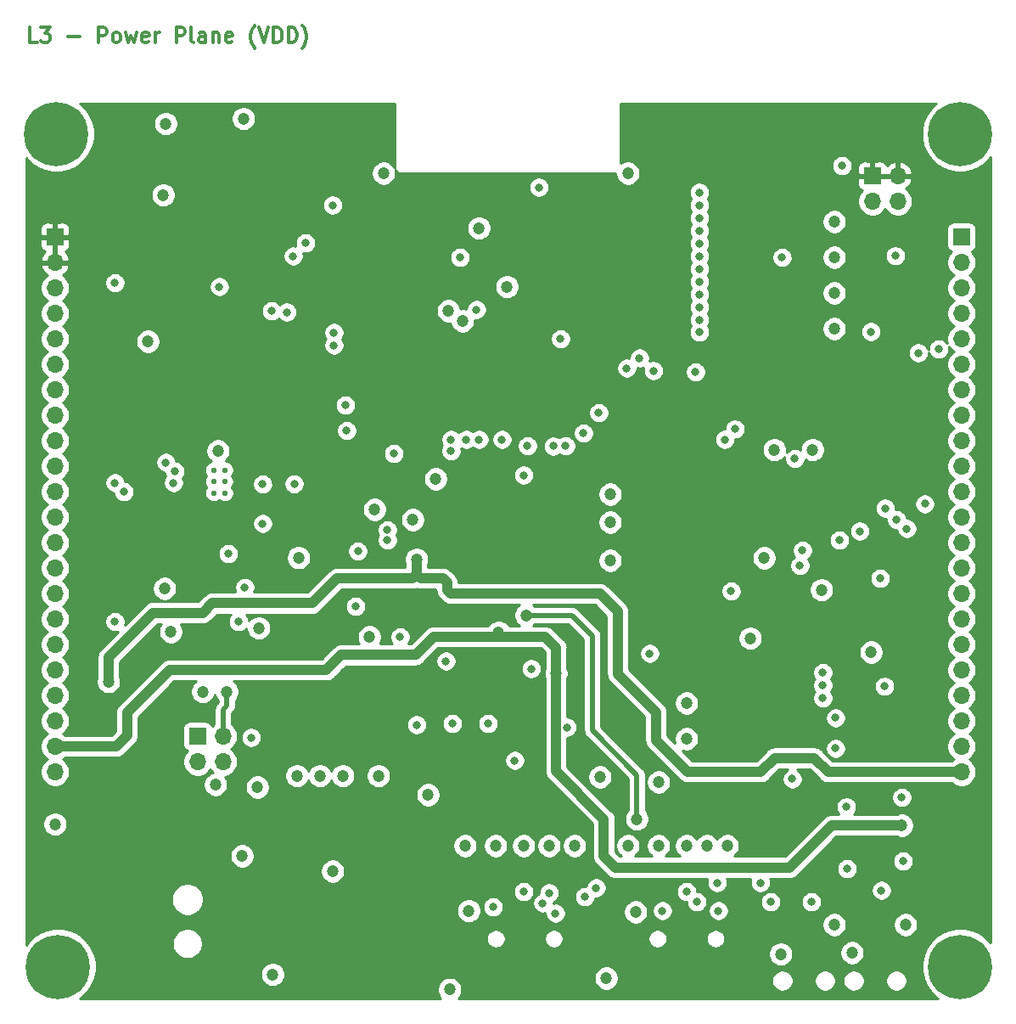
<source format=gbr>
%TF.GenerationSoftware,KiCad,Pcbnew,(5.1.12)-1*%
%TF.CreationDate,2022-03-11T14:49:08+01:00*%
%TF.ProjectId,ESP_S3-CP-24_Platform,4553505f-5333-42d4-9350-2d32345f506c,R0.8*%
%TF.SameCoordinates,Original*%
%TF.FileFunction,Copper,L3,Inr*%
%TF.FilePolarity,Positive*%
%FSLAX46Y46*%
G04 Gerber Fmt 4.6, Leading zero omitted, Abs format (unit mm)*
G04 Created by KiCad (PCBNEW (5.1.12)-1) date 2022-03-11 14:49:08*
%MOMM*%
%LPD*%
G01*
G04 APERTURE LIST*
%TA.AperFunction,NonConductor*%
%ADD10C,0.300000*%
%TD*%
%TA.AperFunction,ComponentPad*%
%ADD11C,0.550000*%
%TD*%
%TA.AperFunction,ComponentPad*%
%ADD12O,1.700000X1.700000*%
%TD*%
%TA.AperFunction,ComponentPad*%
%ADD13R,1.700000X1.700000*%
%TD*%
%TA.AperFunction,ComponentPad*%
%ADD14C,0.800000*%
%TD*%
%TA.AperFunction,ComponentPad*%
%ADD15C,6.400000*%
%TD*%
%TA.AperFunction,ViaPad*%
%ADD16C,1.200000*%
%TD*%
%TA.AperFunction,ViaPad*%
%ADD17C,0.800000*%
%TD*%
%TA.AperFunction,Conductor*%
%ADD18C,1.000000*%
%TD*%
%TA.AperFunction,Conductor*%
%ADD19C,0.500000*%
%TD*%
%TA.AperFunction,Conductor*%
%ADD20C,0.254000*%
%TD*%
%TA.AperFunction,Conductor*%
%ADD21C,0.100000*%
%TD*%
G04 APERTURE END LIST*
D10*
X165871571Y-113200571D02*
X165157285Y-113200571D01*
X165157285Y-111700571D01*
X166228714Y-111700571D02*
X167157285Y-111700571D01*
X166657285Y-112272000D01*
X166871571Y-112272000D01*
X167014428Y-112343428D01*
X167085857Y-112414857D01*
X167157285Y-112557714D01*
X167157285Y-112914857D01*
X167085857Y-113057714D01*
X167014428Y-113129142D01*
X166871571Y-113200571D01*
X166443000Y-113200571D01*
X166300142Y-113129142D01*
X166228714Y-113057714D01*
X168943000Y-112629142D02*
X170085857Y-112629142D01*
X171943000Y-113200571D02*
X171943000Y-111700571D01*
X172514428Y-111700571D01*
X172657285Y-111772000D01*
X172728714Y-111843428D01*
X172800142Y-111986285D01*
X172800142Y-112200571D01*
X172728714Y-112343428D01*
X172657285Y-112414857D01*
X172514428Y-112486285D01*
X171943000Y-112486285D01*
X173657285Y-113200571D02*
X173514428Y-113129142D01*
X173443000Y-113057714D01*
X173371571Y-112914857D01*
X173371571Y-112486285D01*
X173443000Y-112343428D01*
X173514428Y-112272000D01*
X173657285Y-112200571D01*
X173871571Y-112200571D01*
X174014428Y-112272000D01*
X174085857Y-112343428D01*
X174157285Y-112486285D01*
X174157285Y-112914857D01*
X174085857Y-113057714D01*
X174014428Y-113129142D01*
X173871571Y-113200571D01*
X173657285Y-113200571D01*
X174657285Y-112200571D02*
X174943000Y-113200571D01*
X175228714Y-112486285D01*
X175514428Y-113200571D01*
X175800142Y-112200571D01*
X176943000Y-113129142D02*
X176800142Y-113200571D01*
X176514428Y-113200571D01*
X176371571Y-113129142D01*
X176300142Y-112986285D01*
X176300142Y-112414857D01*
X176371571Y-112272000D01*
X176514428Y-112200571D01*
X176800142Y-112200571D01*
X176943000Y-112272000D01*
X177014428Y-112414857D01*
X177014428Y-112557714D01*
X176300142Y-112700571D01*
X177657285Y-113200571D02*
X177657285Y-112200571D01*
X177657285Y-112486285D02*
X177728714Y-112343428D01*
X177800142Y-112272000D01*
X177943000Y-112200571D01*
X178085857Y-112200571D01*
X179728714Y-113200571D02*
X179728714Y-111700571D01*
X180300142Y-111700571D01*
X180443000Y-111772000D01*
X180514428Y-111843428D01*
X180585857Y-111986285D01*
X180585857Y-112200571D01*
X180514428Y-112343428D01*
X180443000Y-112414857D01*
X180300142Y-112486285D01*
X179728714Y-112486285D01*
X181443000Y-113200571D02*
X181300142Y-113129142D01*
X181228714Y-112986285D01*
X181228714Y-111700571D01*
X182657285Y-113200571D02*
X182657285Y-112414857D01*
X182585857Y-112272000D01*
X182443000Y-112200571D01*
X182157285Y-112200571D01*
X182014428Y-112272000D01*
X182657285Y-113129142D02*
X182514428Y-113200571D01*
X182157285Y-113200571D01*
X182014428Y-113129142D01*
X181943000Y-112986285D01*
X181943000Y-112843428D01*
X182014428Y-112700571D01*
X182157285Y-112629142D01*
X182514428Y-112629142D01*
X182657285Y-112557714D01*
X183371571Y-112200571D02*
X183371571Y-113200571D01*
X183371571Y-112343428D02*
X183443000Y-112272000D01*
X183585857Y-112200571D01*
X183800142Y-112200571D01*
X183943000Y-112272000D01*
X184014428Y-112414857D01*
X184014428Y-113200571D01*
X185300142Y-113129142D02*
X185157285Y-113200571D01*
X184871571Y-113200571D01*
X184728714Y-113129142D01*
X184657285Y-112986285D01*
X184657285Y-112414857D01*
X184728714Y-112272000D01*
X184871571Y-112200571D01*
X185157285Y-112200571D01*
X185300142Y-112272000D01*
X185371571Y-112414857D01*
X185371571Y-112557714D01*
X184657285Y-112700571D01*
X187585857Y-113772000D02*
X187514428Y-113700571D01*
X187371571Y-113486285D01*
X187300142Y-113343428D01*
X187228714Y-113129142D01*
X187157285Y-112772000D01*
X187157285Y-112486285D01*
X187228714Y-112129142D01*
X187300142Y-111914857D01*
X187371571Y-111772000D01*
X187514428Y-111557714D01*
X187585857Y-111486285D01*
X187943000Y-111700571D02*
X188443000Y-113200571D01*
X188943000Y-111700571D01*
X189443000Y-113200571D02*
X189443000Y-111700571D01*
X189800142Y-111700571D01*
X190014428Y-111772000D01*
X190157285Y-111914857D01*
X190228714Y-112057714D01*
X190300142Y-112343428D01*
X190300142Y-112557714D01*
X190228714Y-112843428D01*
X190157285Y-112986285D01*
X190014428Y-113129142D01*
X189800142Y-113200571D01*
X189443000Y-113200571D01*
X190943000Y-113200571D02*
X190943000Y-111700571D01*
X191300142Y-111700571D01*
X191514428Y-111772000D01*
X191657285Y-111914857D01*
X191728714Y-112057714D01*
X191800142Y-112343428D01*
X191800142Y-112557714D01*
X191728714Y-112843428D01*
X191657285Y-112986285D01*
X191514428Y-113129142D01*
X191300142Y-113200571D01*
X190943000Y-113200571D01*
X192300142Y-113772000D02*
X192371571Y-113700571D01*
X192514428Y-113486285D01*
X192585857Y-113343428D01*
X192657285Y-113129142D01*
X192728714Y-112772000D01*
X192728714Y-112486285D01*
X192657285Y-112129142D01*
X192585857Y-111914857D01*
X192514428Y-111772000D01*
X192371571Y-111557714D01*
X192300142Y-111486285D01*
D11*
%TO.N,GND*%
%TO.C,U1*%
X184573500Y-158119500D03*
X183472500Y-158119500D03*
X184573500Y-156972000D03*
X183472500Y-156972000D03*
X184573500Y-155824500D03*
X183472500Y-155824500D03*
%TD*%
D12*
%TO.N,GND*%
%TO.C,J2*%
X167640000Y-185928000D03*
%TO.N,+5VD*%
X167640000Y-183388000D03*
%TO.N,/R_IO14*%
X167640000Y-180848000D03*
%TO.N,/R_IO13*%
X167640000Y-178308000D03*
%TO.N,/R_IO12*%
X167640000Y-175768000D03*
%TO.N,/R_IO11*%
X167640000Y-173228000D03*
%TO.N,/R_IO10*%
X167640000Y-170688000D03*
%TO.N,/R_IO9*%
X167640000Y-168148000D03*
%TO.N,/R_IO46*%
X167640000Y-165608000D03*
%TO.N,/R_IO3*%
X167640000Y-163068000D03*
%TO.N,/I2C_SDA*%
X167640000Y-160528000D03*
%TO.N,/I2C_SCL*%
X167640000Y-157988000D03*
%TO.N,/R_IO17*%
X167640000Y-155448000D03*
%TO.N,/R_IO16*%
X167640000Y-152908000D03*
%TO.N,/R_IO15*%
X167640000Y-150368000D03*
%TO.N,/R_IO7*%
X167640000Y-147828000D03*
%TO.N,/R_IO6*%
X167640000Y-145288000D03*
%TO.N,/R_IO5*%
X167640000Y-142748000D03*
%TO.N,/R_IO4*%
X167640000Y-140208000D03*
%TO.N,/R_EN*%
X167640000Y-137668000D03*
%TO.N,VDD*%
X167640000Y-135128000D03*
D13*
X167640000Y-132588000D03*
%TD*%
D14*
%TO.N,GND*%
%TO.C,H1*%
X169634056Y-203661944D03*
X167937000Y-202959000D03*
X166239944Y-203661944D03*
X165537000Y-205359000D03*
X166239944Y-207056056D03*
X167937000Y-207759000D03*
X169634056Y-207056056D03*
X170337000Y-205359000D03*
D15*
X167937000Y-205359000D03*
%TD*%
%TO.N,GND*%
%TO.C,H2*%
X257937000Y-205359000D03*
D14*
X260337000Y-205359000D03*
X259634056Y-207056056D03*
X257937000Y-207759000D03*
X256239944Y-207056056D03*
X255537000Y-205359000D03*
X256239944Y-203661944D03*
X257937000Y-202959000D03*
X259634056Y-203661944D03*
%TD*%
%TO.N,GND*%
%TO.C,H3*%
X259607056Y-120603944D03*
X257910000Y-119901000D03*
X256212944Y-120603944D03*
X255510000Y-122301000D03*
X256212944Y-123998056D03*
X257910000Y-124701000D03*
X259607056Y-123998056D03*
X260310000Y-122301000D03*
D15*
X257910000Y-122301000D03*
%TD*%
%TO.N,GND*%
%TO.C,H4*%
X167767000Y-122301000D03*
D14*
X170167000Y-122301000D03*
X169464056Y-123998056D03*
X167767000Y-124701000D03*
X166069944Y-123998056D03*
X165367000Y-122301000D03*
X166069944Y-120603944D03*
X167767000Y-119901000D03*
X169464056Y-120603944D03*
%TD*%
D13*
%TO.N,GND*%
%TO.C,J3*%
X258064000Y-132588000D03*
D12*
%TO.N,/R_RXD0*%
X258064000Y-135128000D03*
%TO.N,/R_TXD0*%
X258064000Y-137668000D03*
%TO.N,/R_IO1*%
X258064000Y-140208000D03*
%TO.N,/R_IO2*%
X258064000Y-142748000D03*
%TO.N,/R_IO42*%
X258064000Y-145288000D03*
%TO.N,/R_IO41*%
X258064000Y-147828000D03*
%TO.N,/R_IO40*%
X258064000Y-150368000D03*
%TO.N,/R_IO39*%
X258064000Y-152908000D03*
%TO.N,/R_IO38*%
X258064000Y-155448000D03*
%TO.N,/R_IO37*%
X258064000Y-157988000D03*
%TO.N,/R_IO36*%
X258064000Y-160528000D03*
%TO.N,/R_IO35*%
X258064000Y-163068000D03*
%TO.N,/R_IO0*%
X258064000Y-165608000D03*
%TO.N,/R_IO45*%
X258064000Y-168148000D03*
%TO.N,/R_IO48*%
X258064000Y-170688000D03*
%TO.N,/R_IO47*%
X258064000Y-173228000D03*
%TO.N,/R_IO21*%
X258064000Y-175768000D03*
%TO.N,/R_USB-D+#2*%
X258064000Y-178308000D03*
%TO.N,/R_USB-D-#2*%
X258064000Y-180848000D03*
%TO.N,Net-(J3-Pad21)*%
X258064000Y-183388000D03*
%TO.N,+12V*%
X258064000Y-185928000D03*
%TD*%
%TO.N,/Espressif Developer Platform - Power/J5_5V*%
%TO.C,J5*%
X184404000Y-184912000D03*
%TO.N,/Espressif Developer Platform - Power/J5_12V*%
X181864000Y-184912000D03*
%TO.N,/Espressif Developer Platform - Power/LT_VIN*%
X184404000Y-182372000D03*
D13*
X181864000Y-182372000D03*
%TD*%
%TO.N,VDD*%
%TO.C,J6*%
X249174000Y-126492000D03*
D12*
X251714000Y-126492000D03*
%TO.N,GND*%
X249174000Y-129032000D03*
X251714000Y-129032000D03*
%TD*%
D16*
%TO.N,GND*%
X208534000Y-193294000D03*
X211582000Y-193294000D03*
X214376000Y-193294000D03*
X216916000Y-193294000D03*
X219456000Y-193294000D03*
X230632000Y-179070000D03*
X230632000Y-182626000D03*
X245364000Y-201168000D03*
X223012000Y-158242000D03*
X223012000Y-161036000D03*
X227838000Y-186944000D03*
X221996000Y-186436000D03*
X245364000Y-131064000D03*
X245364000Y-134620000D03*
X245364000Y-138176000D03*
X245364000Y-141732000D03*
X206997000Y-207632000D03*
X224790000Y-193294000D03*
X227838000Y-193294000D03*
X252476006Y-201168000D03*
X167640000Y-191135000D03*
X230632000Y-193294000D03*
X232664000Y-193294000D03*
X234696000Y-193294000D03*
X200406000Y-126238000D03*
X247142000Y-203962000D03*
X195326000Y-195834000D03*
X186309000Y-194310000D03*
X178689000Y-121285000D03*
X186436000Y-120777000D03*
X178435000Y-128397000D03*
X243205000Y-153797000D03*
X239395000Y-153797000D03*
X182372000Y-177927000D03*
X187960000Y-171577000D03*
X187833000Y-187452004D03*
X209931000Y-131699000D03*
X212725000Y-137541000D03*
X224790000Y-126238000D03*
X204851000Y-188214000D03*
X191770000Y-186309000D03*
X199517000Y-159766000D03*
X178562000Y-167640000D03*
X191920500Y-164568509D03*
X176911000Y-143002000D03*
X194056000Y-186309010D03*
X196342000Y-186309000D03*
X199898000Y-186309000D03*
X189357000Y-206121000D03*
X199009000Y-172466000D03*
D17*
X179578000Y-155956000D03*
D16*
X240030000Y-204089000D03*
X223012000Y-164846000D03*
X249047000Y-173990000D03*
X244094000Y-167767000D03*
X236982000Y-172593000D03*
X238379000Y-164592000D03*
X208915000Y-199771000D03*
X225552000Y-199898000D03*
X222631000Y-206502000D03*
X179197000Y-171958000D03*
X183642000Y-187198000D03*
X183896052Y-153924000D03*
D17*
%TO.N,/R_IO0*%
X243078000Y-198882000D03*
X254406400Y-159207200D03*
%TO.N,/R_EN*%
X195326000Y-129413000D03*
X227330000Y-145923000D03*
X250063000Y-197739000D03*
X250444000Y-159639000D03*
%TO.N,Net-(C13-Pad1)*%
X188341000Y-157226000D03*
X186563000Y-167538400D03*
X191492500Y-157202516D03*
X173609000Y-137160000D03*
D16*
%TO.N,VDD*%
X210820000Y-188214000D03*
X197485000Y-195834000D03*
X178308000Y-139446000D03*
X250571000Y-155702000D03*
X174879000Y-134874000D03*
X184531000Y-128397000D03*
X197865968Y-125476000D03*
X199794519Y-153392519D03*
X236728000Y-132715000D03*
X258064000Y-198628000D03*
X210820000Y-175895000D03*
X209042000Y-164719000D03*
X187960000Y-177419000D03*
X203708000Y-176149000D03*
X248666000Y-170434000D03*
D17*
X241808000Y-168402000D03*
D16*
X196596000Y-176060010D03*
D17*
%TO.N,VBUS*%
X211328000Y-199390000D03*
X217551000Y-200025000D03*
%TO.N,/R_IO35*%
X231902000Y-142069000D03*
%TO.N,/R_IO36*%
X231902000Y-140843000D03*
%TO.N,/R_IO39*%
X231902000Y-137033000D03*
%TO.N,/R_IO2*%
X231902000Y-129413000D03*
X197612000Y-169418000D03*
%TO.N,/R_IO12*%
X210820000Y-181102000D03*
X212217000Y-152781000D03*
%TO.N,/R_IO13*%
X207264000Y-181102000D03*
X214376000Y-156337000D03*
X215138000Y-175640994D03*
%TO.N,/R_IO14*%
X203708000Y-181229000D03*
X206629000Y-174879000D03*
X214757000Y-153416000D03*
%TO.N,/R_IO21*%
X218694000Y-181483000D03*
X187198000Y-182499000D03*
X250393200Y-177393600D03*
%TO.N,/I2C_SDA*%
X196723000Y-151892000D03*
%TO.N,/I2C_SCL*%
X196596000Y-149352000D03*
D16*
%TO.N,+5VD*%
X252095000Y-191262000D03*
X217616500Y-176087500D03*
X211886800Y-172008800D03*
%TO.N,+12V*%
X203708000Y-164719000D03*
X172974000Y-176936400D03*
D17*
%TO.N,/R_RXD0*%
X231902000Y-131953000D03*
X225933000Y-144653000D03*
%TO.N,/R_TXD0*%
X231902000Y-130683000D03*
X224663000Y-145669000D03*
D16*
%TO.N,/Espressif Developer Platform - Modules/32K_XP*%
X208280000Y-140970000D03*
X205613000Y-156718000D03*
%TO.N,/Espressif Developer Platform - Modules/32K_XN*%
X206883000Y-139954000D03*
X203327000Y-160782000D03*
D17*
%TO.N,/Espressif Developer Platform - Power/LT_VIN*%
X174498000Y-157988000D03*
X185928000Y-170942000D03*
D16*
X184785000Y-177927000D03*
D17*
%TO.N,/Espressif Developer Platform - Power/LT_RUN*%
X173609000Y-157099000D03*
X173609000Y-170942000D03*
X179451000Y-157099000D03*
X197850496Y-163915000D03*
%TO.N,/Espressif Developer Platform - Power/LT_FB*%
X178689000Y-155067000D03*
X184912000Y-164167000D03*
D16*
%TO.N,Net-(C15-Pad1)*%
X225679000Y-190627000D03*
X214629992Y-170307000D03*
D17*
%TO.N,/Espressif Developer Platform - Interfaces/USB-D+#2*%
X230632000Y-197866000D03*
X237997996Y-196977000D03*
X245491000Y-183578500D03*
X245491000Y-180530500D03*
X233680000Y-196977000D03*
%TO.N,/R_IO46*%
X235458000Y-151739600D03*
X208026000Y-134620000D03*
X207137000Y-152781000D03*
X209677000Y-139827000D03*
X200787000Y-161798000D03*
%TO.N,/R_IO47*%
X244221004Y-177292000D03*
X217341010Y-153442406D03*
%TO.N,/R_IO48*%
X218567000Y-153416000D03*
X244221000Y-176022000D03*
%TO.N,/R_IO11*%
X209931000Y-152781000D03*
%TO.N,/R_IO10*%
X208661000Y-152781000D03*
%TO.N,/R_IO9*%
X200787000Y-162814000D03*
X207137000Y-153924000D03*
%TO.N,/R_IO3*%
X188341000Y-161163000D03*
X201422000Y-154178000D03*
%TO.N,/R_IO17*%
X190753994Y-140081000D03*
%TO.N,/R_IO16*%
X189230000Y-139954000D03*
%TO.N,/R_IO7*%
X184023000Y-137541000D03*
X253746000Y-144145000D03*
X191389000Y-134493000D03*
X251460000Y-134467600D03*
X255778000Y-143764000D03*
%TO.N,/R_IO6*%
X249021600Y-142036800D03*
X192623367Y-133187367D03*
%TO.N,/R_IO1*%
X231902000Y-128143000D03*
%TO.N,/R_IO42*%
X231902000Y-133223000D03*
%TO.N,/R_IO41*%
X231902000Y-134493000D03*
%TO.N,/R_IO40*%
X231902000Y-135763000D03*
%TO.N,/R_IO38*%
X231902000Y-138303000D03*
%TO.N,/R_IO37*%
X231902000Y-139573000D03*
%TO.N,/R_IO45*%
X241427000Y-154686000D03*
X220344988Y-152146000D03*
%TO.N,/Espressif Developer Platform - Modules/IO_3*%
X240157000Y-134620000D03*
X246126000Y-125476000D03*
X215900000Y-127635006D03*
%TO.N,/Espressif Developer Platform - Modules/IO_45*%
X221869000Y-150114000D03*
X231521000Y-146050000D03*
%TO.N,/Espressif Developer Platform - Modules/IO_46*%
X234442000Y-152781000D03*
X218059000Y-142748000D03*
%TO.N,/R_USB-D+#2*%
X244221000Y-178562000D03*
X195453000Y-143383000D03*
%TO.N,/R_USB-D-#2*%
X195453000Y-142113000D03*
X241173000Y-186626500D03*
%TO.N,/Espressif Developer Platform - Interfaces/USB-D-#2*%
X239014000Y-198882000D03*
X231648000Y-198882000D03*
%TO.N,/Espressif Developer Platform - Interfaces/USB_VBUS#2*%
X233807000Y-199771014D03*
X228219000Y-199771000D03*
%TO.N,/USB-D-#1*%
X216916000Y-197993000D03*
X221615000Y-197485000D03*
%TO.N,/USB-D+#1*%
X214376000Y-197866000D03*
X220472000Y-198374000D03*
X216281000Y-199009000D03*
%TO.N,/CP_EN*%
X252095000Y-188468000D03*
X251587000Y-160782000D03*
%TO.N,/CP_IO0*%
X252222000Y-194818000D03*
X252603000Y-161671000D03*
%TO.N,/Espressif Developer Platform - USB-Converter/CP_RTS*%
X246573000Y-189418000D03*
X245872000Y-162814000D03*
%TO.N,/Espressif Developer Platform - USB-Converter/CP_DTR*%
X246634000Y-195580000D03*
X249936000Y-166624002D03*
X235077000Y-167894000D03*
%TO.N,/Espressif Developer Platform - USB-Converter/CP_VBUS*%
X226949000Y-174117000D03*
X241935000Y-165354000D03*
%TO.N,/Espressif Developer Platform - USB-Converter/CP_RST*%
X247904000Y-161925000D03*
X242189000Y-163830000D03*
%TO.N,/Espressif Developer Platform - Power/J5_5V*%
X213487000Y-184785000D03*
%TO.N,/Espressif Developer Platform - Power/J5_12V*%
X202057000Y-172466000D03*
%TD*%
D18*
%TO.N,+5VD*%
X217616500Y-176087500D02*
X217616500Y-185866500D01*
X217616500Y-185866500D02*
X222377000Y-190627000D01*
X222377000Y-190627000D02*
X222377000Y-194310000D01*
X222377000Y-194310000D02*
X223520000Y-195453000D01*
X223520000Y-195453000D02*
X240919000Y-195453000D01*
X245110000Y-191262000D02*
X252095000Y-191262000D01*
X240919000Y-195453000D02*
X245110000Y-191262000D01*
X217616500Y-176087500D02*
X217616500Y-173547500D01*
X216535000Y-172466000D02*
X211836000Y-172466000D01*
X217616500Y-173547500D02*
X216535000Y-172466000D01*
X173736000Y-183388000D02*
X167640000Y-183388000D01*
X194691000Y-175768000D02*
X179070000Y-175768000D01*
X174815500Y-182308500D02*
X173736000Y-183388000D01*
X196195961Y-174263039D02*
X194691000Y-175768000D01*
X203600039Y-174263039D02*
X196195961Y-174263039D01*
X205397078Y-172466000D02*
X203600039Y-174263039D01*
X174815500Y-180022500D02*
X174815500Y-182308500D01*
X179070000Y-175768000D02*
X174815500Y-180022500D01*
X211836000Y-172466000D02*
X205397078Y-172466000D01*
%TO.N,+12V*%
X203708000Y-164719000D02*
X203708000Y-166179500D01*
D19*
X203708000Y-166179500D02*
X204152500Y-166624000D01*
D18*
X206311500Y-166624000D02*
X204152500Y-166624000D01*
X206756000Y-167068500D02*
X206311500Y-166624000D01*
X223774000Y-169926000D02*
X221996000Y-168148000D01*
X244754400Y-185928000D02*
X243382800Y-184556400D01*
X221996000Y-168148000D02*
X207137000Y-168148000D01*
X243382800Y-184556400D02*
X239420400Y-184556400D01*
X239420400Y-184556400D02*
X238048800Y-185928000D01*
X206756000Y-167767000D02*
X206756000Y-167068500D01*
X238048800Y-185928000D02*
X230759000Y-185928000D01*
X230759000Y-185928000D02*
X227584000Y-182753000D01*
X227584000Y-182753000D02*
X227584000Y-179959000D01*
X258064000Y-185928000D02*
X244754400Y-185928000D01*
X227584000Y-179959000D02*
X223774000Y-176149000D01*
X223774000Y-176149000D02*
X223774000Y-169926000D01*
X207137000Y-168148000D02*
X206756000Y-167767000D01*
X203263500Y-166624000D02*
X203708000Y-166179500D01*
X195770500Y-166624000D02*
X203263500Y-166624000D01*
X193294000Y-169100500D02*
X195770500Y-166624000D01*
X183324500Y-169100500D02*
X193294000Y-169100500D01*
X182372000Y-170053000D02*
X183324500Y-169100500D01*
X177419000Y-170053000D02*
X182372000Y-170053000D01*
X172974000Y-174498000D02*
X177419000Y-170053000D01*
X172974000Y-176936400D02*
X172974000Y-174498000D01*
D19*
%TO.N,/Espressif Developer Platform - Power/LT_VIN*%
X184785000Y-177927000D02*
X184785000Y-179324000D01*
X184404000Y-179705000D02*
X184404000Y-182372000D01*
X184785000Y-179324000D02*
X184404000Y-179705000D01*
%TO.N,Net-(C15-Pad1)*%
X225679000Y-186245500D02*
X225679000Y-190627000D01*
X221234000Y-181800500D02*
X225679000Y-186245500D01*
X221234000Y-172339000D02*
X221234000Y-181800500D01*
X219202000Y-170307000D02*
X221234000Y-172339000D01*
X214629992Y-170307000D02*
X219202000Y-170307000D01*
%TD*%
D20*
%TO.N,VDD*%
X201524001Y-125570571D02*
X201520807Y-125603000D01*
X201533550Y-125732383D01*
X201534176Y-125734447D01*
X201500443Y-125653008D01*
X201365287Y-125450733D01*
X201193267Y-125278713D01*
X200990992Y-125143557D01*
X200766236Y-125050460D01*
X200527637Y-125003000D01*
X200284363Y-125003000D01*
X200045764Y-125050460D01*
X199821008Y-125143557D01*
X199618733Y-125278713D01*
X199446713Y-125450733D01*
X199311557Y-125653008D01*
X199218460Y-125877764D01*
X199171000Y-126116363D01*
X199171000Y-126359637D01*
X199218460Y-126598236D01*
X199311557Y-126822992D01*
X199446713Y-127025267D01*
X199618733Y-127197287D01*
X199821008Y-127332443D01*
X200045764Y-127425540D01*
X200284363Y-127473000D01*
X200527637Y-127473000D01*
X200766236Y-127425540D01*
X200990992Y-127332443D01*
X201193267Y-127197287D01*
X201365287Y-127025267D01*
X201500443Y-126822992D01*
X201593540Y-126598236D01*
X201641000Y-126359637D01*
X201641000Y-126116363D01*
X201600084Y-125910663D01*
X201632575Y-125971450D01*
X201715052Y-126071948D01*
X201815550Y-126154425D01*
X201930207Y-126215710D01*
X202054617Y-126253450D01*
X202151581Y-126263000D01*
X202184000Y-126266193D01*
X202216419Y-126263000D01*
X223360581Y-126263000D01*
X223393000Y-126266193D01*
X223425419Y-126263000D01*
X223522383Y-126253450D01*
X223555000Y-126243556D01*
X223555000Y-126359637D01*
X223602460Y-126598236D01*
X223695557Y-126822992D01*
X223830713Y-127025267D01*
X224002733Y-127197287D01*
X224205008Y-127332443D01*
X224429764Y-127425540D01*
X224668363Y-127473000D01*
X224911637Y-127473000D01*
X225150236Y-127425540D01*
X225374992Y-127332443D01*
X225577267Y-127197287D01*
X225749287Y-127025267D01*
X225884443Y-126822992D01*
X225977540Y-126598236D01*
X226025000Y-126359637D01*
X226025000Y-126116363D01*
X225977540Y-125877764D01*
X225884443Y-125653008D01*
X225749287Y-125450733D01*
X225672615Y-125374061D01*
X245091000Y-125374061D01*
X245091000Y-125577939D01*
X245130774Y-125777898D01*
X245208795Y-125966256D01*
X245322063Y-126135774D01*
X245466226Y-126279937D01*
X245635744Y-126393205D01*
X245824102Y-126471226D01*
X246024061Y-126511000D01*
X246227939Y-126511000D01*
X246427898Y-126471226D01*
X246616256Y-126393205D01*
X246785774Y-126279937D01*
X246929937Y-126135774D01*
X247043205Y-125966256D01*
X247121226Y-125777898D01*
X247148257Y-125642000D01*
X247685928Y-125642000D01*
X247689000Y-126206250D01*
X247847750Y-126365000D01*
X249047000Y-126365000D01*
X249047000Y-125165750D01*
X249301000Y-125165750D01*
X249301000Y-126365000D01*
X251587000Y-126365000D01*
X251587000Y-125171186D01*
X251841000Y-125171186D01*
X251841000Y-126365000D01*
X253034155Y-126365000D01*
X253155476Y-126135110D01*
X253110825Y-125987901D01*
X252985641Y-125725080D01*
X252811588Y-125491731D01*
X252595355Y-125296822D01*
X252345252Y-125147843D01*
X252070891Y-125050519D01*
X251841000Y-125171186D01*
X251587000Y-125171186D01*
X251357109Y-125050519D01*
X251082748Y-125147843D01*
X250832645Y-125296822D01*
X250636498Y-125473626D01*
X250613502Y-125397820D01*
X250554537Y-125287506D01*
X250475185Y-125190815D01*
X250378494Y-125111463D01*
X250268180Y-125052498D01*
X250148482Y-125016188D01*
X250024000Y-125003928D01*
X249459750Y-125007000D01*
X249301000Y-125165750D01*
X249047000Y-125165750D01*
X248888250Y-125007000D01*
X248324000Y-125003928D01*
X248199518Y-125016188D01*
X248079820Y-125052498D01*
X247969506Y-125111463D01*
X247872815Y-125190815D01*
X247793463Y-125287506D01*
X247734498Y-125397820D01*
X247698188Y-125517518D01*
X247685928Y-125642000D01*
X247148257Y-125642000D01*
X247161000Y-125577939D01*
X247161000Y-125374061D01*
X247121226Y-125174102D01*
X247043205Y-124985744D01*
X246929937Y-124816226D01*
X246785774Y-124672063D01*
X246616256Y-124558795D01*
X246427898Y-124480774D01*
X246227939Y-124441000D01*
X246024061Y-124441000D01*
X245824102Y-124480774D01*
X245635744Y-124558795D01*
X245466226Y-124672063D01*
X245322063Y-124816226D01*
X245208795Y-124985744D01*
X245130774Y-125174102D01*
X245091000Y-125374061D01*
X225672615Y-125374061D01*
X225577267Y-125278713D01*
X225374992Y-125143557D01*
X225150236Y-125050460D01*
X224911637Y-125003000D01*
X224668363Y-125003000D01*
X224429764Y-125050460D01*
X224205008Y-125143557D01*
X224053000Y-125245126D01*
X224053000Y-119278000D01*
X255531422Y-119278000D01*
X255465330Y-119322161D01*
X254931161Y-119856330D01*
X254511467Y-120484446D01*
X254222377Y-121182372D01*
X254075000Y-121923285D01*
X254075000Y-122678715D01*
X254222377Y-123419628D01*
X254511467Y-124117554D01*
X254931161Y-124745670D01*
X255465330Y-125279839D01*
X256093446Y-125699533D01*
X256791372Y-125988623D01*
X257532285Y-126136000D01*
X258287715Y-126136000D01*
X259028628Y-125988623D01*
X259726554Y-125699533D01*
X260354670Y-125279839D01*
X260888839Y-124745670D01*
X260960001Y-124639169D01*
X260960000Y-202980422D01*
X260915839Y-202914330D01*
X260381670Y-202380161D01*
X259753554Y-201960467D01*
X259055628Y-201671377D01*
X258314715Y-201524000D01*
X257559285Y-201524000D01*
X256818372Y-201671377D01*
X256120446Y-201960467D01*
X255492330Y-202380161D01*
X254958161Y-202914330D01*
X254538467Y-203542446D01*
X254249377Y-204240372D01*
X254102000Y-204981285D01*
X254102000Y-205736715D01*
X254249377Y-206477628D01*
X254538467Y-207175554D01*
X254958161Y-207803670D01*
X255492330Y-208337839D01*
X255748490Y-208509000D01*
X207866554Y-208509000D01*
X207956287Y-208419267D01*
X208091443Y-208216992D01*
X208184540Y-207992236D01*
X208232000Y-207753637D01*
X208232000Y-207510363D01*
X208184540Y-207271764D01*
X208091443Y-207047008D01*
X207956287Y-206844733D01*
X207784267Y-206672713D01*
X207581992Y-206537557D01*
X207357236Y-206444460D01*
X207118637Y-206397000D01*
X206875363Y-206397000D01*
X206636764Y-206444460D01*
X206412008Y-206537557D01*
X206209733Y-206672713D01*
X206037713Y-206844733D01*
X205902557Y-207047008D01*
X205809460Y-207271764D01*
X205762000Y-207510363D01*
X205762000Y-207753637D01*
X205809460Y-207992236D01*
X205902557Y-208216992D01*
X206037713Y-208419267D01*
X206127446Y-208509000D01*
X170125510Y-208509000D01*
X170381670Y-208337839D01*
X170915839Y-207803670D01*
X171335533Y-207175554D01*
X171624623Y-206477628D01*
X171719755Y-205999363D01*
X188122000Y-205999363D01*
X188122000Y-206242637D01*
X188169460Y-206481236D01*
X188262557Y-206705992D01*
X188397713Y-206908267D01*
X188569733Y-207080287D01*
X188772008Y-207215443D01*
X188996764Y-207308540D01*
X189235363Y-207356000D01*
X189478637Y-207356000D01*
X189717236Y-207308540D01*
X189941992Y-207215443D01*
X190144267Y-207080287D01*
X190316287Y-206908267D01*
X190451443Y-206705992D01*
X190544540Y-206481236D01*
X190564604Y-206380363D01*
X221396000Y-206380363D01*
X221396000Y-206623637D01*
X221443460Y-206862236D01*
X221536557Y-207086992D01*
X221671713Y-207289267D01*
X221843733Y-207461287D01*
X222046008Y-207596443D01*
X222270764Y-207689540D01*
X222509363Y-207737000D01*
X222752637Y-207737000D01*
X222991236Y-207689540D01*
X223215992Y-207596443D01*
X223418267Y-207461287D01*
X223590287Y-207289267D01*
X223725443Y-207086992D01*
X223818540Y-206862236D01*
X223860927Y-206649137D01*
X239106000Y-206649137D01*
X239106000Y-206862863D01*
X239147696Y-207072483D01*
X239229485Y-207269940D01*
X239348225Y-207447647D01*
X239499353Y-207598775D01*
X239677060Y-207717515D01*
X239874517Y-207799304D01*
X240084137Y-207841000D01*
X240297863Y-207841000D01*
X240507483Y-207799304D01*
X240704940Y-207717515D01*
X240882647Y-207598775D01*
X241033775Y-207447647D01*
X241152515Y-207269940D01*
X241234304Y-207072483D01*
X241276000Y-206862863D01*
X241276000Y-206649137D01*
X243356000Y-206649137D01*
X243356000Y-206862863D01*
X243397696Y-207072483D01*
X243479485Y-207269940D01*
X243598225Y-207447647D01*
X243749353Y-207598775D01*
X243927060Y-207717515D01*
X244124517Y-207799304D01*
X244334137Y-207841000D01*
X244547863Y-207841000D01*
X244757483Y-207799304D01*
X244954940Y-207717515D01*
X245132647Y-207598775D01*
X245283775Y-207447647D01*
X245402515Y-207269940D01*
X245484304Y-207072483D01*
X245526000Y-206862863D01*
X245526000Y-206649137D01*
X246218000Y-206649137D01*
X246218000Y-206862863D01*
X246259696Y-207072483D01*
X246341485Y-207269940D01*
X246460225Y-207447647D01*
X246611353Y-207598775D01*
X246789060Y-207717515D01*
X246986517Y-207799304D01*
X247196137Y-207841000D01*
X247409863Y-207841000D01*
X247619483Y-207799304D01*
X247816940Y-207717515D01*
X247994647Y-207598775D01*
X248145775Y-207447647D01*
X248264515Y-207269940D01*
X248346304Y-207072483D01*
X248388000Y-206862863D01*
X248388000Y-206649137D01*
X250468000Y-206649137D01*
X250468000Y-206862863D01*
X250509696Y-207072483D01*
X250591485Y-207269940D01*
X250710225Y-207447647D01*
X250861353Y-207598775D01*
X251039060Y-207717515D01*
X251236517Y-207799304D01*
X251446137Y-207841000D01*
X251659863Y-207841000D01*
X251869483Y-207799304D01*
X252066940Y-207717515D01*
X252244647Y-207598775D01*
X252395775Y-207447647D01*
X252514515Y-207269940D01*
X252596304Y-207072483D01*
X252638000Y-206862863D01*
X252638000Y-206649137D01*
X252596304Y-206439517D01*
X252514515Y-206242060D01*
X252395775Y-206064353D01*
X252244647Y-205913225D01*
X252066940Y-205794485D01*
X251869483Y-205712696D01*
X251659863Y-205671000D01*
X251446137Y-205671000D01*
X251236517Y-205712696D01*
X251039060Y-205794485D01*
X250861353Y-205913225D01*
X250710225Y-206064353D01*
X250591485Y-206242060D01*
X250509696Y-206439517D01*
X250468000Y-206649137D01*
X248388000Y-206649137D01*
X248346304Y-206439517D01*
X248264515Y-206242060D01*
X248145775Y-206064353D01*
X247994647Y-205913225D01*
X247816940Y-205794485D01*
X247619483Y-205712696D01*
X247409863Y-205671000D01*
X247196137Y-205671000D01*
X246986517Y-205712696D01*
X246789060Y-205794485D01*
X246611353Y-205913225D01*
X246460225Y-206064353D01*
X246341485Y-206242060D01*
X246259696Y-206439517D01*
X246218000Y-206649137D01*
X245526000Y-206649137D01*
X245484304Y-206439517D01*
X245402515Y-206242060D01*
X245283775Y-206064353D01*
X245132647Y-205913225D01*
X244954940Y-205794485D01*
X244757483Y-205712696D01*
X244547863Y-205671000D01*
X244334137Y-205671000D01*
X244124517Y-205712696D01*
X243927060Y-205794485D01*
X243749353Y-205913225D01*
X243598225Y-206064353D01*
X243479485Y-206242060D01*
X243397696Y-206439517D01*
X243356000Y-206649137D01*
X241276000Y-206649137D01*
X241234304Y-206439517D01*
X241152515Y-206242060D01*
X241033775Y-206064353D01*
X240882647Y-205913225D01*
X240704940Y-205794485D01*
X240507483Y-205712696D01*
X240297863Y-205671000D01*
X240084137Y-205671000D01*
X239874517Y-205712696D01*
X239677060Y-205794485D01*
X239499353Y-205913225D01*
X239348225Y-206064353D01*
X239229485Y-206242060D01*
X239147696Y-206439517D01*
X239106000Y-206649137D01*
X223860927Y-206649137D01*
X223866000Y-206623637D01*
X223866000Y-206380363D01*
X223818540Y-206141764D01*
X223725443Y-205917008D01*
X223590287Y-205714733D01*
X223418267Y-205542713D01*
X223215992Y-205407557D01*
X222991236Y-205314460D01*
X222752637Y-205267000D01*
X222509363Y-205267000D01*
X222270764Y-205314460D01*
X222046008Y-205407557D01*
X221843733Y-205542713D01*
X221671713Y-205714733D01*
X221536557Y-205917008D01*
X221443460Y-206141764D01*
X221396000Y-206380363D01*
X190564604Y-206380363D01*
X190592000Y-206242637D01*
X190592000Y-205999363D01*
X190544540Y-205760764D01*
X190451443Y-205536008D01*
X190316287Y-205333733D01*
X190144267Y-205161713D01*
X189941992Y-205026557D01*
X189717236Y-204933460D01*
X189478637Y-204886000D01*
X189235363Y-204886000D01*
X188996764Y-204933460D01*
X188772008Y-205026557D01*
X188569733Y-205161713D01*
X188397713Y-205333733D01*
X188262557Y-205536008D01*
X188169460Y-205760764D01*
X188122000Y-205999363D01*
X171719755Y-205999363D01*
X171772000Y-205736715D01*
X171772000Y-204981285D01*
X171624623Y-204240372D01*
X171335533Y-203542446D01*
X170915839Y-202914330D01*
X170902325Y-202900816D01*
X179313000Y-202900816D01*
X179313000Y-203203184D01*
X179371989Y-203499743D01*
X179487701Y-203779095D01*
X179655688Y-204030505D01*
X179869495Y-204244312D01*
X180120905Y-204412299D01*
X180400257Y-204528011D01*
X180696816Y-204587000D01*
X180999184Y-204587000D01*
X181295743Y-204528011D01*
X181575095Y-204412299D01*
X181826505Y-204244312D01*
X182040312Y-204030505D01*
X182082502Y-203967363D01*
X238795000Y-203967363D01*
X238795000Y-204210637D01*
X238842460Y-204449236D01*
X238935557Y-204673992D01*
X239070713Y-204876267D01*
X239242733Y-205048287D01*
X239445008Y-205183443D01*
X239669764Y-205276540D01*
X239908363Y-205324000D01*
X240151637Y-205324000D01*
X240390236Y-205276540D01*
X240614992Y-205183443D01*
X240817267Y-205048287D01*
X240989287Y-204876267D01*
X241124443Y-204673992D01*
X241217540Y-204449236D01*
X241265000Y-204210637D01*
X241265000Y-203967363D01*
X241239739Y-203840363D01*
X245907000Y-203840363D01*
X245907000Y-204083637D01*
X245954460Y-204322236D01*
X246047557Y-204546992D01*
X246182713Y-204749267D01*
X246354733Y-204921287D01*
X246557008Y-205056443D01*
X246781764Y-205149540D01*
X247020363Y-205197000D01*
X247263637Y-205197000D01*
X247502236Y-205149540D01*
X247726992Y-205056443D01*
X247929267Y-204921287D01*
X248101287Y-204749267D01*
X248236443Y-204546992D01*
X248329540Y-204322236D01*
X248377000Y-204083637D01*
X248377000Y-203840363D01*
X248329540Y-203601764D01*
X248236443Y-203377008D01*
X248101287Y-203174733D01*
X247929267Y-203002713D01*
X247726992Y-202867557D01*
X247502236Y-202774460D01*
X247263637Y-202727000D01*
X247020363Y-202727000D01*
X246781764Y-202774460D01*
X246557008Y-202867557D01*
X246354733Y-203002713D01*
X246182713Y-203174733D01*
X246047557Y-203377008D01*
X245954460Y-203601764D01*
X245907000Y-203840363D01*
X241239739Y-203840363D01*
X241217540Y-203728764D01*
X241124443Y-203504008D01*
X240989287Y-203301733D01*
X240817267Y-203129713D01*
X240614992Y-202994557D01*
X240390236Y-202901460D01*
X240151637Y-202854000D01*
X239908363Y-202854000D01*
X239669764Y-202901460D01*
X239445008Y-202994557D01*
X239242733Y-203129713D01*
X239070713Y-203301733D01*
X238935557Y-203504008D01*
X238842460Y-203728764D01*
X238795000Y-203967363D01*
X182082502Y-203967363D01*
X182208299Y-203779095D01*
X182324011Y-203499743D01*
X182383000Y-203203184D01*
X182383000Y-202900816D01*
X182324011Y-202604257D01*
X182268586Y-202470448D01*
X210653000Y-202470448D01*
X210653000Y-202659552D01*
X210689892Y-202845022D01*
X210762259Y-203019731D01*
X210867319Y-203176964D01*
X211001036Y-203310681D01*
X211158269Y-203415741D01*
X211332978Y-203488108D01*
X211518448Y-203525000D01*
X211707552Y-203525000D01*
X211893022Y-203488108D01*
X212067731Y-203415741D01*
X212224964Y-203310681D01*
X212358681Y-203176964D01*
X212463741Y-203019731D01*
X212536108Y-202845022D01*
X212573000Y-202659552D01*
X212573000Y-202470448D01*
X216433000Y-202470448D01*
X216433000Y-202659552D01*
X216469892Y-202845022D01*
X216542259Y-203019731D01*
X216647319Y-203176964D01*
X216781036Y-203310681D01*
X216938269Y-203415741D01*
X217112978Y-203488108D01*
X217298448Y-203525000D01*
X217487552Y-203525000D01*
X217673022Y-203488108D01*
X217847731Y-203415741D01*
X218004964Y-203310681D01*
X218138681Y-203176964D01*
X218243741Y-203019731D01*
X218316108Y-202845022D01*
X218353000Y-202659552D01*
X218353000Y-202470448D01*
X226782000Y-202470448D01*
X226782000Y-202659552D01*
X226818892Y-202845022D01*
X226891259Y-203019731D01*
X226996319Y-203176964D01*
X227130036Y-203310681D01*
X227287269Y-203415741D01*
X227461978Y-203488108D01*
X227647448Y-203525000D01*
X227836552Y-203525000D01*
X228022022Y-203488108D01*
X228196731Y-203415741D01*
X228353964Y-203310681D01*
X228487681Y-203176964D01*
X228592741Y-203019731D01*
X228665108Y-202845022D01*
X228702000Y-202659552D01*
X228702000Y-202470448D01*
X232562000Y-202470448D01*
X232562000Y-202659552D01*
X232598892Y-202845022D01*
X232671259Y-203019731D01*
X232776319Y-203176964D01*
X232910036Y-203310681D01*
X233067269Y-203415741D01*
X233241978Y-203488108D01*
X233427448Y-203525000D01*
X233616552Y-203525000D01*
X233802022Y-203488108D01*
X233976731Y-203415741D01*
X234133964Y-203310681D01*
X234267681Y-203176964D01*
X234372741Y-203019731D01*
X234445108Y-202845022D01*
X234482000Y-202659552D01*
X234482000Y-202470448D01*
X234445108Y-202284978D01*
X234372741Y-202110269D01*
X234267681Y-201953036D01*
X234133964Y-201819319D01*
X233976731Y-201714259D01*
X233802022Y-201641892D01*
X233616552Y-201605000D01*
X233427448Y-201605000D01*
X233241978Y-201641892D01*
X233067269Y-201714259D01*
X232910036Y-201819319D01*
X232776319Y-201953036D01*
X232671259Y-202110269D01*
X232598892Y-202284978D01*
X232562000Y-202470448D01*
X228702000Y-202470448D01*
X228665108Y-202284978D01*
X228592741Y-202110269D01*
X228487681Y-201953036D01*
X228353964Y-201819319D01*
X228196731Y-201714259D01*
X228022022Y-201641892D01*
X227836552Y-201605000D01*
X227647448Y-201605000D01*
X227461978Y-201641892D01*
X227287269Y-201714259D01*
X227130036Y-201819319D01*
X226996319Y-201953036D01*
X226891259Y-202110269D01*
X226818892Y-202284978D01*
X226782000Y-202470448D01*
X218353000Y-202470448D01*
X218316108Y-202284978D01*
X218243741Y-202110269D01*
X218138681Y-201953036D01*
X218004964Y-201819319D01*
X217847731Y-201714259D01*
X217673022Y-201641892D01*
X217487552Y-201605000D01*
X217298448Y-201605000D01*
X217112978Y-201641892D01*
X216938269Y-201714259D01*
X216781036Y-201819319D01*
X216647319Y-201953036D01*
X216542259Y-202110269D01*
X216469892Y-202284978D01*
X216433000Y-202470448D01*
X212573000Y-202470448D01*
X212536108Y-202284978D01*
X212463741Y-202110269D01*
X212358681Y-201953036D01*
X212224964Y-201819319D01*
X212067731Y-201714259D01*
X211893022Y-201641892D01*
X211707552Y-201605000D01*
X211518448Y-201605000D01*
X211332978Y-201641892D01*
X211158269Y-201714259D01*
X211001036Y-201819319D01*
X210867319Y-201953036D01*
X210762259Y-202110269D01*
X210689892Y-202284978D01*
X210653000Y-202470448D01*
X182268586Y-202470448D01*
X182208299Y-202324905D01*
X182040312Y-202073495D01*
X181826505Y-201859688D01*
X181575095Y-201691701D01*
X181295743Y-201575989D01*
X180999184Y-201517000D01*
X180696816Y-201517000D01*
X180400257Y-201575989D01*
X180120905Y-201691701D01*
X179869495Y-201859688D01*
X179655688Y-202073495D01*
X179487701Y-202324905D01*
X179371989Y-202604257D01*
X179313000Y-202900816D01*
X170902325Y-202900816D01*
X170381670Y-202380161D01*
X169753554Y-201960467D01*
X169055628Y-201671377D01*
X168314715Y-201524000D01*
X167559285Y-201524000D01*
X166818372Y-201671377D01*
X166120446Y-201960467D01*
X165492330Y-202380161D01*
X164958161Y-202914330D01*
X164744000Y-203234844D01*
X164744000Y-198490967D01*
X179213000Y-198490967D01*
X179213000Y-198813033D01*
X179275832Y-199128912D01*
X179399082Y-199426463D01*
X179578013Y-199694252D01*
X179805748Y-199921987D01*
X180073537Y-200100918D01*
X180371088Y-200224168D01*
X180686967Y-200287000D01*
X181009033Y-200287000D01*
X181324912Y-200224168D01*
X181622463Y-200100918D01*
X181890252Y-199921987D01*
X182117987Y-199694252D01*
X182147980Y-199649363D01*
X207680000Y-199649363D01*
X207680000Y-199892637D01*
X207727460Y-200131236D01*
X207820557Y-200355992D01*
X207955713Y-200558267D01*
X208127733Y-200730287D01*
X208330008Y-200865443D01*
X208554764Y-200958540D01*
X208793363Y-201006000D01*
X209036637Y-201006000D01*
X209275236Y-200958540D01*
X209499992Y-200865443D01*
X209702267Y-200730287D01*
X209874287Y-200558267D01*
X210009443Y-200355992D01*
X210102540Y-200131236D01*
X210150000Y-199892637D01*
X210150000Y-199649363D01*
X210102540Y-199410764D01*
X210051715Y-199288061D01*
X210293000Y-199288061D01*
X210293000Y-199491939D01*
X210332774Y-199691898D01*
X210410795Y-199880256D01*
X210524063Y-200049774D01*
X210668226Y-200193937D01*
X210837744Y-200307205D01*
X211026102Y-200385226D01*
X211226061Y-200425000D01*
X211429939Y-200425000D01*
X211629898Y-200385226D01*
X211818256Y-200307205D01*
X211987774Y-200193937D01*
X212131937Y-200049774D01*
X212245205Y-199880256D01*
X212323226Y-199691898D01*
X212363000Y-199491939D01*
X212363000Y-199288061D01*
X212323226Y-199088102D01*
X212248236Y-198907061D01*
X215246000Y-198907061D01*
X215246000Y-199110939D01*
X215285774Y-199310898D01*
X215363795Y-199499256D01*
X215477063Y-199668774D01*
X215621226Y-199812937D01*
X215790744Y-199926205D01*
X215979102Y-200004226D01*
X216179061Y-200044000D01*
X216382939Y-200044000D01*
X216516000Y-200017533D01*
X216516000Y-200126939D01*
X216555774Y-200326898D01*
X216633795Y-200515256D01*
X216747063Y-200684774D01*
X216891226Y-200828937D01*
X217060744Y-200942205D01*
X217249102Y-201020226D01*
X217449061Y-201060000D01*
X217652939Y-201060000D01*
X217852898Y-201020226D01*
X218041256Y-200942205D01*
X218210774Y-200828937D01*
X218354937Y-200684774D01*
X218468205Y-200515256D01*
X218546226Y-200326898D01*
X218586000Y-200126939D01*
X218586000Y-199923061D01*
X218556821Y-199776363D01*
X224317000Y-199776363D01*
X224317000Y-200019637D01*
X224364460Y-200258236D01*
X224457557Y-200482992D01*
X224592713Y-200685267D01*
X224764733Y-200857287D01*
X224967008Y-200992443D01*
X225191764Y-201085540D01*
X225430363Y-201133000D01*
X225673637Y-201133000D01*
X225912236Y-201085540D01*
X226006817Y-201046363D01*
X244129000Y-201046363D01*
X244129000Y-201289637D01*
X244176460Y-201528236D01*
X244269557Y-201752992D01*
X244404713Y-201955267D01*
X244576733Y-202127287D01*
X244779008Y-202262443D01*
X245003764Y-202355540D01*
X245242363Y-202403000D01*
X245485637Y-202403000D01*
X245724236Y-202355540D01*
X245948992Y-202262443D01*
X246151267Y-202127287D01*
X246323287Y-201955267D01*
X246458443Y-201752992D01*
X246551540Y-201528236D01*
X246599000Y-201289637D01*
X246599000Y-201046363D01*
X251241006Y-201046363D01*
X251241006Y-201289637D01*
X251288466Y-201528236D01*
X251381563Y-201752992D01*
X251516719Y-201955267D01*
X251688739Y-202127287D01*
X251891014Y-202262443D01*
X252115770Y-202355540D01*
X252354369Y-202403000D01*
X252597643Y-202403000D01*
X252836242Y-202355540D01*
X253060998Y-202262443D01*
X253263273Y-202127287D01*
X253435293Y-201955267D01*
X253570449Y-201752992D01*
X253663546Y-201528236D01*
X253711006Y-201289637D01*
X253711006Y-201046363D01*
X253663546Y-200807764D01*
X253570449Y-200583008D01*
X253435293Y-200380733D01*
X253263273Y-200208713D01*
X253060998Y-200073557D01*
X252836242Y-199980460D01*
X252597643Y-199933000D01*
X252354369Y-199933000D01*
X252115770Y-199980460D01*
X251891014Y-200073557D01*
X251688739Y-200208713D01*
X251516719Y-200380733D01*
X251381563Y-200583008D01*
X251288466Y-200807764D01*
X251241006Y-201046363D01*
X246599000Y-201046363D01*
X246551540Y-200807764D01*
X246458443Y-200583008D01*
X246323287Y-200380733D01*
X246151267Y-200208713D01*
X245948992Y-200073557D01*
X245724236Y-199980460D01*
X245485637Y-199933000D01*
X245242363Y-199933000D01*
X245003764Y-199980460D01*
X244779008Y-200073557D01*
X244576733Y-200208713D01*
X244404713Y-200380733D01*
X244269557Y-200583008D01*
X244176460Y-200807764D01*
X244129000Y-201046363D01*
X226006817Y-201046363D01*
X226136992Y-200992443D01*
X226339267Y-200857287D01*
X226511287Y-200685267D01*
X226646443Y-200482992D01*
X226739540Y-200258236D01*
X226787000Y-200019637D01*
X226787000Y-199776363D01*
X226765657Y-199669061D01*
X227184000Y-199669061D01*
X227184000Y-199872939D01*
X227223774Y-200072898D01*
X227301795Y-200261256D01*
X227415063Y-200430774D01*
X227559226Y-200574937D01*
X227728744Y-200688205D01*
X227917102Y-200766226D01*
X228117061Y-200806000D01*
X228320939Y-200806000D01*
X228520898Y-200766226D01*
X228709256Y-200688205D01*
X228878774Y-200574937D01*
X229022937Y-200430774D01*
X229136205Y-200261256D01*
X229214226Y-200072898D01*
X229254000Y-199872939D01*
X229254000Y-199669061D01*
X229214226Y-199469102D01*
X229136205Y-199280744D01*
X229022937Y-199111226D01*
X228878774Y-198967063D01*
X228709256Y-198853795D01*
X228520898Y-198775774D01*
X228320939Y-198736000D01*
X228117061Y-198736000D01*
X227917102Y-198775774D01*
X227728744Y-198853795D01*
X227559226Y-198967063D01*
X227415063Y-199111226D01*
X227301795Y-199280744D01*
X227223774Y-199469102D01*
X227184000Y-199669061D01*
X226765657Y-199669061D01*
X226739540Y-199537764D01*
X226646443Y-199313008D01*
X226511287Y-199110733D01*
X226339267Y-198938713D01*
X226136992Y-198803557D01*
X225912236Y-198710460D01*
X225673637Y-198663000D01*
X225430363Y-198663000D01*
X225191764Y-198710460D01*
X224967008Y-198803557D01*
X224764733Y-198938713D01*
X224592713Y-199110733D01*
X224457557Y-199313008D01*
X224364460Y-199537764D01*
X224317000Y-199776363D01*
X218556821Y-199776363D01*
X218546226Y-199723102D01*
X218468205Y-199534744D01*
X218354937Y-199365226D01*
X218210774Y-199221063D01*
X218041256Y-199107795D01*
X217852898Y-199029774D01*
X217652939Y-198990000D01*
X217449061Y-198990000D01*
X217316000Y-199016467D01*
X217316000Y-198947591D01*
X217406256Y-198910205D01*
X217575774Y-198796937D01*
X217719937Y-198652774D01*
X217833205Y-198483256D01*
X217911226Y-198294898D01*
X217915768Y-198272061D01*
X219437000Y-198272061D01*
X219437000Y-198475939D01*
X219476774Y-198675898D01*
X219554795Y-198864256D01*
X219668063Y-199033774D01*
X219812226Y-199177937D01*
X219981744Y-199291205D01*
X220170102Y-199369226D01*
X220370061Y-199409000D01*
X220573939Y-199409000D01*
X220773898Y-199369226D01*
X220962256Y-199291205D01*
X221131774Y-199177937D01*
X221275937Y-199033774D01*
X221389205Y-198864256D01*
X221467226Y-198675898D01*
X221498800Y-198517163D01*
X221513061Y-198520000D01*
X221716939Y-198520000D01*
X221916898Y-198480226D01*
X222105256Y-198402205D01*
X222274774Y-198288937D01*
X222418937Y-198144774D01*
X222532205Y-197975256D01*
X222610226Y-197786898D01*
X222614768Y-197764061D01*
X229597000Y-197764061D01*
X229597000Y-197967939D01*
X229636774Y-198167898D01*
X229714795Y-198356256D01*
X229828063Y-198525774D01*
X229972226Y-198669937D01*
X230141744Y-198783205D01*
X230330102Y-198861226D01*
X230530061Y-198901000D01*
X230613000Y-198901000D01*
X230613000Y-198983939D01*
X230652774Y-199183898D01*
X230730795Y-199372256D01*
X230844063Y-199541774D01*
X230988226Y-199685937D01*
X231157744Y-199799205D01*
X231346102Y-199877226D01*
X231546061Y-199917000D01*
X231749939Y-199917000D01*
X231949898Y-199877226D01*
X232138256Y-199799205D01*
X232307774Y-199685937D01*
X232324636Y-199669075D01*
X232772000Y-199669075D01*
X232772000Y-199872953D01*
X232811774Y-200072912D01*
X232889795Y-200261270D01*
X233003063Y-200430788D01*
X233147226Y-200574951D01*
X233316744Y-200688219D01*
X233505102Y-200766240D01*
X233705061Y-200806014D01*
X233908939Y-200806014D01*
X234108898Y-200766240D01*
X234297256Y-200688219D01*
X234466774Y-200574951D01*
X234610937Y-200430788D01*
X234724205Y-200261270D01*
X234802226Y-200072912D01*
X234842000Y-199872953D01*
X234842000Y-199669075D01*
X234802226Y-199469116D01*
X234724205Y-199280758D01*
X234610937Y-199111240D01*
X234466774Y-198967077D01*
X234297256Y-198853809D01*
X234119214Y-198780061D01*
X237979000Y-198780061D01*
X237979000Y-198983939D01*
X238018774Y-199183898D01*
X238096795Y-199372256D01*
X238210063Y-199541774D01*
X238354226Y-199685937D01*
X238523744Y-199799205D01*
X238712102Y-199877226D01*
X238912061Y-199917000D01*
X239115939Y-199917000D01*
X239315898Y-199877226D01*
X239504256Y-199799205D01*
X239673774Y-199685937D01*
X239817937Y-199541774D01*
X239931205Y-199372256D01*
X240009226Y-199183898D01*
X240049000Y-198983939D01*
X240049000Y-198780061D01*
X242043000Y-198780061D01*
X242043000Y-198983939D01*
X242082774Y-199183898D01*
X242160795Y-199372256D01*
X242274063Y-199541774D01*
X242418226Y-199685937D01*
X242587744Y-199799205D01*
X242776102Y-199877226D01*
X242976061Y-199917000D01*
X243179939Y-199917000D01*
X243379898Y-199877226D01*
X243568256Y-199799205D01*
X243737774Y-199685937D01*
X243881937Y-199541774D01*
X243995205Y-199372256D01*
X244073226Y-199183898D01*
X244113000Y-198983939D01*
X244113000Y-198780061D01*
X244073226Y-198580102D01*
X243995205Y-198391744D01*
X243881937Y-198222226D01*
X243737774Y-198078063D01*
X243568256Y-197964795D01*
X243379898Y-197886774D01*
X243179939Y-197847000D01*
X242976061Y-197847000D01*
X242776102Y-197886774D01*
X242587744Y-197964795D01*
X242418226Y-198078063D01*
X242274063Y-198222226D01*
X242160795Y-198391744D01*
X242082774Y-198580102D01*
X242043000Y-198780061D01*
X240049000Y-198780061D01*
X240009226Y-198580102D01*
X239931205Y-198391744D01*
X239817937Y-198222226D01*
X239673774Y-198078063D01*
X239504256Y-197964795D01*
X239315898Y-197886774D01*
X239115939Y-197847000D01*
X238912061Y-197847000D01*
X238712102Y-197886774D01*
X238523744Y-197964795D01*
X238354226Y-198078063D01*
X238210063Y-198222226D01*
X238096795Y-198391744D01*
X238018774Y-198580102D01*
X237979000Y-198780061D01*
X234119214Y-198780061D01*
X234108898Y-198775788D01*
X233908939Y-198736014D01*
X233705061Y-198736014D01*
X233505102Y-198775788D01*
X233316744Y-198853809D01*
X233147226Y-198967077D01*
X233003063Y-199111240D01*
X232889795Y-199280758D01*
X232811774Y-199469116D01*
X232772000Y-199669075D01*
X232324636Y-199669075D01*
X232451937Y-199541774D01*
X232565205Y-199372256D01*
X232643226Y-199183898D01*
X232683000Y-198983939D01*
X232683000Y-198780061D01*
X232643226Y-198580102D01*
X232565205Y-198391744D01*
X232451937Y-198222226D01*
X232307774Y-198078063D01*
X232138256Y-197964795D01*
X231949898Y-197886774D01*
X231749939Y-197847000D01*
X231667000Y-197847000D01*
X231667000Y-197764061D01*
X231627226Y-197564102D01*
X231549205Y-197375744D01*
X231435937Y-197206226D01*
X231291774Y-197062063D01*
X231122256Y-196948795D01*
X230933898Y-196870774D01*
X230733939Y-196831000D01*
X230530061Y-196831000D01*
X230330102Y-196870774D01*
X230141744Y-196948795D01*
X229972226Y-197062063D01*
X229828063Y-197206226D01*
X229714795Y-197375744D01*
X229636774Y-197564102D01*
X229597000Y-197764061D01*
X222614768Y-197764061D01*
X222650000Y-197586939D01*
X222650000Y-197383061D01*
X222610226Y-197183102D01*
X222532205Y-196994744D01*
X222418937Y-196825226D01*
X222274774Y-196681063D01*
X222105256Y-196567795D01*
X221916898Y-196489774D01*
X221716939Y-196450000D01*
X221513061Y-196450000D01*
X221313102Y-196489774D01*
X221124744Y-196567795D01*
X220955226Y-196681063D01*
X220811063Y-196825226D01*
X220697795Y-196994744D01*
X220619774Y-197183102D01*
X220588200Y-197341837D01*
X220573939Y-197339000D01*
X220370061Y-197339000D01*
X220170102Y-197378774D01*
X219981744Y-197456795D01*
X219812226Y-197570063D01*
X219668063Y-197714226D01*
X219554795Y-197883744D01*
X219476774Y-198072102D01*
X219437000Y-198272061D01*
X217915768Y-198272061D01*
X217951000Y-198094939D01*
X217951000Y-197891061D01*
X217911226Y-197691102D01*
X217833205Y-197502744D01*
X217719937Y-197333226D01*
X217575774Y-197189063D01*
X217406256Y-197075795D01*
X217217898Y-196997774D01*
X217017939Y-196958000D01*
X216814061Y-196958000D01*
X216614102Y-196997774D01*
X216425744Y-197075795D01*
X216256226Y-197189063D01*
X216112063Y-197333226D01*
X215998795Y-197502744D01*
X215920774Y-197691102D01*
X215881000Y-197891061D01*
X215881000Y-198054409D01*
X215790744Y-198091795D01*
X215621226Y-198205063D01*
X215477063Y-198349226D01*
X215363795Y-198518744D01*
X215285774Y-198707102D01*
X215246000Y-198907061D01*
X212248236Y-198907061D01*
X212245205Y-198899744D01*
X212131937Y-198730226D01*
X211987774Y-198586063D01*
X211818256Y-198472795D01*
X211629898Y-198394774D01*
X211429939Y-198355000D01*
X211226061Y-198355000D01*
X211026102Y-198394774D01*
X210837744Y-198472795D01*
X210668226Y-198586063D01*
X210524063Y-198730226D01*
X210410795Y-198899744D01*
X210332774Y-199088102D01*
X210293000Y-199288061D01*
X210051715Y-199288061D01*
X210009443Y-199186008D01*
X209874287Y-198983733D01*
X209702267Y-198811713D01*
X209499992Y-198676557D01*
X209275236Y-198583460D01*
X209036637Y-198536000D01*
X208793363Y-198536000D01*
X208554764Y-198583460D01*
X208330008Y-198676557D01*
X208127733Y-198811713D01*
X207955713Y-198983733D01*
X207820557Y-199186008D01*
X207727460Y-199410764D01*
X207680000Y-199649363D01*
X182147980Y-199649363D01*
X182296918Y-199426463D01*
X182420168Y-199128912D01*
X182483000Y-198813033D01*
X182483000Y-198490967D01*
X182420168Y-198175088D01*
X182296918Y-197877537D01*
X182221096Y-197764061D01*
X213341000Y-197764061D01*
X213341000Y-197967939D01*
X213380774Y-198167898D01*
X213458795Y-198356256D01*
X213572063Y-198525774D01*
X213716226Y-198669937D01*
X213885744Y-198783205D01*
X214074102Y-198861226D01*
X214274061Y-198901000D01*
X214477939Y-198901000D01*
X214677898Y-198861226D01*
X214866256Y-198783205D01*
X215035774Y-198669937D01*
X215179937Y-198525774D01*
X215293205Y-198356256D01*
X215371226Y-198167898D01*
X215411000Y-197967939D01*
X215411000Y-197764061D01*
X215371226Y-197564102D01*
X215293205Y-197375744D01*
X215179937Y-197206226D01*
X215035774Y-197062063D01*
X214866256Y-196948795D01*
X214677898Y-196870774D01*
X214477939Y-196831000D01*
X214274061Y-196831000D01*
X214074102Y-196870774D01*
X213885744Y-196948795D01*
X213716226Y-197062063D01*
X213572063Y-197206226D01*
X213458795Y-197375744D01*
X213380774Y-197564102D01*
X213341000Y-197764061D01*
X182221096Y-197764061D01*
X182117987Y-197609748D01*
X181890252Y-197382013D01*
X181622463Y-197203082D01*
X181324912Y-197079832D01*
X181009033Y-197017000D01*
X180686967Y-197017000D01*
X180371088Y-197079832D01*
X180073537Y-197203082D01*
X179805748Y-197382013D01*
X179578013Y-197609748D01*
X179399082Y-197877537D01*
X179275832Y-198175088D01*
X179213000Y-198490967D01*
X164744000Y-198490967D01*
X164744000Y-195712363D01*
X194091000Y-195712363D01*
X194091000Y-195955637D01*
X194138460Y-196194236D01*
X194231557Y-196418992D01*
X194366713Y-196621267D01*
X194538733Y-196793287D01*
X194741008Y-196928443D01*
X194965764Y-197021540D01*
X195204363Y-197069000D01*
X195447637Y-197069000D01*
X195686236Y-197021540D01*
X195910992Y-196928443D01*
X196113267Y-196793287D01*
X196285287Y-196621267D01*
X196420443Y-196418992D01*
X196513540Y-196194236D01*
X196561000Y-195955637D01*
X196561000Y-195712363D01*
X196513540Y-195473764D01*
X196420443Y-195249008D01*
X196285287Y-195046733D01*
X196113267Y-194874713D01*
X195910992Y-194739557D01*
X195686236Y-194646460D01*
X195447637Y-194599000D01*
X195204363Y-194599000D01*
X194965764Y-194646460D01*
X194741008Y-194739557D01*
X194538733Y-194874713D01*
X194366713Y-195046733D01*
X194231557Y-195249008D01*
X194138460Y-195473764D01*
X194091000Y-195712363D01*
X164744000Y-195712363D01*
X164744000Y-194188363D01*
X185074000Y-194188363D01*
X185074000Y-194431637D01*
X185121460Y-194670236D01*
X185214557Y-194894992D01*
X185349713Y-195097267D01*
X185521733Y-195269287D01*
X185724008Y-195404443D01*
X185948764Y-195497540D01*
X186187363Y-195545000D01*
X186430637Y-195545000D01*
X186669236Y-195497540D01*
X186893992Y-195404443D01*
X187096267Y-195269287D01*
X187268287Y-195097267D01*
X187403443Y-194894992D01*
X187496540Y-194670236D01*
X187544000Y-194431637D01*
X187544000Y-194188363D01*
X187496540Y-193949764D01*
X187403443Y-193725008D01*
X187268287Y-193522733D01*
X187096267Y-193350713D01*
X186893992Y-193215557D01*
X186789713Y-193172363D01*
X207299000Y-193172363D01*
X207299000Y-193415637D01*
X207346460Y-193654236D01*
X207439557Y-193878992D01*
X207574713Y-194081267D01*
X207746733Y-194253287D01*
X207949008Y-194388443D01*
X208173764Y-194481540D01*
X208412363Y-194529000D01*
X208655637Y-194529000D01*
X208894236Y-194481540D01*
X209118992Y-194388443D01*
X209321267Y-194253287D01*
X209493287Y-194081267D01*
X209628443Y-193878992D01*
X209721540Y-193654236D01*
X209769000Y-193415637D01*
X209769000Y-193172363D01*
X210347000Y-193172363D01*
X210347000Y-193415637D01*
X210394460Y-193654236D01*
X210487557Y-193878992D01*
X210622713Y-194081267D01*
X210794733Y-194253287D01*
X210997008Y-194388443D01*
X211221764Y-194481540D01*
X211460363Y-194529000D01*
X211703637Y-194529000D01*
X211942236Y-194481540D01*
X212166992Y-194388443D01*
X212369267Y-194253287D01*
X212541287Y-194081267D01*
X212676443Y-193878992D01*
X212769540Y-193654236D01*
X212817000Y-193415637D01*
X212817000Y-193172363D01*
X213141000Y-193172363D01*
X213141000Y-193415637D01*
X213188460Y-193654236D01*
X213281557Y-193878992D01*
X213416713Y-194081267D01*
X213588733Y-194253287D01*
X213791008Y-194388443D01*
X214015764Y-194481540D01*
X214254363Y-194529000D01*
X214497637Y-194529000D01*
X214736236Y-194481540D01*
X214960992Y-194388443D01*
X215163267Y-194253287D01*
X215335287Y-194081267D01*
X215470443Y-193878992D01*
X215563540Y-193654236D01*
X215611000Y-193415637D01*
X215611000Y-193172363D01*
X215681000Y-193172363D01*
X215681000Y-193415637D01*
X215728460Y-193654236D01*
X215821557Y-193878992D01*
X215956713Y-194081267D01*
X216128733Y-194253287D01*
X216331008Y-194388443D01*
X216555764Y-194481540D01*
X216794363Y-194529000D01*
X217037637Y-194529000D01*
X217276236Y-194481540D01*
X217500992Y-194388443D01*
X217703267Y-194253287D01*
X217875287Y-194081267D01*
X218010443Y-193878992D01*
X218103540Y-193654236D01*
X218151000Y-193415637D01*
X218151000Y-193172363D01*
X218221000Y-193172363D01*
X218221000Y-193415637D01*
X218268460Y-193654236D01*
X218361557Y-193878992D01*
X218496713Y-194081267D01*
X218668733Y-194253287D01*
X218871008Y-194388443D01*
X219095764Y-194481540D01*
X219334363Y-194529000D01*
X219577637Y-194529000D01*
X219816236Y-194481540D01*
X220040992Y-194388443D01*
X220243267Y-194253287D01*
X220415287Y-194081267D01*
X220550443Y-193878992D01*
X220643540Y-193654236D01*
X220691000Y-193415637D01*
X220691000Y-193172363D01*
X220643540Y-192933764D01*
X220550443Y-192709008D01*
X220415287Y-192506733D01*
X220243267Y-192334713D01*
X220040992Y-192199557D01*
X219816236Y-192106460D01*
X219577637Y-192059000D01*
X219334363Y-192059000D01*
X219095764Y-192106460D01*
X218871008Y-192199557D01*
X218668733Y-192334713D01*
X218496713Y-192506733D01*
X218361557Y-192709008D01*
X218268460Y-192933764D01*
X218221000Y-193172363D01*
X218151000Y-193172363D01*
X218103540Y-192933764D01*
X218010443Y-192709008D01*
X217875287Y-192506733D01*
X217703267Y-192334713D01*
X217500992Y-192199557D01*
X217276236Y-192106460D01*
X217037637Y-192059000D01*
X216794363Y-192059000D01*
X216555764Y-192106460D01*
X216331008Y-192199557D01*
X216128733Y-192334713D01*
X215956713Y-192506733D01*
X215821557Y-192709008D01*
X215728460Y-192933764D01*
X215681000Y-193172363D01*
X215611000Y-193172363D01*
X215563540Y-192933764D01*
X215470443Y-192709008D01*
X215335287Y-192506733D01*
X215163267Y-192334713D01*
X214960992Y-192199557D01*
X214736236Y-192106460D01*
X214497637Y-192059000D01*
X214254363Y-192059000D01*
X214015764Y-192106460D01*
X213791008Y-192199557D01*
X213588733Y-192334713D01*
X213416713Y-192506733D01*
X213281557Y-192709008D01*
X213188460Y-192933764D01*
X213141000Y-193172363D01*
X212817000Y-193172363D01*
X212769540Y-192933764D01*
X212676443Y-192709008D01*
X212541287Y-192506733D01*
X212369267Y-192334713D01*
X212166992Y-192199557D01*
X211942236Y-192106460D01*
X211703637Y-192059000D01*
X211460363Y-192059000D01*
X211221764Y-192106460D01*
X210997008Y-192199557D01*
X210794733Y-192334713D01*
X210622713Y-192506733D01*
X210487557Y-192709008D01*
X210394460Y-192933764D01*
X210347000Y-193172363D01*
X209769000Y-193172363D01*
X209721540Y-192933764D01*
X209628443Y-192709008D01*
X209493287Y-192506733D01*
X209321267Y-192334713D01*
X209118992Y-192199557D01*
X208894236Y-192106460D01*
X208655637Y-192059000D01*
X208412363Y-192059000D01*
X208173764Y-192106460D01*
X207949008Y-192199557D01*
X207746733Y-192334713D01*
X207574713Y-192506733D01*
X207439557Y-192709008D01*
X207346460Y-192933764D01*
X207299000Y-193172363D01*
X186789713Y-193172363D01*
X186669236Y-193122460D01*
X186430637Y-193075000D01*
X186187363Y-193075000D01*
X185948764Y-193122460D01*
X185724008Y-193215557D01*
X185521733Y-193350713D01*
X185349713Y-193522733D01*
X185214557Y-193725008D01*
X185121460Y-193949764D01*
X185074000Y-194188363D01*
X164744000Y-194188363D01*
X164744000Y-191013363D01*
X166405000Y-191013363D01*
X166405000Y-191256637D01*
X166452460Y-191495236D01*
X166545557Y-191719992D01*
X166680713Y-191922267D01*
X166852733Y-192094287D01*
X167055008Y-192229443D01*
X167279764Y-192322540D01*
X167518363Y-192370000D01*
X167761637Y-192370000D01*
X168000236Y-192322540D01*
X168224992Y-192229443D01*
X168427267Y-192094287D01*
X168599287Y-191922267D01*
X168734443Y-191719992D01*
X168827540Y-191495236D01*
X168875000Y-191256637D01*
X168875000Y-191013363D01*
X168827540Y-190774764D01*
X168734443Y-190550008D01*
X168599287Y-190347733D01*
X168427267Y-190175713D01*
X168224992Y-190040557D01*
X168000236Y-189947460D01*
X167761637Y-189900000D01*
X167518363Y-189900000D01*
X167279764Y-189947460D01*
X167055008Y-190040557D01*
X166852733Y-190175713D01*
X166680713Y-190347733D01*
X166545557Y-190550008D01*
X166452460Y-190774764D01*
X166405000Y-191013363D01*
X164744000Y-191013363D01*
X164744000Y-137521740D01*
X166155000Y-137521740D01*
X166155000Y-137814260D01*
X166212068Y-138101158D01*
X166324010Y-138371411D01*
X166486525Y-138614632D01*
X166693368Y-138821475D01*
X166867760Y-138938000D01*
X166693368Y-139054525D01*
X166486525Y-139261368D01*
X166324010Y-139504589D01*
X166212068Y-139774842D01*
X166155000Y-140061740D01*
X166155000Y-140354260D01*
X166212068Y-140641158D01*
X166324010Y-140911411D01*
X166486525Y-141154632D01*
X166693368Y-141361475D01*
X166867760Y-141478000D01*
X166693368Y-141594525D01*
X166486525Y-141801368D01*
X166324010Y-142044589D01*
X166212068Y-142314842D01*
X166155000Y-142601740D01*
X166155000Y-142894260D01*
X166212068Y-143181158D01*
X166324010Y-143451411D01*
X166486525Y-143694632D01*
X166693368Y-143901475D01*
X166867760Y-144018000D01*
X166693368Y-144134525D01*
X166486525Y-144341368D01*
X166324010Y-144584589D01*
X166212068Y-144854842D01*
X166155000Y-145141740D01*
X166155000Y-145434260D01*
X166212068Y-145721158D01*
X166324010Y-145991411D01*
X166486525Y-146234632D01*
X166693368Y-146441475D01*
X166867760Y-146558000D01*
X166693368Y-146674525D01*
X166486525Y-146881368D01*
X166324010Y-147124589D01*
X166212068Y-147394842D01*
X166155000Y-147681740D01*
X166155000Y-147974260D01*
X166212068Y-148261158D01*
X166324010Y-148531411D01*
X166486525Y-148774632D01*
X166693368Y-148981475D01*
X166867760Y-149098000D01*
X166693368Y-149214525D01*
X166486525Y-149421368D01*
X166324010Y-149664589D01*
X166212068Y-149934842D01*
X166155000Y-150221740D01*
X166155000Y-150514260D01*
X166212068Y-150801158D01*
X166324010Y-151071411D01*
X166486525Y-151314632D01*
X166693368Y-151521475D01*
X166867760Y-151638000D01*
X166693368Y-151754525D01*
X166486525Y-151961368D01*
X166324010Y-152204589D01*
X166212068Y-152474842D01*
X166155000Y-152761740D01*
X166155000Y-153054260D01*
X166212068Y-153341158D01*
X166324010Y-153611411D01*
X166486525Y-153854632D01*
X166693368Y-154061475D01*
X166867760Y-154178000D01*
X166693368Y-154294525D01*
X166486525Y-154501368D01*
X166324010Y-154744589D01*
X166212068Y-155014842D01*
X166155000Y-155301740D01*
X166155000Y-155594260D01*
X166212068Y-155881158D01*
X166324010Y-156151411D01*
X166486525Y-156394632D01*
X166693368Y-156601475D01*
X166867760Y-156718000D01*
X166693368Y-156834525D01*
X166486525Y-157041368D01*
X166324010Y-157284589D01*
X166212068Y-157554842D01*
X166155000Y-157841740D01*
X166155000Y-158134260D01*
X166212068Y-158421158D01*
X166324010Y-158691411D01*
X166486525Y-158934632D01*
X166693368Y-159141475D01*
X166867760Y-159258000D01*
X166693368Y-159374525D01*
X166486525Y-159581368D01*
X166324010Y-159824589D01*
X166212068Y-160094842D01*
X166155000Y-160381740D01*
X166155000Y-160674260D01*
X166212068Y-160961158D01*
X166324010Y-161231411D01*
X166486525Y-161474632D01*
X166693368Y-161681475D01*
X166867760Y-161798000D01*
X166693368Y-161914525D01*
X166486525Y-162121368D01*
X166324010Y-162364589D01*
X166212068Y-162634842D01*
X166155000Y-162921740D01*
X166155000Y-163214260D01*
X166212068Y-163501158D01*
X166324010Y-163771411D01*
X166486525Y-164014632D01*
X166693368Y-164221475D01*
X166867760Y-164338000D01*
X166693368Y-164454525D01*
X166486525Y-164661368D01*
X166324010Y-164904589D01*
X166212068Y-165174842D01*
X166155000Y-165461740D01*
X166155000Y-165754260D01*
X166212068Y-166041158D01*
X166324010Y-166311411D01*
X166486525Y-166554632D01*
X166693368Y-166761475D01*
X166867760Y-166878000D01*
X166693368Y-166994525D01*
X166486525Y-167201368D01*
X166324010Y-167444589D01*
X166212068Y-167714842D01*
X166155000Y-168001740D01*
X166155000Y-168294260D01*
X166212068Y-168581158D01*
X166324010Y-168851411D01*
X166486525Y-169094632D01*
X166693368Y-169301475D01*
X166867760Y-169418000D01*
X166693368Y-169534525D01*
X166486525Y-169741368D01*
X166324010Y-169984589D01*
X166212068Y-170254842D01*
X166155000Y-170541740D01*
X166155000Y-170834260D01*
X166212068Y-171121158D01*
X166324010Y-171391411D01*
X166486525Y-171634632D01*
X166693368Y-171841475D01*
X166867760Y-171958000D01*
X166693368Y-172074525D01*
X166486525Y-172281368D01*
X166324010Y-172524589D01*
X166212068Y-172794842D01*
X166155000Y-173081740D01*
X166155000Y-173374260D01*
X166212068Y-173661158D01*
X166324010Y-173931411D01*
X166486525Y-174174632D01*
X166693368Y-174381475D01*
X166867760Y-174498000D01*
X166693368Y-174614525D01*
X166486525Y-174821368D01*
X166324010Y-175064589D01*
X166212068Y-175334842D01*
X166155000Y-175621740D01*
X166155000Y-175914260D01*
X166212068Y-176201158D01*
X166324010Y-176471411D01*
X166486525Y-176714632D01*
X166693368Y-176921475D01*
X166867760Y-177038000D01*
X166693368Y-177154525D01*
X166486525Y-177361368D01*
X166324010Y-177604589D01*
X166212068Y-177874842D01*
X166155000Y-178161740D01*
X166155000Y-178454260D01*
X166212068Y-178741158D01*
X166324010Y-179011411D01*
X166486525Y-179254632D01*
X166693368Y-179461475D01*
X166867760Y-179578000D01*
X166693368Y-179694525D01*
X166486525Y-179901368D01*
X166324010Y-180144589D01*
X166212068Y-180414842D01*
X166155000Y-180701740D01*
X166155000Y-180994260D01*
X166212068Y-181281158D01*
X166324010Y-181551411D01*
X166486525Y-181794632D01*
X166693368Y-182001475D01*
X166867760Y-182118000D01*
X166693368Y-182234525D01*
X166486525Y-182441368D01*
X166324010Y-182684589D01*
X166212068Y-182954842D01*
X166155000Y-183241740D01*
X166155000Y-183534260D01*
X166212068Y-183821158D01*
X166324010Y-184091411D01*
X166486525Y-184334632D01*
X166693368Y-184541475D01*
X166867760Y-184658000D01*
X166693368Y-184774525D01*
X166486525Y-184981368D01*
X166324010Y-185224589D01*
X166212068Y-185494842D01*
X166155000Y-185781740D01*
X166155000Y-186074260D01*
X166212068Y-186361158D01*
X166324010Y-186631411D01*
X166486525Y-186874632D01*
X166693368Y-187081475D01*
X166936589Y-187243990D01*
X167206842Y-187355932D01*
X167493740Y-187413000D01*
X167786260Y-187413000D01*
X168073158Y-187355932D01*
X168343411Y-187243990D01*
X168586632Y-187081475D01*
X168793475Y-186874632D01*
X168955990Y-186631411D01*
X169067932Y-186361158D01*
X169125000Y-186074260D01*
X169125000Y-185781740D01*
X169067932Y-185494842D01*
X168955990Y-185224589D01*
X168793475Y-184981368D01*
X168586632Y-184774525D01*
X168412240Y-184658000D01*
X168586632Y-184541475D01*
X168605107Y-184523000D01*
X173680249Y-184523000D01*
X173736000Y-184528491D01*
X173791751Y-184523000D01*
X173791752Y-184523000D01*
X173958499Y-184506577D01*
X174172447Y-184441676D01*
X174369623Y-184336284D01*
X174542449Y-184194449D01*
X174577995Y-184151136D01*
X175578646Y-183150487D01*
X175621949Y-183114949D01*
X175763784Y-182942123D01*
X175869176Y-182744947D01*
X175934077Y-182530999D01*
X175950500Y-182364252D01*
X175955991Y-182308500D01*
X175950500Y-182252748D01*
X175950500Y-180492631D01*
X179540133Y-176903000D01*
X181681583Y-176903000D01*
X181584733Y-176967713D01*
X181412713Y-177139733D01*
X181277557Y-177342008D01*
X181184460Y-177566764D01*
X181137000Y-177805363D01*
X181137000Y-178048637D01*
X181184460Y-178287236D01*
X181277557Y-178511992D01*
X181412713Y-178714267D01*
X181584733Y-178886287D01*
X181787008Y-179021443D01*
X182011764Y-179114540D01*
X182250363Y-179162000D01*
X182493637Y-179162000D01*
X182732236Y-179114540D01*
X182956992Y-179021443D01*
X183159267Y-178886287D01*
X183331287Y-178714267D01*
X183466443Y-178511992D01*
X183559540Y-178287236D01*
X183578500Y-178191917D01*
X183597460Y-178287236D01*
X183690557Y-178511992D01*
X183825713Y-178714267D01*
X183900001Y-178788555D01*
X183900001Y-178957421D01*
X183808956Y-179048466D01*
X183775183Y-179076183D01*
X183664589Y-179210942D01*
X183582411Y-179364688D01*
X183531805Y-179531511D01*
X183519000Y-179661524D01*
X183519000Y-179661531D01*
X183514719Y-179705000D01*
X183519000Y-179748469D01*
X183519001Y-181177343D01*
X183457368Y-181218525D01*
X183325513Y-181350380D01*
X183303502Y-181277820D01*
X183244537Y-181167506D01*
X183165185Y-181070815D01*
X183068494Y-180991463D01*
X182958180Y-180932498D01*
X182838482Y-180896188D01*
X182714000Y-180883928D01*
X181014000Y-180883928D01*
X180889518Y-180896188D01*
X180769820Y-180932498D01*
X180659506Y-180991463D01*
X180562815Y-181070815D01*
X180483463Y-181167506D01*
X180424498Y-181277820D01*
X180388188Y-181397518D01*
X180375928Y-181522000D01*
X180375928Y-183222000D01*
X180388188Y-183346482D01*
X180424498Y-183466180D01*
X180483463Y-183576494D01*
X180562815Y-183673185D01*
X180659506Y-183752537D01*
X180769820Y-183811502D01*
X180842380Y-183833513D01*
X180710525Y-183965368D01*
X180548010Y-184208589D01*
X180436068Y-184478842D01*
X180379000Y-184765740D01*
X180379000Y-185058260D01*
X180436068Y-185345158D01*
X180548010Y-185615411D01*
X180710525Y-185858632D01*
X180917368Y-186065475D01*
X181160589Y-186227990D01*
X181430842Y-186339932D01*
X181717740Y-186397000D01*
X182010260Y-186397000D01*
X182297158Y-186339932D01*
X182567411Y-186227990D01*
X182810632Y-186065475D01*
X183017475Y-185858632D01*
X183134000Y-185684240D01*
X183250525Y-185858632D01*
X183382346Y-185990453D01*
X183281764Y-186010460D01*
X183057008Y-186103557D01*
X182854733Y-186238713D01*
X182682713Y-186410733D01*
X182547557Y-186613008D01*
X182454460Y-186837764D01*
X182407000Y-187076363D01*
X182407000Y-187319637D01*
X182454460Y-187558236D01*
X182547557Y-187782992D01*
X182682713Y-187985267D01*
X182854733Y-188157287D01*
X183057008Y-188292443D01*
X183281764Y-188385540D01*
X183520363Y-188433000D01*
X183763637Y-188433000D01*
X184002236Y-188385540D01*
X184226992Y-188292443D01*
X184429267Y-188157287D01*
X184601287Y-187985267D01*
X184736443Y-187782992D01*
X184829540Y-187558236D01*
X184874865Y-187330367D01*
X186598000Y-187330367D01*
X186598000Y-187573641D01*
X186645460Y-187812240D01*
X186738557Y-188036996D01*
X186873713Y-188239271D01*
X187045733Y-188411291D01*
X187248008Y-188546447D01*
X187472764Y-188639544D01*
X187711363Y-188687004D01*
X187954637Y-188687004D01*
X188193236Y-188639544D01*
X188417992Y-188546447D01*
X188620267Y-188411291D01*
X188792287Y-188239271D01*
X188890447Y-188092363D01*
X203616000Y-188092363D01*
X203616000Y-188335637D01*
X203663460Y-188574236D01*
X203756557Y-188798992D01*
X203891713Y-189001267D01*
X204063733Y-189173287D01*
X204266008Y-189308443D01*
X204490764Y-189401540D01*
X204729363Y-189449000D01*
X204972637Y-189449000D01*
X205211236Y-189401540D01*
X205435992Y-189308443D01*
X205638267Y-189173287D01*
X205810287Y-189001267D01*
X205945443Y-188798992D01*
X206038540Y-188574236D01*
X206086000Y-188335637D01*
X206086000Y-188092363D01*
X206038540Y-187853764D01*
X205945443Y-187629008D01*
X205810287Y-187426733D01*
X205638267Y-187254713D01*
X205435992Y-187119557D01*
X205211236Y-187026460D01*
X204972637Y-186979000D01*
X204729363Y-186979000D01*
X204490764Y-187026460D01*
X204266008Y-187119557D01*
X204063733Y-187254713D01*
X203891713Y-187426733D01*
X203756557Y-187629008D01*
X203663460Y-187853764D01*
X203616000Y-188092363D01*
X188890447Y-188092363D01*
X188927443Y-188036996D01*
X189020540Y-187812240D01*
X189068000Y-187573641D01*
X189068000Y-187330367D01*
X189020540Y-187091768D01*
X188927443Y-186867012D01*
X188792287Y-186664737D01*
X188620267Y-186492717D01*
X188417992Y-186357561D01*
X188193236Y-186264464D01*
X187954637Y-186217004D01*
X187711363Y-186217004D01*
X187472764Y-186264464D01*
X187248008Y-186357561D01*
X187045733Y-186492717D01*
X186873713Y-186664737D01*
X186738557Y-186867012D01*
X186645460Y-187091768D01*
X186598000Y-187330367D01*
X184874865Y-187330367D01*
X184877000Y-187319637D01*
X184877000Y-187076363D01*
X184829540Y-186837764D01*
X184736443Y-186613008D01*
X184601287Y-186410733D01*
X184581366Y-186390812D01*
X184837158Y-186339932D01*
X185107411Y-186227990D01*
X185168213Y-186187363D01*
X190535000Y-186187363D01*
X190535000Y-186430637D01*
X190582460Y-186669236D01*
X190675557Y-186893992D01*
X190810713Y-187096267D01*
X190982733Y-187268287D01*
X191185008Y-187403443D01*
X191409764Y-187496540D01*
X191648363Y-187544000D01*
X191891637Y-187544000D01*
X192130236Y-187496540D01*
X192354992Y-187403443D01*
X192557267Y-187268287D01*
X192729287Y-187096267D01*
X192864443Y-186893992D01*
X192912998Y-186776770D01*
X192961557Y-186894002D01*
X193096713Y-187096277D01*
X193268733Y-187268297D01*
X193471008Y-187403453D01*
X193695764Y-187496550D01*
X193934363Y-187544010D01*
X194177637Y-187544010D01*
X194416236Y-187496550D01*
X194640992Y-187403453D01*
X194843267Y-187268297D01*
X195015287Y-187096277D01*
X195150443Y-186894002D01*
X195199002Y-186776770D01*
X195247557Y-186893992D01*
X195382713Y-187096267D01*
X195554733Y-187268287D01*
X195757008Y-187403443D01*
X195981764Y-187496540D01*
X196220363Y-187544000D01*
X196463637Y-187544000D01*
X196702236Y-187496540D01*
X196926992Y-187403443D01*
X197129267Y-187268287D01*
X197301287Y-187096267D01*
X197436443Y-186893992D01*
X197529540Y-186669236D01*
X197577000Y-186430637D01*
X197577000Y-186187363D01*
X198663000Y-186187363D01*
X198663000Y-186430637D01*
X198710460Y-186669236D01*
X198803557Y-186893992D01*
X198938713Y-187096267D01*
X199110733Y-187268287D01*
X199313008Y-187403443D01*
X199537764Y-187496540D01*
X199776363Y-187544000D01*
X200019637Y-187544000D01*
X200258236Y-187496540D01*
X200482992Y-187403443D01*
X200685267Y-187268287D01*
X200857287Y-187096267D01*
X200992443Y-186893992D01*
X201085540Y-186669236D01*
X201133000Y-186430637D01*
X201133000Y-186187363D01*
X201085540Y-185948764D01*
X200992443Y-185724008D01*
X200857287Y-185521733D01*
X200685267Y-185349713D01*
X200482992Y-185214557D01*
X200258236Y-185121460D01*
X200019637Y-185074000D01*
X199776363Y-185074000D01*
X199537764Y-185121460D01*
X199313008Y-185214557D01*
X199110733Y-185349713D01*
X198938713Y-185521733D01*
X198803557Y-185724008D01*
X198710460Y-185948764D01*
X198663000Y-186187363D01*
X197577000Y-186187363D01*
X197529540Y-185948764D01*
X197436443Y-185724008D01*
X197301287Y-185521733D01*
X197129267Y-185349713D01*
X196926992Y-185214557D01*
X196702236Y-185121460D01*
X196463637Y-185074000D01*
X196220363Y-185074000D01*
X195981764Y-185121460D01*
X195757008Y-185214557D01*
X195554733Y-185349713D01*
X195382713Y-185521733D01*
X195247557Y-185724008D01*
X195198998Y-185841240D01*
X195150443Y-185724018D01*
X195015287Y-185521743D01*
X194843267Y-185349723D01*
X194640992Y-185214567D01*
X194416236Y-185121470D01*
X194177637Y-185074010D01*
X193934363Y-185074010D01*
X193695764Y-185121470D01*
X193471008Y-185214567D01*
X193268733Y-185349723D01*
X193096713Y-185521743D01*
X192961557Y-185724018D01*
X192913002Y-185841240D01*
X192864443Y-185724008D01*
X192729287Y-185521733D01*
X192557267Y-185349713D01*
X192354992Y-185214557D01*
X192130236Y-185121460D01*
X191891637Y-185074000D01*
X191648363Y-185074000D01*
X191409764Y-185121460D01*
X191185008Y-185214557D01*
X190982733Y-185349713D01*
X190810713Y-185521733D01*
X190675557Y-185724008D01*
X190582460Y-185948764D01*
X190535000Y-186187363D01*
X185168213Y-186187363D01*
X185350632Y-186065475D01*
X185557475Y-185858632D01*
X185719990Y-185615411D01*
X185831932Y-185345158D01*
X185889000Y-185058260D01*
X185889000Y-184765740D01*
X185872554Y-184683061D01*
X212452000Y-184683061D01*
X212452000Y-184886939D01*
X212491774Y-185086898D01*
X212569795Y-185275256D01*
X212683063Y-185444774D01*
X212827226Y-185588937D01*
X212996744Y-185702205D01*
X213185102Y-185780226D01*
X213385061Y-185820000D01*
X213588939Y-185820000D01*
X213788898Y-185780226D01*
X213977256Y-185702205D01*
X214146774Y-185588937D01*
X214290937Y-185444774D01*
X214404205Y-185275256D01*
X214482226Y-185086898D01*
X214522000Y-184886939D01*
X214522000Y-184683061D01*
X214482226Y-184483102D01*
X214404205Y-184294744D01*
X214290937Y-184125226D01*
X214146774Y-183981063D01*
X213977256Y-183867795D01*
X213788898Y-183789774D01*
X213588939Y-183750000D01*
X213385061Y-183750000D01*
X213185102Y-183789774D01*
X212996744Y-183867795D01*
X212827226Y-183981063D01*
X212683063Y-184125226D01*
X212569795Y-184294744D01*
X212491774Y-184483102D01*
X212452000Y-184683061D01*
X185872554Y-184683061D01*
X185831932Y-184478842D01*
X185719990Y-184208589D01*
X185557475Y-183965368D01*
X185350632Y-183758525D01*
X185176240Y-183642000D01*
X185350632Y-183525475D01*
X185557475Y-183318632D01*
X185719990Y-183075411D01*
X185831932Y-182805158D01*
X185889000Y-182518260D01*
X185889000Y-182397061D01*
X186163000Y-182397061D01*
X186163000Y-182600939D01*
X186202774Y-182800898D01*
X186280795Y-182989256D01*
X186394063Y-183158774D01*
X186538226Y-183302937D01*
X186707744Y-183416205D01*
X186896102Y-183494226D01*
X187096061Y-183534000D01*
X187299939Y-183534000D01*
X187499898Y-183494226D01*
X187688256Y-183416205D01*
X187857774Y-183302937D01*
X188001937Y-183158774D01*
X188115205Y-182989256D01*
X188193226Y-182800898D01*
X188233000Y-182600939D01*
X188233000Y-182397061D01*
X188193226Y-182197102D01*
X188115205Y-182008744D01*
X188001937Y-181839226D01*
X187857774Y-181695063D01*
X187688256Y-181581795D01*
X187499898Y-181503774D01*
X187299939Y-181464000D01*
X187096061Y-181464000D01*
X186896102Y-181503774D01*
X186707744Y-181581795D01*
X186538226Y-181695063D01*
X186394063Y-181839226D01*
X186280795Y-182008744D01*
X186202774Y-182197102D01*
X186163000Y-182397061D01*
X185889000Y-182397061D01*
X185889000Y-182225740D01*
X185831932Y-181938842D01*
X185719990Y-181668589D01*
X185557475Y-181425368D01*
X185350632Y-181218525D01*
X185289000Y-181177344D01*
X185289000Y-181127061D01*
X202673000Y-181127061D01*
X202673000Y-181330939D01*
X202712774Y-181530898D01*
X202790795Y-181719256D01*
X202904063Y-181888774D01*
X203048226Y-182032937D01*
X203217744Y-182146205D01*
X203406102Y-182224226D01*
X203606061Y-182264000D01*
X203809939Y-182264000D01*
X204009898Y-182224226D01*
X204198256Y-182146205D01*
X204367774Y-182032937D01*
X204511937Y-181888774D01*
X204625205Y-181719256D01*
X204703226Y-181530898D01*
X204743000Y-181330939D01*
X204743000Y-181127061D01*
X204717739Y-181000061D01*
X206229000Y-181000061D01*
X206229000Y-181203939D01*
X206268774Y-181403898D01*
X206346795Y-181592256D01*
X206460063Y-181761774D01*
X206604226Y-181905937D01*
X206773744Y-182019205D01*
X206962102Y-182097226D01*
X207162061Y-182137000D01*
X207365939Y-182137000D01*
X207565898Y-182097226D01*
X207754256Y-182019205D01*
X207923774Y-181905937D01*
X208067937Y-181761774D01*
X208181205Y-181592256D01*
X208259226Y-181403898D01*
X208299000Y-181203939D01*
X208299000Y-181000061D01*
X209785000Y-181000061D01*
X209785000Y-181203939D01*
X209824774Y-181403898D01*
X209902795Y-181592256D01*
X210016063Y-181761774D01*
X210160226Y-181905937D01*
X210329744Y-182019205D01*
X210518102Y-182097226D01*
X210718061Y-182137000D01*
X210921939Y-182137000D01*
X211121898Y-182097226D01*
X211310256Y-182019205D01*
X211479774Y-181905937D01*
X211623937Y-181761774D01*
X211737205Y-181592256D01*
X211815226Y-181403898D01*
X211855000Y-181203939D01*
X211855000Y-181000061D01*
X211815226Y-180800102D01*
X211737205Y-180611744D01*
X211623937Y-180442226D01*
X211479774Y-180298063D01*
X211310256Y-180184795D01*
X211121898Y-180106774D01*
X210921939Y-180067000D01*
X210718061Y-180067000D01*
X210518102Y-180106774D01*
X210329744Y-180184795D01*
X210160226Y-180298063D01*
X210016063Y-180442226D01*
X209902795Y-180611744D01*
X209824774Y-180800102D01*
X209785000Y-181000061D01*
X208299000Y-181000061D01*
X208259226Y-180800102D01*
X208181205Y-180611744D01*
X208067937Y-180442226D01*
X207923774Y-180298063D01*
X207754256Y-180184795D01*
X207565898Y-180106774D01*
X207365939Y-180067000D01*
X207162061Y-180067000D01*
X206962102Y-180106774D01*
X206773744Y-180184795D01*
X206604226Y-180298063D01*
X206460063Y-180442226D01*
X206346795Y-180611744D01*
X206268774Y-180800102D01*
X206229000Y-181000061D01*
X204717739Y-181000061D01*
X204703226Y-180927102D01*
X204625205Y-180738744D01*
X204511937Y-180569226D01*
X204367774Y-180425063D01*
X204198256Y-180311795D01*
X204009898Y-180233774D01*
X203809939Y-180194000D01*
X203606061Y-180194000D01*
X203406102Y-180233774D01*
X203217744Y-180311795D01*
X203048226Y-180425063D01*
X202904063Y-180569226D01*
X202790795Y-180738744D01*
X202712774Y-180927102D01*
X202673000Y-181127061D01*
X185289000Y-181127061D01*
X185289000Y-180071578D01*
X185380044Y-179980534D01*
X185413817Y-179952817D01*
X185524411Y-179818059D01*
X185606589Y-179664313D01*
X185657195Y-179497490D01*
X185670000Y-179367477D01*
X185670000Y-179367467D01*
X185674281Y-179324001D01*
X185670000Y-179280535D01*
X185670000Y-178788554D01*
X185744287Y-178714267D01*
X185879443Y-178511992D01*
X185972540Y-178287236D01*
X186020000Y-178048637D01*
X186020000Y-177805363D01*
X185972540Y-177566764D01*
X185879443Y-177342008D01*
X185744287Y-177139733D01*
X185572267Y-176967713D01*
X185475417Y-176903000D01*
X194635249Y-176903000D01*
X194691000Y-176908491D01*
X194746751Y-176903000D01*
X194746752Y-176903000D01*
X194913499Y-176886577D01*
X195127447Y-176821676D01*
X195324623Y-176716284D01*
X195497449Y-176574449D01*
X195532996Y-176531135D01*
X196666093Y-175398039D01*
X203544288Y-175398039D01*
X203600039Y-175403530D01*
X203655790Y-175398039D01*
X203655791Y-175398039D01*
X203822538Y-175381616D01*
X204036486Y-175316715D01*
X204233662Y-175211323D01*
X204406488Y-175069488D01*
X204442035Y-175026174D01*
X204691148Y-174777061D01*
X205594000Y-174777061D01*
X205594000Y-174980939D01*
X205633774Y-175180898D01*
X205711795Y-175369256D01*
X205825063Y-175538774D01*
X205969226Y-175682937D01*
X206138744Y-175796205D01*
X206327102Y-175874226D01*
X206527061Y-175914000D01*
X206730939Y-175914000D01*
X206930898Y-175874226D01*
X207119256Y-175796205D01*
X207288774Y-175682937D01*
X207432656Y-175539055D01*
X214103000Y-175539055D01*
X214103000Y-175742933D01*
X214142774Y-175942892D01*
X214220795Y-176131250D01*
X214334063Y-176300768D01*
X214478226Y-176444931D01*
X214647744Y-176558199D01*
X214836102Y-176636220D01*
X215036061Y-176675994D01*
X215239939Y-176675994D01*
X215439898Y-176636220D01*
X215628256Y-176558199D01*
X215797774Y-176444931D01*
X215941937Y-176300768D01*
X216055205Y-176131250D01*
X216133226Y-175942892D01*
X216173000Y-175742933D01*
X216173000Y-175539055D01*
X216133226Y-175339096D01*
X216055205Y-175150738D01*
X215941937Y-174981220D01*
X215797774Y-174837057D01*
X215628256Y-174723789D01*
X215439898Y-174645768D01*
X215239939Y-174605994D01*
X215036061Y-174605994D01*
X214836102Y-174645768D01*
X214647744Y-174723789D01*
X214478226Y-174837057D01*
X214334063Y-174981220D01*
X214220795Y-175150738D01*
X214142774Y-175339096D01*
X214103000Y-175539055D01*
X207432656Y-175539055D01*
X207432937Y-175538774D01*
X207546205Y-175369256D01*
X207624226Y-175180898D01*
X207664000Y-174980939D01*
X207664000Y-174777061D01*
X207624226Y-174577102D01*
X207546205Y-174388744D01*
X207432937Y-174219226D01*
X207288774Y-174075063D01*
X207119256Y-173961795D01*
X206930898Y-173883774D01*
X206730939Y-173844000D01*
X206527061Y-173844000D01*
X206327102Y-173883774D01*
X206138744Y-173961795D01*
X205969226Y-174075063D01*
X205825063Y-174219226D01*
X205711795Y-174388744D01*
X205633774Y-174577102D01*
X205594000Y-174777061D01*
X204691148Y-174777061D01*
X205867210Y-173601000D01*
X216064869Y-173601000D01*
X216481501Y-174017632D01*
X216481500Y-175600421D01*
X216428960Y-175727264D01*
X216381500Y-175965863D01*
X216381500Y-176209137D01*
X216428960Y-176447736D01*
X216481500Y-176574579D01*
X216481501Y-185810739D01*
X216476009Y-185866500D01*
X216497923Y-186088998D01*
X216562824Y-186302946D01*
X216592790Y-186359008D01*
X216668217Y-186500123D01*
X216810052Y-186672949D01*
X216853360Y-186708491D01*
X221242000Y-191097133D01*
X221242001Y-194254239D01*
X221236509Y-194310000D01*
X221258423Y-194532498D01*
X221323324Y-194746446D01*
X221323325Y-194746447D01*
X221428717Y-194943623D01*
X221570552Y-195116449D01*
X221613860Y-195151991D01*
X222678008Y-196216140D01*
X222713551Y-196259449D01*
X222886377Y-196401284D01*
X223065834Y-196497205D01*
X223083553Y-196506676D01*
X223297501Y-196571577D01*
X223519999Y-196593491D01*
X223575751Y-196588000D01*
X232720853Y-196588000D01*
X232684774Y-196675102D01*
X232645000Y-196875061D01*
X232645000Y-197078939D01*
X232684774Y-197278898D01*
X232762795Y-197467256D01*
X232876063Y-197636774D01*
X233020226Y-197780937D01*
X233189744Y-197894205D01*
X233378102Y-197972226D01*
X233578061Y-198012000D01*
X233781939Y-198012000D01*
X233981898Y-197972226D01*
X234170256Y-197894205D01*
X234339774Y-197780937D01*
X234483937Y-197636774D01*
X234597205Y-197467256D01*
X234675226Y-197278898D01*
X234715000Y-197078939D01*
X234715000Y-196875061D01*
X234675226Y-196675102D01*
X234639147Y-196588000D01*
X237038849Y-196588000D01*
X237002770Y-196675102D01*
X236962996Y-196875061D01*
X236962996Y-197078939D01*
X237002770Y-197278898D01*
X237080791Y-197467256D01*
X237194059Y-197636774D01*
X237338222Y-197780937D01*
X237507740Y-197894205D01*
X237696098Y-197972226D01*
X237896057Y-198012000D01*
X238099935Y-198012000D01*
X238299894Y-197972226D01*
X238488252Y-197894205D01*
X238657770Y-197780937D01*
X238801646Y-197637061D01*
X249028000Y-197637061D01*
X249028000Y-197840939D01*
X249067774Y-198040898D01*
X249145795Y-198229256D01*
X249259063Y-198398774D01*
X249403226Y-198542937D01*
X249572744Y-198656205D01*
X249761102Y-198734226D01*
X249961061Y-198774000D01*
X250164939Y-198774000D01*
X250364898Y-198734226D01*
X250553256Y-198656205D01*
X250722774Y-198542937D01*
X250866937Y-198398774D01*
X250980205Y-198229256D01*
X251058226Y-198040898D01*
X251098000Y-197840939D01*
X251098000Y-197637061D01*
X251058226Y-197437102D01*
X250980205Y-197248744D01*
X250866937Y-197079226D01*
X250722774Y-196935063D01*
X250553256Y-196821795D01*
X250364898Y-196743774D01*
X250164939Y-196704000D01*
X249961061Y-196704000D01*
X249761102Y-196743774D01*
X249572744Y-196821795D01*
X249403226Y-196935063D01*
X249259063Y-197079226D01*
X249145795Y-197248744D01*
X249067774Y-197437102D01*
X249028000Y-197637061D01*
X238801646Y-197637061D01*
X238801933Y-197636774D01*
X238915201Y-197467256D01*
X238993222Y-197278898D01*
X239032996Y-197078939D01*
X239032996Y-196875061D01*
X238993222Y-196675102D01*
X238957143Y-196588000D01*
X240863249Y-196588000D01*
X240919000Y-196593491D01*
X240974751Y-196588000D01*
X240974752Y-196588000D01*
X241141499Y-196571577D01*
X241355447Y-196506676D01*
X241552623Y-196401284D01*
X241725449Y-196259449D01*
X241760996Y-196216135D01*
X242499070Y-195478061D01*
X245599000Y-195478061D01*
X245599000Y-195681939D01*
X245638774Y-195881898D01*
X245716795Y-196070256D01*
X245830063Y-196239774D01*
X245974226Y-196383937D01*
X246143744Y-196497205D01*
X246332102Y-196575226D01*
X246532061Y-196615000D01*
X246735939Y-196615000D01*
X246935898Y-196575226D01*
X247124256Y-196497205D01*
X247293774Y-196383937D01*
X247437937Y-196239774D01*
X247551205Y-196070256D01*
X247629226Y-195881898D01*
X247669000Y-195681939D01*
X247669000Y-195478061D01*
X247629226Y-195278102D01*
X247551205Y-195089744D01*
X247437937Y-194920226D01*
X247293774Y-194776063D01*
X247203975Y-194716061D01*
X251187000Y-194716061D01*
X251187000Y-194919939D01*
X251226774Y-195119898D01*
X251304795Y-195308256D01*
X251418063Y-195477774D01*
X251562226Y-195621937D01*
X251731744Y-195735205D01*
X251920102Y-195813226D01*
X252120061Y-195853000D01*
X252323939Y-195853000D01*
X252523898Y-195813226D01*
X252712256Y-195735205D01*
X252881774Y-195621937D01*
X253025937Y-195477774D01*
X253139205Y-195308256D01*
X253217226Y-195119898D01*
X253257000Y-194919939D01*
X253257000Y-194716061D01*
X253217226Y-194516102D01*
X253139205Y-194327744D01*
X253025937Y-194158226D01*
X252881774Y-194014063D01*
X252712256Y-193900795D01*
X252523898Y-193822774D01*
X252323939Y-193783000D01*
X252120061Y-193783000D01*
X251920102Y-193822774D01*
X251731744Y-193900795D01*
X251562226Y-194014063D01*
X251418063Y-194158226D01*
X251304795Y-194327744D01*
X251226774Y-194516102D01*
X251187000Y-194716061D01*
X247203975Y-194716061D01*
X247124256Y-194662795D01*
X246935898Y-194584774D01*
X246735939Y-194545000D01*
X246532061Y-194545000D01*
X246332102Y-194584774D01*
X246143744Y-194662795D01*
X245974226Y-194776063D01*
X245830063Y-194920226D01*
X245716795Y-195089744D01*
X245638774Y-195278102D01*
X245599000Y-195478061D01*
X242499070Y-195478061D01*
X245580132Y-192397000D01*
X251607921Y-192397000D01*
X251734764Y-192449540D01*
X251973363Y-192497000D01*
X252216637Y-192497000D01*
X252455236Y-192449540D01*
X252679992Y-192356443D01*
X252882267Y-192221287D01*
X253054287Y-192049267D01*
X253189443Y-191846992D01*
X253282540Y-191622236D01*
X253330000Y-191383637D01*
X253330000Y-191140363D01*
X253282540Y-190901764D01*
X253189443Y-190677008D01*
X253054287Y-190474733D01*
X252882267Y-190302713D01*
X252679992Y-190167557D01*
X252455236Y-190074460D01*
X252216637Y-190027000D01*
X251973363Y-190027000D01*
X251734764Y-190074460D01*
X251607921Y-190127000D01*
X247327711Y-190127000D01*
X247376937Y-190077774D01*
X247490205Y-189908256D01*
X247568226Y-189719898D01*
X247608000Y-189519939D01*
X247608000Y-189316061D01*
X247568226Y-189116102D01*
X247490205Y-188927744D01*
X247376937Y-188758226D01*
X247232774Y-188614063D01*
X247063256Y-188500795D01*
X246874898Y-188422774D01*
X246674939Y-188383000D01*
X246471061Y-188383000D01*
X246271102Y-188422774D01*
X246082744Y-188500795D01*
X245913226Y-188614063D01*
X245769063Y-188758226D01*
X245655795Y-188927744D01*
X245577774Y-189116102D01*
X245538000Y-189316061D01*
X245538000Y-189519939D01*
X245577774Y-189719898D01*
X245655795Y-189908256D01*
X245769063Y-190077774D01*
X245818289Y-190127000D01*
X245165751Y-190127000D01*
X245109999Y-190121509D01*
X245054248Y-190127000D01*
X244887501Y-190143423D01*
X244673553Y-190208324D01*
X244476377Y-190313716D01*
X244303551Y-190455551D01*
X244268009Y-190498859D01*
X240448869Y-194318000D01*
X235386417Y-194318000D01*
X235483267Y-194253287D01*
X235655287Y-194081267D01*
X235790443Y-193878992D01*
X235883540Y-193654236D01*
X235931000Y-193415637D01*
X235931000Y-193172363D01*
X235883540Y-192933764D01*
X235790443Y-192709008D01*
X235655287Y-192506733D01*
X235483267Y-192334713D01*
X235280992Y-192199557D01*
X235056236Y-192106460D01*
X234817637Y-192059000D01*
X234574363Y-192059000D01*
X234335764Y-192106460D01*
X234111008Y-192199557D01*
X233908733Y-192334713D01*
X233736713Y-192506733D01*
X233680000Y-192591610D01*
X233623287Y-192506733D01*
X233451267Y-192334713D01*
X233248992Y-192199557D01*
X233024236Y-192106460D01*
X232785637Y-192059000D01*
X232542363Y-192059000D01*
X232303764Y-192106460D01*
X232079008Y-192199557D01*
X231876733Y-192334713D01*
X231704713Y-192506733D01*
X231648000Y-192591610D01*
X231591287Y-192506733D01*
X231419267Y-192334713D01*
X231216992Y-192199557D01*
X230992236Y-192106460D01*
X230753637Y-192059000D01*
X230510363Y-192059000D01*
X230271764Y-192106460D01*
X230047008Y-192199557D01*
X229844733Y-192334713D01*
X229672713Y-192506733D01*
X229537557Y-192709008D01*
X229444460Y-192933764D01*
X229397000Y-193172363D01*
X229397000Y-193415637D01*
X229444460Y-193654236D01*
X229537557Y-193878992D01*
X229672713Y-194081267D01*
X229844733Y-194253287D01*
X229941583Y-194318000D01*
X228528417Y-194318000D01*
X228625267Y-194253287D01*
X228797287Y-194081267D01*
X228932443Y-193878992D01*
X229025540Y-193654236D01*
X229073000Y-193415637D01*
X229073000Y-193172363D01*
X229025540Y-192933764D01*
X228932443Y-192709008D01*
X228797287Y-192506733D01*
X228625267Y-192334713D01*
X228422992Y-192199557D01*
X228198236Y-192106460D01*
X227959637Y-192059000D01*
X227716363Y-192059000D01*
X227477764Y-192106460D01*
X227253008Y-192199557D01*
X227050733Y-192334713D01*
X226878713Y-192506733D01*
X226743557Y-192709008D01*
X226650460Y-192933764D01*
X226603000Y-193172363D01*
X226603000Y-193415637D01*
X226650460Y-193654236D01*
X226743557Y-193878992D01*
X226878713Y-194081267D01*
X227050733Y-194253287D01*
X227147583Y-194318000D01*
X225480417Y-194318000D01*
X225577267Y-194253287D01*
X225749287Y-194081267D01*
X225884443Y-193878992D01*
X225977540Y-193654236D01*
X226025000Y-193415637D01*
X226025000Y-193172363D01*
X225977540Y-192933764D01*
X225884443Y-192709008D01*
X225749287Y-192506733D01*
X225577267Y-192334713D01*
X225374992Y-192199557D01*
X225150236Y-192106460D01*
X224911637Y-192059000D01*
X224668363Y-192059000D01*
X224429764Y-192106460D01*
X224205008Y-192199557D01*
X224002733Y-192334713D01*
X223830713Y-192506733D01*
X223695557Y-192709008D01*
X223602460Y-192933764D01*
X223555000Y-193172363D01*
X223555000Y-193415637D01*
X223602460Y-193654236D01*
X223695557Y-193878992D01*
X223830713Y-194081267D01*
X224002733Y-194253287D01*
X224099583Y-194318000D01*
X223990132Y-194318000D01*
X223512000Y-193839869D01*
X223512000Y-190682752D01*
X223517491Y-190627000D01*
X223495577Y-190404501D01*
X223430676Y-190190553D01*
X223325284Y-189993377D01*
X223218989Y-189863856D01*
X223218987Y-189863854D01*
X223183449Y-189820551D01*
X223140146Y-189785013D01*
X219669495Y-186314363D01*
X220761000Y-186314363D01*
X220761000Y-186557637D01*
X220808460Y-186796236D01*
X220901557Y-187020992D01*
X221036713Y-187223267D01*
X221208733Y-187395287D01*
X221411008Y-187530443D01*
X221635764Y-187623540D01*
X221874363Y-187671000D01*
X222117637Y-187671000D01*
X222356236Y-187623540D01*
X222580992Y-187530443D01*
X222783267Y-187395287D01*
X222955287Y-187223267D01*
X223090443Y-187020992D01*
X223183540Y-186796236D01*
X223231000Y-186557637D01*
X223231000Y-186314363D01*
X223183540Y-186075764D01*
X223090443Y-185851008D01*
X222955287Y-185648733D01*
X222783267Y-185476713D01*
X222580992Y-185341557D01*
X222356236Y-185248460D01*
X222117637Y-185201000D01*
X221874363Y-185201000D01*
X221635764Y-185248460D01*
X221411008Y-185341557D01*
X221208733Y-185476713D01*
X221036713Y-185648733D01*
X220901557Y-185851008D01*
X220808460Y-186075764D01*
X220761000Y-186314363D01*
X219669495Y-186314363D01*
X218751500Y-185396369D01*
X218751500Y-182518000D01*
X218795939Y-182518000D01*
X218995898Y-182478226D01*
X219184256Y-182400205D01*
X219353774Y-182286937D01*
X219497937Y-182142774D01*
X219611205Y-181973256D01*
X219689226Y-181784898D01*
X219729000Y-181584939D01*
X219729000Y-181381061D01*
X219689226Y-181181102D01*
X219611205Y-180992744D01*
X219497937Y-180823226D01*
X219353774Y-180679063D01*
X219184256Y-180565795D01*
X218995898Y-180487774D01*
X218795939Y-180448000D01*
X218751500Y-180448000D01*
X218751500Y-176574579D01*
X218804040Y-176447736D01*
X218851500Y-176209137D01*
X218851500Y-175965863D01*
X218804040Y-175727264D01*
X218751500Y-175600421D01*
X218751500Y-173603251D01*
X218756991Y-173547500D01*
X218735077Y-173325001D01*
X218670176Y-173111053D01*
X218652728Y-173078410D01*
X218564784Y-172913877D01*
X218422949Y-172741051D01*
X218379640Y-172705508D01*
X217376996Y-171702864D01*
X217341449Y-171659551D01*
X217168623Y-171517716D01*
X216971447Y-171412324D01*
X216757499Y-171347423D01*
X216590752Y-171331000D01*
X216590751Y-171331000D01*
X216535000Y-171325509D01*
X216479249Y-171331000D01*
X215320409Y-171331000D01*
X215417259Y-171266287D01*
X215491546Y-171192000D01*
X218835422Y-171192000D01*
X220349000Y-172705579D01*
X220349001Y-181757021D01*
X220344719Y-181800500D01*
X220361805Y-181973990D01*
X220412412Y-182140813D01*
X220494590Y-182294559D01*
X220577468Y-182395546D01*
X220577471Y-182395549D01*
X220605184Y-182429317D01*
X220638951Y-182457030D01*
X224794000Y-186612079D01*
X224794001Y-189765445D01*
X224719713Y-189839733D01*
X224584557Y-190042008D01*
X224491460Y-190266764D01*
X224444000Y-190505363D01*
X224444000Y-190748637D01*
X224491460Y-190987236D01*
X224584557Y-191211992D01*
X224719713Y-191414267D01*
X224891733Y-191586287D01*
X225094008Y-191721443D01*
X225318764Y-191814540D01*
X225557363Y-191862000D01*
X225800637Y-191862000D01*
X226039236Y-191814540D01*
X226263992Y-191721443D01*
X226466267Y-191586287D01*
X226638287Y-191414267D01*
X226773443Y-191211992D01*
X226866540Y-190987236D01*
X226914000Y-190748637D01*
X226914000Y-190505363D01*
X226866540Y-190266764D01*
X226773443Y-190042008D01*
X226638287Y-189839733D01*
X226564000Y-189765446D01*
X226564000Y-188366061D01*
X251060000Y-188366061D01*
X251060000Y-188569939D01*
X251099774Y-188769898D01*
X251177795Y-188958256D01*
X251291063Y-189127774D01*
X251435226Y-189271937D01*
X251604744Y-189385205D01*
X251793102Y-189463226D01*
X251993061Y-189503000D01*
X252196939Y-189503000D01*
X252396898Y-189463226D01*
X252585256Y-189385205D01*
X252754774Y-189271937D01*
X252898937Y-189127774D01*
X253012205Y-188958256D01*
X253090226Y-188769898D01*
X253130000Y-188569939D01*
X253130000Y-188366061D01*
X253090226Y-188166102D01*
X253012205Y-187977744D01*
X252898937Y-187808226D01*
X252754774Y-187664063D01*
X252585256Y-187550795D01*
X252396898Y-187472774D01*
X252196939Y-187433000D01*
X251993061Y-187433000D01*
X251793102Y-187472774D01*
X251604744Y-187550795D01*
X251435226Y-187664063D01*
X251291063Y-187808226D01*
X251177795Y-187977744D01*
X251099774Y-188166102D01*
X251060000Y-188366061D01*
X226564000Y-188366061D01*
X226564000Y-186822363D01*
X226603000Y-186822363D01*
X226603000Y-187065637D01*
X226650460Y-187304236D01*
X226743557Y-187528992D01*
X226878713Y-187731267D01*
X227050733Y-187903287D01*
X227253008Y-188038443D01*
X227477764Y-188131540D01*
X227716363Y-188179000D01*
X227959637Y-188179000D01*
X228198236Y-188131540D01*
X228422992Y-188038443D01*
X228625267Y-187903287D01*
X228797287Y-187731267D01*
X228932443Y-187528992D01*
X229025540Y-187304236D01*
X229073000Y-187065637D01*
X229073000Y-186822363D01*
X229025540Y-186583764D01*
X228932443Y-186359008D01*
X228797287Y-186156733D01*
X228625267Y-185984713D01*
X228422992Y-185849557D01*
X228198236Y-185756460D01*
X227959637Y-185709000D01*
X227716363Y-185709000D01*
X227477764Y-185756460D01*
X227253008Y-185849557D01*
X227050733Y-185984713D01*
X226878713Y-186156733D01*
X226743557Y-186359008D01*
X226650460Y-186583764D01*
X226603000Y-186822363D01*
X226564000Y-186822363D01*
X226564000Y-186288965D01*
X226568281Y-186245499D01*
X226564000Y-186202033D01*
X226564000Y-186202023D01*
X226551195Y-186072010D01*
X226500589Y-185905187D01*
X226418411Y-185751441D01*
X226307817Y-185616683D01*
X226274050Y-185588972D01*
X222119000Y-181433922D01*
X222119000Y-172382469D01*
X222123281Y-172339000D01*
X222119000Y-172295531D01*
X222119000Y-172295523D01*
X222106195Y-172165510D01*
X222055589Y-171998687D01*
X221973411Y-171844941D01*
X221862817Y-171710183D01*
X221829050Y-171682471D01*
X219858534Y-169711956D01*
X219830817Y-169678183D01*
X219696059Y-169567589D01*
X219542313Y-169485411D01*
X219375490Y-169434805D01*
X219245477Y-169422000D01*
X219245469Y-169422000D01*
X219202000Y-169417719D01*
X219158531Y-169422000D01*
X215491546Y-169422000D01*
X215417259Y-169347713D01*
X215320409Y-169283000D01*
X221525869Y-169283000D01*
X222639001Y-170396134D01*
X222639000Y-176093248D01*
X222633509Y-176149000D01*
X222639000Y-176204751D01*
X222655423Y-176371498D01*
X222720324Y-176585446D01*
X222825716Y-176782623D01*
X222967551Y-176955449D01*
X223010865Y-176990996D01*
X226449001Y-180429134D01*
X226449000Y-182697248D01*
X226443509Y-182753000D01*
X226449000Y-182808751D01*
X226465423Y-182975498D01*
X226530324Y-183189446D01*
X226635716Y-183386623D01*
X226777551Y-183559449D01*
X226820865Y-183594996D01*
X229917009Y-186691141D01*
X229952551Y-186734449D01*
X230125377Y-186876284D01*
X230317547Y-186979000D01*
X230322553Y-186981676D01*
X230536501Y-187046577D01*
X230758999Y-187068491D01*
X230814751Y-187063000D01*
X237993049Y-187063000D01*
X238048800Y-187068491D01*
X238104551Y-187063000D01*
X238104552Y-187063000D01*
X238271299Y-187046577D01*
X238485247Y-186981676D01*
X238682423Y-186876284D01*
X238855249Y-186734449D01*
X238890796Y-186691135D01*
X239890532Y-185691400D01*
X240725946Y-185691400D01*
X240682744Y-185709295D01*
X240513226Y-185822563D01*
X240369063Y-185966726D01*
X240255795Y-186136244D01*
X240177774Y-186324602D01*
X240138000Y-186524561D01*
X240138000Y-186728439D01*
X240177774Y-186928398D01*
X240255795Y-187116756D01*
X240369063Y-187286274D01*
X240513226Y-187430437D01*
X240682744Y-187543705D01*
X240871102Y-187621726D01*
X241071061Y-187661500D01*
X241274939Y-187661500D01*
X241474898Y-187621726D01*
X241663256Y-187543705D01*
X241832774Y-187430437D01*
X241976937Y-187286274D01*
X242090205Y-187116756D01*
X242168226Y-186928398D01*
X242208000Y-186728439D01*
X242208000Y-186524561D01*
X242168226Y-186324602D01*
X242090205Y-186136244D01*
X241976937Y-185966726D01*
X241832774Y-185822563D01*
X241663256Y-185709295D01*
X241620054Y-185691400D01*
X242912669Y-185691400D01*
X243912408Y-186691140D01*
X243947951Y-186734449D01*
X244120777Y-186876284D01*
X244317953Y-186981676D01*
X244531901Y-187046577D01*
X244698648Y-187063000D01*
X244698657Y-187063000D01*
X244754399Y-187068490D01*
X244810141Y-187063000D01*
X257098893Y-187063000D01*
X257117368Y-187081475D01*
X257360589Y-187243990D01*
X257630842Y-187355932D01*
X257917740Y-187413000D01*
X258210260Y-187413000D01*
X258497158Y-187355932D01*
X258767411Y-187243990D01*
X259010632Y-187081475D01*
X259217475Y-186874632D01*
X259379990Y-186631411D01*
X259491932Y-186361158D01*
X259549000Y-186074260D01*
X259549000Y-185781740D01*
X259491932Y-185494842D01*
X259379990Y-185224589D01*
X259217475Y-184981368D01*
X259010632Y-184774525D01*
X258836240Y-184658000D01*
X259010632Y-184541475D01*
X259217475Y-184334632D01*
X259379990Y-184091411D01*
X259491932Y-183821158D01*
X259549000Y-183534260D01*
X259549000Y-183241740D01*
X259491932Y-182954842D01*
X259379990Y-182684589D01*
X259217475Y-182441368D01*
X259010632Y-182234525D01*
X258836240Y-182118000D01*
X259010632Y-182001475D01*
X259217475Y-181794632D01*
X259379990Y-181551411D01*
X259491932Y-181281158D01*
X259549000Y-180994260D01*
X259549000Y-180701740D01*
X259491932Y-180414842D01*
X259379990Y-180144589D01*
X259217475Y-179901368D01*
X259010632Y-179694525D01*
X258836240Y-179578000D01*
X259010632Y-179461475D01*
X259217475Y-179254632D01*
X259379990Y-179011411D01*
X259491932Y-178741158D01*
X259549000Y-178454260D01*
X259549000Y-178161740D01*
X259491932Y-177874842D01*
X259379990Y-177604589D01*
X259217475Y-177361368D01*
X259010632Y-177154525D01*
X258836240Y-177038000D01*
X259010632Y-176921475D01*
X259217475Y-176714632D01*
X259379990Y-176471411D01*
X259491932Y-176201158D01*
X259549000Y-175914260D01*
X259549000Y-175621740D01*
X259491932Y-175334842D01*
X259379990Y-175064589D01*
X259217475Y-174821368D01*
X259010632Y-174614525D01*
X258836240Y-174498000D01*
X259010632Y-174381475D01*
X259217475Y-174174632D01*
X259379990Y-173931411D01*
X259491932Y-173661158D01*
X259549000Y-173374260D01*
X259549000Y-173081740D01*
X259491932Y-172794842D01*
X259379990Y-172524589D01*
X259217475Y-172281368D01*
X259010632Y-172074525D01*
X258836240Y-171958000D01*
X259010632Y-171841475D01*
X259217475Y-171634632D01*
X259379990Y-171391411D01*
X259491932Y-171121158D01*
X259549000Y-170834260D01*
X259549000Y-170541740D01*
X259491932Y-170254842D01*
X259379990Y-169984589D01*
X259217475Y-169741368D01*
X259010632Y-169534525D01*
X258836240Y-169418000D01*
X259010632Y-169301475D01*
X259217475Y-169094632D01*
X259379990Y-168851411D01*
X259491932Y-168581158D01*
X259549000Y-168294260D01*
X259549000Y-168001740D01*
X259491932Y-167714842D01*
X259379990Y-167444589D01*
X259217475Y-167201368D01*
X259010632Y-166994525D01*
X258836240Y-166878000D01*
X259010632Y-166761475D01*
X259217475Y-166554632D01*
X259379990Y-166311411D01*
X259491932Y-166041158D01*
X259549000Y-165754260D01*
X259549000Y-165461740D01*
X259491932Y-165174842D01*
X259379990Y-164904589D01*
X259217475Y-164661368D01*
X259010632Y-164454525D01*
X258836240Y-164338000D01*
X259010632Y-164221475D01*
X259217475Y-164014632D01*
X259379990Y-163771411D01*
X259491932Y-163501158D01*
X259549000Y-163214260D01*
X259549000Y-162921740D01*
X259491932Y-162634842D01*
X259379990Y-162364589D01*
X259217475Y-162121368D01*
X259010632Y-161914525D01*
X258836240Y-161798000D01*
X259010632Y-161681475D01*
X259217475Y-161474632D01*
X259379990Y-161231411D01*
X259491932Y-160961158D01*
X259549000Y-160674260D01*
X259549000Y-160381740D01*
X259491932Y-160094842D01*
X259379990Y-159824589D01*
X259217475Y-159581368D01*
X259010632Y-159374525D01*
X258836240Y-159258000D01*
X259010632Y-159141475D01*
X259217475Y-158934632D01*
X259379990Y-158691411D01*
X259491932Y-158421158D01*
X259549000Y-158134260D01*
X259549000Y-157841740D01*
X259491932Y-157554842D01*
X259379990Y-157284589D01*
X259217475Y-157041368D01*
X259010632Y-156834525D01*
X258836240Y-156718000D01*
X259010632Y-156601475D01*
X259217475Y-156394632D01*
X259379990Y-156151411D01*
X259491932Y-155881158D01*
X259549000Y-155594260D01*
X259549000Y-155301740D01*
X259491932Y-155014842D01*
X259379990Y-154744589D01*
X259217475Y-154501368D01*
X259010632Y-154294525D01*
X258836240Y-154178000D01*
X259010632Y-154061475D01*
X259217475Y-153854632D01*
X259379990Y-153611411D01*
X259491932Y-153341158D01*
X259549000Y-153054260D01*
X259549000Y-152761740D01*
X259491932Y-152474842D01*
X259379990Y-152204589D01*
X259217475Y-151961368D01*
X259010632Y-151754525D01*
X258836240Y-151638000D01*
X259010632Y-151521475D01*
X259217475Y-151314632D01*
X259379990Y-151071411D01*
X259491932Y-150801158D01*
X259549000Y-150514260D01*
X259549000Y-150221740D01*
X259491932Y-149934842D01*
X259379990Y-149664589D01*
X259217475Y-149421368D01*
X259010632Y-149214525D01*
X258836240Y-149098000D01*
X259010632Y-148981475D01*
X259217475Y-148774632D01*
X259379990Y-148531411D01*
X259491932Y-148261158D01*
X259549000Y-147974260D01*
X259549000Y-147681740D01*
X259491932Y-147394842D01*
X259379990Y-147124589D01*
X259217475Y-146881368D01*
X259010632Y-146674525D01*
X258836240Y-146558000D01*
X259010632Y-146441475D01*
X259217475Y-146234632D01*
X259379990Y-145991411D01*
X259491932Y-145721158D01*
X259549000Y-145434260D01*
X259549000Y-145141740D01*
X259491932Y-144854842D01*
X259379990Y-144584589D01*
X259217475Y-144341368D01*
X259010632Y-144134525D01*
X258836240Y-144018000D01*
X259010632Y-143901475D01*
X259217475Y-143694632D01*
X259379990Y-143451411D01*
X259491932Y-143181158D01*
X259549000Y-142894260D01*
X259549000Y-142601740D01*
X259491932Y-142314842D01*
X259379990Y-142044589D01*
X259217475Y-141801368D01*
X259010632Y-141594525D01*
X258836240Y-141478000D01*
X259010632Y-141361475D01*
X259217475Y-141154632D01*
X259379990Y-140911411D01*
X259491932Y-140641158D01*
X259549000Y-140354260D01*
X259549000Y-140061740D01*
X259491932Y-139774842D01*
X259379990Y-139504589D01*
X259217475Y-139261368D01*
X259010632Y-139054525D01*
X258836240Y-138938000D01*
X259010632Y-138821475D01*
X259217475Y-138614632D01*
X259379990Y-138371411D01*
X259491932Y-138101158D01*
X259549000Y-137814260D01*
X259549000Y-137521740D01*
X259491932Y-137234842D01*
X259379990Y-136964589D01*
X259217475Y-136721368D01*
X259010632Y-136514525D01*
X258836240Y-136398000D01*
X259010632Y-136281475D01*
X259217475Y-136074632D01*
X259379990Y-135831411D01*
X259491932Y-135561158D01*
X259549000Y-135274260D01*
X259549000Y-134981740D01*
X259491932Y-134694842D01*
X259379990Y-134424589D01*
X259217475Y-134181368D01*
X259085620Y-134049513D01*
X259158180Y-134027502D01*
X259268494Y-133968537D01*
X259365185Y-133889185D01*
X259444537Y-133792494D01*
X259503502Y-133682180D01*
X259539812Y-133562482D01*
X259552072Y-133438000D01*
X259552072Y-131738000D01*
X259539812Y-131613518D01*
X259503502Y-131493820D01*
X259444537Y-131383506D01*
X259365185Y-131286815D01*
X259268494Y-131207463D01*
X259158180Y-131148498D01*
X259038482Y-131112188D01*
X258914000Y-131099928D01*
X257214000Y-131099928D01*
X257089518Y-131112188D01*
X256969820Y-131148498D01*
X256859506Y-131207463D01*
X256762815Y-131286815D01*
X256683463Y-131383506D01*
X256624498Y-131493820D01*
X256588188Y-131613518D01*
X256575928Y-131738000D01*
X256575928Y-133438000D01*
X256588188Y-133562482D01*
X256624498Y-133682180D01*
X256683463Y-133792494D01*
X256762815Y-133889185D01*
X256859506Y-133968537D01*
X256969820Y-134027502D01*
X257042380Y-134049513D01*
X256910525Y-134181368D01*
X256748010Y-134424589D01*
X256636068Y-134694842D01*
X256579000Y-134981740D01*
X256579000Y-135274260D01*
X256636068Y-135561158D01*
X256748010Y-135831411D01*
X256910525Y-136074632D01*
X257117368Y-136281475D01*
X257291760Y-136398000D01*
X257117368Y-136514525D01*
X256910525Y-136721368D01*
X256748010Y-136964589D01*
X256636068Y-137234842D01*
X256579000Y-137521740D01*
X256579000Y-137814260D01*
X256636068Y-138101158D01*
X256748010Y-138371411D01*
X256910525Y-138614632D01*
X257117368Y-138821475D01*
X257291760Y-138938000D01*
X257117368Y-139054525D01*
X256910525Y-139261368D01*
X256748010Y-139504589D01*
X256636068Y-139774842D01*
X256579000Y-140061740D01*
X256579000Y-140354260D01*
X256636068Y-140641158D01*
X256748010Y-140911411D01*
X256910525Y-141154632D01*
X257117368Y-141361475D01*
X257291760Y-141478000D01*
X257117368Y-141594525D01*
X256910525Y-141801368D01*
X256748010Y-142044589D01*
X256636068Y-142314842D01*
X256579000Y-142601740D01*
X256579000Y-142894260D01*
X256636068Y-143181158D01*
X256640515Y-143191895D01*
X256581937Y-143104226D01*
X256437774Y-142960063D01*
X256268256Y-142846795D01*
X256079898Y-142768774D01*
X255879939Y-142729000D01*
X255676061Y-142729000D01*
X255476102Y-142768774D01*
X255287744Y-142846795D01*
X255118226Y-142960063D01*
X254974063Y-143104226D01*
X254860795Y-143273744D01*
X254782774Y-143462102D01*
X254743000Y-143662061D01*
X254743000Y-143852021D01*
X254741226Y-143843102D01*
X254663205Y-143654744D01*
X254549937Y-143485226D01*
X254405774Y-143341063D01*
X254236256Y-143227795D01*
X254047898Y-143149774D01*
X253847939Y-143110000D01*
X253644061Y-143110000D01*
X253444102Y-143149774D01*
X253255744Y-143227795D01*
X253086226Y-143341063D01*
X252942063Y-143485226D01*
X252828795Y-143654744D01*
X252750774Y-143843102D01*
X252711000Y-144043061D01*
X252711000Y-144246939D01*
X252750774Y-144446898D01*
X252828795Y-144635256D01*
X252942063Y-144804774D01*
X253086226Y-144948937D01*
X253255744Y-145062205D01*
X253444102Y-145140226D01*
X253644061Y-145180000D01*
X253847939Y-145180000D01*
X254047898Y-145140226D01*
X254236256Y-145062205D01*
X254405774Y-144948937D01*
X254549937Y-144804774D01*
X254663205Y-144635256D01*
X254741226Y-144446898D01*
X254781000Y-144246939D01*
X254781000Y-144056979D01*
X254782774Y-144065898D01*
X254860795Y-144254256D01*
X254974063Y-144423774D01*
X255118226Y-144567937D01*
X255287744Y-144681205D01*
X255476102Y-144759226D01*
X255676061Y-144799000D01*
X255879939Y-144799000D01*
X256079898Y-144759226D01*
X256268256Y-144681205D01*
X256437774Y-144567937D01*
X256581937Y-144423774D01*
X256695205Y-144254256D01*
X256773226Y-144065898D01*
X256813000Y-143865939D01*
X256813000Y-143662061D01*
X256780886Y-143500614D01*
X256910525Y-143694632D01*
X257117368Y-143901475D01*
X257291760Y-144018000D01*
X257117368Y-144134525D01*
X256910525Y-144341368D01*
X256748010Y-144584589D01*
X256636068Y-144854842D01*
X256579000Y-145141740D01*
X256579000Y-145434260D01*
X256636068Y-145721158D01*
X256748010Y-145991411D01*
X256910525Y-146234632D01*
X257117368Y-146441475D01*
X257291760Y-146558000D01*
X257117368Y-146674525D01*
X256910525Y-146881368D01*
X256748010Y-147124589D01*
X256636068Y-147394842D01*
X256579000Y-147681740D01*
X256579000Y-147974260D01*
X256636068Y-148261158D01*
X256748010Y-148531411D01*
X256910525Y-148774632D01*
X257117368Y-148981475D01*
X257291760Y-149098000D01*
X257117368Y-149214525D01*
X256910525Y-149421368D01*
X256748010Y-149664589D01*
X256636068Y-149934842D01*
X256579000Y-150221740D01*
X256579000Y-150514260D01*
X256636068Y-150801158D01*
X256748010Y-151071411D01*
X256910525Y-151314632D01*
X257117368Y-151521475D01*
X257291760Y-151638000D01*
X257117368Y-151754525D01*
X256910525Y-151961368D01*
X256748010Y-152204589D01*
X256636068Y-152474842D01*
X256579000Y-152761740D01*
X256579000Y-153054260D01*
X256636068Y-153341158D01*
X256748010Y-153611411D01*
X256910525Y-153854632D01*
X257117368Y-154061475D01*
X257291760Y-154178000D01*
X257117368Y-154294525D01*
X256910525Y-154501368D01*
X256748010Y-154744589D01*
X256636068Y-155014842D01*
X256579000Y-155301740D01*
X256579000Y-155594260D01*
X256636068Y-155881158D01*
X256748010Y-156151411D01*
X256910525Y-156394632D01*
X257117368Y-156601475D01*
X257291760Y-156718000D01*
X257117368Y-156834525D01*
X256910525Y-157041368D01*
X256748010Y-157284589D01*
X256636068Y-157554842D01*
X256579000Y-157841740D01*
X256579000Y-158134260D01*
X256636068Y-158421158D01*
X256748010Y-158691411D01*
X256910525Y-158934632D01*
X257117368Y-159141475D01*
X257291760Y-159258000D01*
X257117368Y-159374525D01*
X256910525Y-159581368D01*
X256748010Y-159824589D01*
X256636068Y-160094842D01*
X256579000Y-160381740D01*
X256579000Y-160674260D01*
X256636068Y-160961158D01*
X256748010Y-161231411D01*
X256910525Y-161474632D01*
X257117368Y-161681475D01*
X257291760Y-161798000D01*
X257117368Y-161914525D01*
X256910525Y-162121368D01*
X256748010Y-162364589D01*
X256636068Y-162634842D01*
X256579000Y-162921740D01*
X256579000Y-163214260D01*
X256636068Y-163501158D01*
X256748010Y-163771411D01*
X256910525Y-164014632D01*
X257117368Y-164221475D01*
X257291760Y-164338000D01*
X257117368Y-164454525D01*
X256910525Y-164661368D01*
X256748010Y-164904589D01*
X256636068Y-165174842D01*
X256579000Y-165461740D01*
X256579000Y-165754260D01*
X256636068Y-166041158D01*
X256748010Y-166311411D01*
X256910525Y-166554632D01*
X257117368Y-166761475D01*
X257291760Y-166878000D01*
X257117368Y-166994525D01*
X256910525Y-167201368D01*
X256748010Y-167444589D01*
X256636068Y-167714842D01*
X256579000Y-168001740D01*
X256579000Y-168294260D01*
X256636068Y-168581158D01*
X256748010Y-168851411D01*
X256910525Y-169094632D01*
X257117368Y-169301475D01*
X257291760Y-169418000D01*
X257117368Y-169534525D01*
X256910525Y-169741368D01*
X256748010Y-169984589D01*
X256636068Y-170254842D01*
X256579000Y-170541740D01*
X256579000Y-170834260D01*
X256636068Y-171121158D01*
X256748010Y-171391411D01*
X256910525Y-171634632D01*
X257117368Y-171841475D01*
X257291760Y-171958000D01*
X257117368Y-172074525D01*
X256910525Y-172281368D01*
X256748010Y-172524589D01*
X256636068Y-172794842D01*
X256579000Y-173081740D01*
X256579000Y-173374260D01*
X256636068Y-173661158D01*
X256748010Y-173931411D01*
X256910525Y-174174632D01*
X257117368Y-174381475D01*
X257291760Y-174498000D01*
X257117368Y-174614525D01*
X256910525Y-174821368D01*
X256748010Y-175064589D01*
X256636068Y-175334842D01*
X256579000Y-175621740D01*
X256579000Y-175914260D01*
X256636068Y-176201158D01*
X256748010Y-176471411D01*
X256910525Y-176714632D01*
X257117368Y-176921475D01*
X257291760Y-177038000D01*
X257117368Y-177154525D01*
X256910525Y-177361368D01*
X256748010Y-177604589D01*
X256636068Y-177874842D01*
X256579000Y-178161740D01*
X256579000Y-178454260D01*
X256636068Y-178741158D01*
X256748010Y-179011411D01*
X256910525Y-179254632D01*
X257117368Y-179461475D01*
X257291760Y-179578000D01*
X257117368Y-179694525D01*
X256910525Y-179901368D01*
X256748010Y-180144589D01*
X256636068Y-180414842D01*
X256579000Y-180701740D01*
X256579000Y-180994260D01*
X256636068Y-181281158D01*
X256748010Y-181551411D01*
X256910525Y-181794632D01*
X257117368Y-182001475D01*
X257291760Y-182118000D01*
X257117368Y-182234525D01*
X256910525Y-182441368D01*
X256748010Y-182684589D01*
X256636068Y-182954842D01*
X256579000Y-183241740D01*
X256579000Y-183534260D01*
X256636068Y-183821158D01*
X256748010Y-184091411D01*
X256910525Y-184334632D01*
X257117368Y-184541475D01*
X257291760Y-184658000D01*
X257117368Y-184774525D01*
X257098893Y-184793000D01*
X245224532Y-184793000D01*
X244224796Y-183793265D01*
X244189249Y-183749951D01*
X244016423Y-183608116D01*
X243819247Y-183502724D01*
X243733000Y-183476561D01*
X244456000Y-183476561D01*
X244456000Y-183680439D01*
X244495774Y-183880398D01*
X244573795Y-184068756D01*
X244687063Y-184238274D01*
X244831226Y-184382437D01*
X245000744Y-184495705D01*
X245189102Y-184573726D01*
X245389061Y-184613500D01*
X245592939Y-184613500D01*
X245792898Y-184573726D01*
X245981256Y-184495705D01*
X246150774Y-184382437D01*
X246294937Y-184238274D01*
X246408205Y-184068756D01*
X246486226Y-183880398D01*
X246526000Y-183680439D01*
X246526000Y-183476561D01*
X246486226Y-183276602D01*
X246408205Y-183088244D01*
X246294937Y-182918726D01*
X246150774Y-182774563D01*
X245981256Y-182661295D01*
X245792898Y-182583274D01*
X245592939Y-182543500D01*
X245389061Y-182543500D01*
X245189102Y-182583274D01*
X245000744Y-182661295D01*
X244831226Y-182774563D01*
X244687063Y-182918726D01*
X244573795Y-183088244D01*
X244495774Y-183276602D01*
X244456000Y-183476561D01*
X243733000Y-183476561D01*
X243605299Y-183437823D01*
X243438552Y-183421400D01*
X243438551Y-183421400D01*
X243382800Y-183415909D01*
X243327049Y-183421400D01*
X239476141Y-183421400D01*
X239420399Y-183415910D01*
X239364657Y-183421400D01*
X239364648Y-183421400D01*
X239197901Y-183437823D01*
X238983953Y-183502724D01*
X238786777Y-183608116D01*
X238613951Y-183749951D01*
X238578408Y-183793260D01*
X237578669Y-184793000D01*
X231229132Y-184793000D01*
X230234050Y-183797918D01*
X230271764Y-183813540D01*
X230510363Y-183861000D01*
X230753637Y-183861000D01*
X230992236Y-183813540D01*
X231216992Y-183720443D01*
X231419267Y-183585287D01*
X231591287Y-183413267D01*
X231726443Y-183210992D01*
X231819540Y-182986236D01*
X231867000Y-182747637D01*
X231867000Y-182504363D01*
X231819540Y-182265764D01*
X231726443Y-182041008D01*
X231591287Y-181838733D01*
X231419267Y-181666713D01*
X231216992Y-181531557D01*
X230992236Y-181438460D01*
X230753637Y-181391000D01*
X230510363Y-181391000D01*
X230271764Y-181438460D01*
X230047008Y-181531557D01*
X229844733Y-181666713D01*
X229672713Y-181838733D01*
X229537557Y-182041008D01*
X229444460Y-182265764D01*
X229397000Y-182504363D01*
X229397000Y-182747637D01*
X229444460Y-182986236D01*
X229460082Y-183023951D01*
X228719000Y-182282869D01*
X228719000Y-180428561D01*
X244456000Y-180428561D01*
X244456000Y-180632439D01*
X244495774Y-180832398D01*
X244573795Y-181020756D01*
X244687063Y-181190274D01*
X244831226Y-181334437D01*
X245000744Y-181447705D01*
X245189102Y-181525726D01*
X245389061Y-181565500D01*
X245592939Y-181565500D01*
X245792898Y-181525726D01*
X245981256Y-181447705D01*
X246150774Y-181334437D01*
X246294937Y-181190274D01*
X246408205Y-181020756D01*
X246486226Y-180832398D01*
X246526000Y-180632439D01*
X246526000Y-180428561D01*
X246486226Y-180228602D01*
X246408205Y-180040244D01*
X246294937Y-179870726D01*
X246150774Y-179726563D01*
X245981256Y-179613295D01*
X245792898Y-179535274D01*
X245592939Y-179495500D01*
X245389061Y-179495500D01*
X245189102Y-179535274D01*
X245000744Y-179613295D01*
X244831226Y-179726563D01*
X244687063Y-179870726D01*
X244573795Y-180040244D01*
X244495774Y-180228602D01*
X244456000Y-180428561D01*
X228719000Y-180428561D01*
X228719000Y-180014752D01*
X228724491Y-179959000D01*
X228702577Y-179736501D01*
X228637676Y-179522553D01*
X228532284Y-179325377D01*
X228425989Y-179195856D01*
X228425987Y-179195854D01*
X228390449Y-179152551D01*
X228347146Y-179117013D01*
X228178496Y-178948363D01*
X229397000Y-178948363D01*
X229397000Y-179191637D01*
X229444460Y-179430236D01*
X229537557Y-179654992D01*
X229672713Y-179857267D01*
X229844733Y-180029287D01*
X230047008Y-180164443D01*
X230271764Y-180257540D01*
X230510363Y-180305000D01*
X230753637Y-180305000D01*
X230992236Y-180257540D01*
X231216992Y-180164443D01*
X231419267Y-180029287D01*
X231591287Y-179857267D01*
X231726443Y-179654992D01*
X231819540Y-179430236D01*
X231867000Y-179191637D01*
X231867000Y-178948363D01*
X231819540Y-178709764D01*
X231726443Y-178485008D01*
X231591287Y-178282733D01*
X231419267Y-178110713D01*
X231216992Y-177975557D01*
X230992236Y-177882460D01*
X230753637Y-177835000D01*
X230510363Y-177835000D01*
X230271764Y-177882460D01*
X230047008Y-177975557D01*
X229844733Y-178110713D01*
X229672713Y-178282733D01*
X229537557Y-178485008D01*
X229444460Y-178709764D01*
X229397000Y-178948363D01*
X228178496Y-178948363D01*
X225150193Y-175920061D01*
X243186000Y-175920061D01*
X243186000Y-176123939D01*
X243225774Y-176323898D01*
X243303795Y-176512256D01*
X243400512Y-176657003D01*
X243303799Y-176801744D01*
X243225778Y-176990102D01*
X243186004Y-177190061D01*
X243186004Y-177393939D01*
X243225778Y-177593898D01*
X243303799Y-177782256D01*
X243400512Y-177926997D01*
X243303795Y-178071744D01*
X243225774Y-178260102D01*
X243186000Y-178460061D01*
X243186000Y-178663939D01*
X243225774Y-178863898D01*
X243303795Y-179052256D01*
X243417063Y-179221774D01*
X243561226Y-179365937D01*
X243730744Y-179479205D01*
X243919102Y-179557226D01*
X244119061Y-179597000D01*
X244322939Y-179597000D01*
X244522898Y-179557226D01*
X244711256Y-179479205D01*
X244880774Y-179365937D01*
X245024937Y-179221774D01*
X245138205Y-179052256D01*
X245216226Y-178863898D01*
X245256000Y-178663939D01*
X245256000Y-178460061D01*
X245216226Y-178260102D01*
X245138205Y-178071744D01*
X245041492Y-177927003D01*
X245138209Y-177782256D01*
X245216230Y-177593898D01*
X245256004Y-177393939D01*
X245256004Y-177291661D01*
X249358200Y-177291661D01*
X249358200Y-177495539D01*
X249397974Y-177695498D01*
X249475995Y-177883856D01*
X249589263Y-178053374D01*
X249733426Y-178197537D01*
X249902944Y-178310805D01*
X250091302Y-178388826D01*
X250291261Y-178428600D01*
X250495139Y-178428600D01*
X250695098Y-178388826D01*
X250883456Y-178310805D01*
X251052974Y-178197537D01*
X251197137Y-178053374D01*
X251310405Y-177883856D01*
X251388426Y-177695498D01*
X251428200Y-177495539D01*
X251428200Y-177291661D01*
X251388426Y-177091702D01*
X251310405Y-176903344D01*
X251197137Y-176733826D01*
X251052974Y-176589663D01*
X250883456Y-176476395D01*
X250695098Y-176398374D01*
X250495139Y-176358600D01*
X250291261Y-176358600D01*
X250091302Y-176398374D01*
X249902944Y-176476395D01*
X249733426Y-176589663D01*
X249589263Y-176733826D01*
X249475995Y-176903344D01*
X249397974Y-177091702D01*
X249358200Y-177291661D01*
X245256004Y-177291661D01*
X245256004Y-177190061D01*
X245216230Y-176990102D01*
X245138209Y-176801744D01*
X245041492Y-176656997D01*
X245138205Y-176512256D01*
X245216226Y-176323898D01*
X245256000Y-176123939D01*
X245256000Y-175920061D01*
X245216226Y-175720102D01*
X245138205Y-175531744D01*
X245024937Y-175362226D01*
X244880774Y-175218063D01*
X244711256Y-175104795D01*
X244522898Y-175026774D01*
X244322939Y-174987000D01*
X244119061Y-174987000D01*
X243919102Y-175026774D01*
X243730744Y-175104795D01*
X243561226Y-175218063D01*
X243417063Y-175362226D01*
X243303795Y-175531744D01*
X243225774Y-175720102D01*
X243186000Y-175920061D01*
X225150193Y-175920061D01*
X224909000Y-175678869D01*
X224909000Y-174015061D01*
X225914000Y-174015061D01*
X225914000Y-174218939D01*
X225953774Y-174418898D01*
X226031795Y-174607256D01*
X226145063Y-174776774D01*
X226289226Y-174920937D01*
X226458744Y-175034205D01*
X226647102Y-175112226D01*
X226847061Y-175152000D01*
X227050939Y-175152000D01*
X227250898Y-175112226D01*
X227439256Y-175034205D01*
X227608774Y-174920937D01*
X227752937Y-174776774D01*
X227866205Y-174607256D01*
X227944226Y-174418898D01*
X227984000Y-174218939D01*
X227984000Y-174015061D01*
X227954821Y-173868363D01*
X247812000Y-173868363D01*
X247812000Y-174111637D01*
X247859460Y-174350236D01*
X247952557Y-174574992D01*
X248087713Y-174777267D01*
X248259733Y-174949287D01*
X248462008Y-175084443D01*
X248686764Y-175177540D01*
X248925363Y-175225000D01*
X249168637Y-175225000D01*
X249407236Y-175177540D01*
X249631992Y-175084443D01*
X249834267Y-174949287D01*
X250006287Y-174777267D01*
X250141443Y-174574992D01*
X250234540Y-174350236D01*
X250282000Y-174111637D01*
X250282000Y-173868363D01*
X250234540Y-173629764D01*
X250141443Y-173405008D01*
X250006287Y-173202733D01*
X249834267Y-173030713D01*
X249631992Y-172895557D01*
X249407236Y-172802460D01*
X249168637Y-172755000D01*
X248925363Y-172755000D01*
X248686764Y-172802460D01*
X248462008Y-172895557D01*
X248259733Y-173030713D01*
X248087713Y-173202733D01*
X247952557Y-173405008D01*
X247859460Y-173629764D01*
X247812000Y-173868363D01*
X227954821Y-173868363D01*
X227944226Y-173815102D01*
X227866205Y-173626744D01*
X227752937Y-173457226D01*
X227608774Y-173313063D01*
X227439256Y-173199795D01*
X227250898Y-173121774D01*
X227050939Y-173082000D01*
X226847061Y-173082000D01*
X226647102Y-173121774D01*
X226458744Y-173199795D01*
X226289226Y-173313063D01*
X226145063Y-173457226D01*
X226031795Y-173626744D01*
X225953774Y-173815102D01*
X225914000Y-174015061D01*
X224909000Y-174015061D01*
X224909000Y-172471363D01*
X235747000Y-172471363D01*
X235747000Y-172714637D01*
X235794460Y-172953236D01*
X235887557Y-173177992D01*
X236022713Y-173380267D01*
X236194733Y-173552287D01*
X236397008Y-173687443D01*
X236621764Y-173780540D01*
X236860363Y-173828000D01*
X237103637Y-173828000D01*
X237342236Y-173780540D01*
X237566992Y-173687443D01*
X237769267Y-173552287D01*
X237941287Y-173380267D01*
X238076443Y-173177992D01*
X238169540Y-172953236D01*
X238217000Y-172714637D01*
X238217000Y-172471363D01*
X238169540Y-172232764D01*
X238076443Y-172008008D01*
X237941287Y-171805733D01*
X237769267Y-171633713D01*
X237566992Y-171498557D01*
X237342236Y-171405460D01*
X237103637Y-171358000D01*
X236860363Y-171358000D01*
X236621764Y-171405460D01*
X236397008Y-171498557D01*
X236194733Y-171633713D01*
X236022713Y-171805733D01*
X235887557Y-172008008D01*
X235794460Y-172232764D01*
X235747000Y-172471363D01*
X224909000Y-172471363D01*
X224909000Y-169981752D01*
X224914491Y-169926000D01*
X224892577Y-169703501D01*
X224827676Y-169489553D01*
X224722284Y-169292377D01*
X224615989Y-169162856D01*
X224615987Y-169162854D01*
X224580449Y-169119551D01*
X224537146Y-169084013D01*
X223245193Y-167792061D01*
X234042000Y-167792061D01*
X234042000Y-167995939D01*
X234081774Y-168195898D01*
X234159795Y-168384256D01*
X234273063Y-168553774D01*
X234417226Y-168697937D01*
X234586744Y-168811205D01*
X234775102Y-168889226D01*
X234975061Y-168929000D01*
X235178939Y-168929000D01*
X235378898Y-168889226D01*
X235567256Y-168811205D01*
X235736774Y-168697937D01*
X235880937Y-168553774D01*
X235994205Y-168384256D01*
X236072226Y-168195898D01*
X236112000Y-167995939D01*
X236112000Y-167792061D01*
X236082821Y-167645363D01*
X242859000Y-167645363D01*
X242859000Y-167888637D01*
X242906460Y-168127236D01*
X242999557Y-168351992D01*
X243134713Y-168554267D01*
X243306733Y-168726287D01*
X243509008Y-168861443D01*
X243733764Y-168954540D01*
X243972363Y-169002000D01*
X244215637Y-169002000D01*
X244454236Y-168954540D01*
X244678992Y-168861443D01*
X244881267Y-168726287D01*
X245053287Y-168554267D01*
X245188443Y-168351992D01*
X245281540Y-168127236D01*
X245329000Y-167888637D01*
X245329000Y-167645363D01*
X245281540Y-167406764D01*
X245188443Y-167182008D01*
X245053287Y-166979733D01*
X244881267Y-166807713D01*
X244678992Y-166672557D01*
X244454236Y-166579460D01*
X244215637Y-166532000D01*
X243972363Y-166532000D01*
X243733764Y-166579460D01*
X243509008Y-166672557D01*
X243306733Y-166807713D01*
X243134713Y-166979733D01*
X242999557Y-167182008D01*
X242906460Y-167406764D01*
X242859000Y-167645363D01*
X236082821Y-167645363D01*
X236072226Y-167592102D01*
X235994205Y-167403744D01*
X235880937Y-167234226D01*
X235736774Y-167090063D01*
X235567256Y-166976795D01*
X235378898Y-166898774D01*
X235178939Y-166859000D01*
X234975061Y-166859000D01*
X234775102Y-166898774D01*
X234586744Y-166976795D01*
X234417226Y-167090063D01*
X234273063Y-167234226D01*
X234159795Y-167403744D01*
X234081774Y-167592102D01*
X234042000Y-167792061D01*
X223245193Y-167792061D01*
X222837995Y-167384864D01*
X222802449Y-167341551D01*
X222629623Y-167199716D01*
X222432447Y-167094324D01*
X222218499Y-167029423D01*
X222051752Y-167013000D01*
X222051751Y-167013000D01*
X221996000Y-167007509D01*
X221940249Y-167013000D01*
X207891025Y-167013000D01*
X207874577Y-166846001D01*
X207809676Y-166632053D01*
X207801067Y-166615947D01*
X207750886Y-166522063D01*
X248901000Y-166522063D01*
X248901000Y-166725941D01*
X248940774Y-166925900D01*
X249018795Y-167114258D01*
X249132063Y-167283776D01*
X249276226Y-167427939D01*
X249445744Y-167541207D01*
X249634102Y-167619228D01*
X249834061Y-167659002D01*
X250037939Y-167659002D01*
X250237898Y-167619228D01*
X250426256Y-167541207D01*
X250595774Y-167427939D01*
X250739937Y-167283776D01*
X250853205Y-167114258D01*
X250931226Y-166925900D01*
X250971000Y-166725941D01*
X250971000Y-166522063D01*
X250931226Y-166322104D01*
X250853205Y-166133746D01*
X250739937Y-165964228D01*
X250595774Y-165820065D01*
X250426256Y-165706797D01*
X250237898Y-165628776D01*
X250037939Y-165589002D01*
X249834061Y-165589002D01*
X249634102Y-165628776D01*
X249445744Y-165706797D01*
X249276226Y-165820065D01*
X249132063Y-165964228D01*
X249018795Y-166133746D01*
X248940774Y-166322104D01*
X248901000Y-166522063D01*
X207750886Y-166522063D01*
X207704284Y-166434877D01*
X207562449Y-166262051D01*
X207519135Y-166226504D01*
X207153496Y-165860865D01*
X207117949Y-165817551D01*
X206945123Y-165675716D01*
X206747947Y-165570324D01*
X206533999Y-165505423D01*
X206367252Y-165489000D01*
X206367251Y-165489000D01*
X206311500Y-165483509D01*
X206255749Y-165489000D01*
X204843000Y-165489000D01*
X204843000Y-165206079D01*
X204895540Y-165079236D01*
X204943000Y-164840637D01*
X204943000Y-164724363D01*
X221777000Y-164724363D01*
X221777000Y-164967637D01*
X221824460Y-165206236D01*
X221917557Y-165430992D01*
X222052713Y-165633267D01*
X222224733Y-165805287D01*
X222427008Y-165940443D01*
X222651764Y-166033540D01*
X222890363Y-166081000D01*
X223133637Y-166081000D01*
X223372236Y-166033540D01*
X223596992Y-165940443D01*
X223799267Y-165805287D01*
X223971287Y-165633267D01*
X224106443Y-165430992D01*
X224199540Y-165206236D01*
X224247000Y-164967637D01*
X224247000Y-164724363D01*
X224199540Y-164485764D01*
X224193161Y-164470363D01*
X237144000Y-164470363D01*
X237144000Y-164713637D01*
X237191460Y-164952236D01*
X237284557Y-165176992D01*
X237419713Y-165379267D01*
X237591733Y-165551287D01*
X237794008Y-165686443D01*
X238018764Y-165779540D01*
X238257363Y-165827000D01*
X238500637Y-165827000D01*
X238739236Y-165779540D01*
X238963992Y-165686443D01*
X239166267Y-165551287D01*
X239338287Y-165379267D01*
X239423283Y-165252061D01*
X240900000Y-165252061D01*
X240900000Y-165455939D01*
X240939774Y-165655898D01*
X241017795Y-165844256D01*
X241131063Y-166013774D01*
X241275226Y-166157937D01*
X241444744Y-166271205D01*
X241633102Y-166349226D01*
X241833061Y-166389000D01*
X242036939Y-166389000D01*
X242236898Y-166349226D01*
X242425256Y-166271205D01*
X242594774Y-166157937D01*
X242738937Y-166013774D01*
X242852205Y-165844256D01*
X242930226Y-165655898D01*
X242970000Y-165455939D01*
X242970000Y-165252061D01*
X242930226Y-165052102D01*
X242852205Y-164863744D01*
X242744989Y-164703284D01*
X242848774Y-164633937D01*
X242992937Y-164489774D01*
X243106205Y-164320256D01*
X243184226Y-164131898D01*
X243224000Y-163931939D01*
X243224000Y-163728061D01*
X243184226Y-163528102D01*
X243106205Y-163339744D01*
X242992937Y-163170226D01*
X242848774Y-163026063D01*
X242679256Y-162912795D01*
X242490898Y-162834774D01*
X242290939Y-162795000D01*
X242087061Y-162795000D01*
X241887102Y-162834774D01*
X241698744Y-162912795D01*
X241529226Y-163026063D01*
X241385063Y-163170226D01*
X241271795Y-163339744D01*
X241193774Y-163528102D01*
X241154000Y-163728061D01*
X241154000Y-163931939D01*
X241193774Y-164131898D01*
X241271795Y-164320256D01*
X241379011Y-164480716D01*
X241275226Y-164550063D01*
X241131063Y-164694226D01*
X241017795Y-164863744D01*
X240939774Y-165052102D01*
X240900000Y-165252061D01*
X239423283Y-165252061D01*
X239473443Y-165176992D01*
X239566540Y-164952236D01*
X239614000Y-164713637D01*
X239614000Y-164470363D01*
X239566540Y-164231764D01*
X239473443Y-164007008D01*
X239338287Y-163804733D01*
X239166267Y-163632713D01*
X238963992Y-163497557D01*
X238739236Y-163404460D01*
X238500637Y-163357000D01*
X238257363Y-163357000D01*
X238018764Y-163404460D01*
X237794008Y-163497557D01*
X237591733Y-163632713D01*
X237419713Y-163804733D01*
X237284557Y-164007008D01*
X237191460Y-164231764D01*
X237144000Y-164470363D01*
X224193161Y-164470363D01*
X224106443Y-164261008D01*
X223971287Y-164058733D01*
X223799267Y-163886713D01*
X223596992Y-163751557D01*
X223372236Y-163658460D01*
X223133637Y-163611000D01*
X222890363Y-163611000D01*
X222651764Y-163658460D01*
X222427008Y-163751557D01*
X222224733Y-163886713D01*
X222052713Y-164058733D01*
X221917557Y-164261008D01*
X221824460Y-164485764D01*
X221777000Y-164724363D01*
X204943000Y-164724363D01*
X204943000Y-164597363D01*
X204895540Y-164358764D01*
X204802443Y-164134008D01*
X204667287Y-163931733D01*
X204495267Y-163759713D01*
X204292992Y-163624557D01*
X204068236Y-163531460D01*
X203829637Y-163484000D01*
X203586363Y-163484000D01*
X203347764Y-163531460D01*
X203123008Y-163624557D01*
X202920733Y-163759713D01*
X202748713Y-163931733D01*
X202613557Y-164134008D01*
X202520460Y-164358764D01*
X202473000Y-164597363D01*
X202473000Y-164840637D01*
X202520460Y-165079236D01*
X202573000Y-165206079D01*
X202573000Y-165489000D01*
X195826252Y-165489000D01*
X195770500Y-165483509D01*
X195714748Y-165489000D01*
X195548001Y-165505423D01*
X195334053Y-165570324D01*
X195136877Y-165675716D01*
X194964051Y-165817551D01*
X194928511Y-165860857D01*
X192823869Y-167965500D01*
X187506365Y-167965500D01*
X187558226Y-167840298D01*
X187598000Y-167640339D01*
X187598000Y-167436461D01*
X187558226Y-167236502D01*
X187480205Y-167048144D01*
X187366937Y-166878626D01*
X187222774Y-166734463D01*
X187053256Y-166621195D01*
X186864898Y-166543174D01*
X186664939Y-166503400D01*
X186461061Y-166503400D01*
X186261102Y-166543174D01*
X186072744Y-166621195D01*
X185903226Y-166734463D01*
X185759063Y-166878626D01*
X185645795Y-167048144D01*
X185567774Y-167236502D01*
X185528000Y-167436461D01*
X185528000Y-167640339D01*
X185567774Y-167840298D01*
X185619635Y-167965500D01*
X183380241Y-167965500D01*
X183324499Y-167960010D01*
X183268757Y-167965500D01*
X183268748Y-167965500D01*
X183102001Y-167981923D01*
X182888053Y-168046824D01*
X182690877Y-168152216D01*
X182518051Y-168294051D01*
X182482511Y-168337357D01*
X181901869Y-168918000D01*
X177474741Y-168918000D01*
X177418999Y-168912510D01*
X177363257Y-168918000D01*
X177363248Y-168918000D01*
X177196501Y-168934423D01*
X176982553Y-168999324D01*
X176785377Y-169104716D01*
X176612551Y-169246551D01*
X176577011Y-169289857D01*
X174590972Y-171275897D01*
X174604226Y-171243898D01*
X174644000Y-171043939D01*
X174644000Y-170840061D01*
X174604226Y-170640102D01*
X174526205Y-170451744D01*
X174412937Y-170282226D01*
X174268774Y-170138063D01*
X174099256Y-170024795D01*
X173910898Y-169946774D01*
X173710939Y-169907000D01*
X173507061Y-169907000D01*
X173307102Y-169946774D01*
X173118744Y-170024795D01*
X172949226Y-170138063D01*
X172805063Y-170282226D01*
X172691795Y-170451744D01*
X172613774Y-170640102D01*
X172574000Y-170840061D01*
X172574000Y-171043939D01*
X172613774Y-171243898D01*
X172691795Y-171432256D01*
X172805063Y-171601774D01*
X172949226Y-171745937D01*
X173118744Y-171859205D01*
X173307102Y-171937226D01*
X173507061Y-171977000D01*
X173710939Y-171977000D01*
X173910898Y-171937226D01*
X173942897Y-171923971D01*
X172210860Y-173656009D01*
X172167552Y-173691551D01*
X172025717Y-173864377D01*
X171989887Y-173931411D01*
X171920324Y-174061554D01*
X171855423Y-174275502D01*
X171833509Y-174498000D01*
X171839001Y-174553761D01*
X171839000Y-176449321D01*
X171786460Y-176576164D01*
X171739000Y-176814763D01*
X171739000Y-177058037D01*
X171786460Y-177296636D01*
X171879557Y-177521392D01*
X172014713Y-177723667D01*
X172186733Y-177895687D01*
X172389008Y-178030843D01*
X172613764Y-178123940D01*
X172852363Y-178171400D01*
X173095637Y-178171400D01*
X173334236Y-178123940D01*
X173558992Y-178030843D01*
X173761267Y-177895687D01*
X173933287Y-177723667D01*
X174068443Y-177521392D01*
X174161540Y-177296636D01*
X174209000Y-177058037D01*
X174209000Y-176814763D01*
X174161540Y-176576164D01*
X174109000Y-176449321D01*
X174109000Y-174968131D01*
X177889132Y-171188000D01*
X178226176Y-171188000D01*
X178102557Y-171373008D01*
X178009460Y-171597764D01*
X177962000Y-171836363D01*
X177962000Y-172079637D01*
X178009460Y-172318236D01*
X178102557Y-172542992D01*
X178237713Y-172745267D01*
X178409733Y-172917287D01*
X178612008Y-173052443D01*
X178836764Y-173145540D01*
X179075363Y-173193000D01*
X179318637Y-173193000D01*
X179557236Y-173145540D01*
X179781992Y-173052443D01*
X179984267Y-172917287D01*
X180156287Y-172745267D01*
X180291443Y-172542992D01*
X180384540Y-172318236D01*
X180432000Y-172079637D01*
X180432000Y-171836363D01*
X180384540Y-171597764D01*
X180291443Y-171373008D01*
X180167824Y-171188000D01*
X182316249Y-171188000D01*
X182372000Y-171193491D01*
X182427751Y-171188000D01*
X182427752Y-171188000D01*
X182594499Y-171171577D01*
X182808447Y-171106676D01*
X183005623Y-171001284D01*
X183178449Y-170859449D01*
X183213996Y-170816136D01*
X183794632Y-170235500D01*
X185170789Y-170235500D01*
X185124063Y-170282226D01*
X185010795Y-170451744D01*
X184932774Y-170640102D01*
X184893000Y-170840061D01*
X184893000Y-171043939D01*
X184932774Y-171243898D01*
X185010795Y-171432256D01*
X185124063Y-171601774D01*
X185268226Y-171745937D01*
X185437744Y-171859205D01*
X185626102Y-171937226D01*
X185826061Y-171977000D01*
X186029939Y-171977000D01*
X186229898Y-171937226D01*
X186418256Y-171859205D01*
X186587774Y-171745937D01*
X186725000Y-171608711D01*
X186725000Y-171698637D01*
X186772460Y-171937236D01*
X186865557Y-172161992D01*
X187000713Y-172364267D01*
X187172733Y-172536287D01*
X187375008Y-172671443D01*
X187599764Y-172764540D01*
X187838363Y-172812000D01*
X188081637Y-172812000D01*
X188320236Y-172764540D01*
X188544992Y-172671443D01*
X188747267Y-172536287D01*
X188919287Y-172364267D01*
X189054443Y-172161992D01*
X189147540Y-171937236D01*
X189195000Y-171698637D01*
X189195000Y-171455363D01*
X189147540Y-171216764D01*
X189054443Y-170992008D01*
X188919287Y-170789733D01*
X188747267Y-170617713D01*
X188544992Y-170482557D01*
X188320236Y-170389460D01*
X188081637Y-170342000D01*
X187838363Y-170342000D01*
X187599764Y-170389460D01*
X187375008Y-170482557D01*
X187172733Y-170617713D01*
X187000713Y-170789733D01*
X186963000Y-170846174D01*
X186963000Y-170840061D01*
X186923226Y-170640102D01*
X186845205Y-170451744D01*
X186731937Y-170282226D01*
X186685211Y-170235500D01*
X193238249Y-170235500D01*
X193294000Y-170240991D01*
X193349751Y-170235500D01*
X193349752Y-170235500D01*
X193516499Y-170219077D01*
X193730447Y-170154176D01*
X193927623Y-170048784D01*
X194100449Y-169906949D01*
X194135996Y-169863635D01*
X194683570Y-169316061D01*
X196577000Y-169316061D01*
X196577000Y-169519939D01*
X196616774Y-169719898D01*
X196694795Y-169908256D01*
X196808063Y-170077774D01*
X196952226Y-170221937D01*
X197121744Y-170335205D01*
X197310102Y-170413226D01*
X197510061Y-170453000D01*
X197713939Y-170453000D01*
X197913898Y-170413226D01*
X198102256Y-170335205D01*
X198271774Y-170221937D01*
X198415937Y-170077774D01*
X198529205Y-169908256D01*
X198607226Y-169719898D01*
X198647000Y-169519939D01*
X198647000Y-169316061D01*
X198607226Y-169116102D01*
X198529205Y-168927744D01*
X198415937Y-168758226D01*
X198271774Y-168614063D01*
X198102256Y-168500795D01*
X197913898Y-168422774D01*
X197713939Y-168383000D01*
X197510061Y-168383000D01*
X197310102Y-168422774D01*
X197121744Y-168500795D01*
X196952226Y-168614063D01*
X196808063Y-168758226D01*
X196694795Y-168927744D01*
X196616774Y-169116102D01*
X196577000Y-169316061D01*
X194683570Y-169316061D01*
X196240632Y-167759000D01*
X203207749Y-167759000D01*
X203263500Y-167764491D01*
X203319251Y-167759000D01*
X203319252Y-167759000D01*
X203485999Y-167742577D01*
X203699947Y-167677676D01*
X203708000Y-167673372D01*
X203716053Y-167677676D01*
X203930001Y-167742577D01*
X204096748Y-167759000D01*
X205616297Y-167759000D01*
X205615509Y-167767000D01*
X205621000Y-167822751D01*
X205637423Y-167989498D01*
X205702324Y-168203446D01*
X205807716Y-168400623D01*
X205949551Y-168573449D01*
X205992865Y-168608996D01*
X206295004Y-168911135D01*
X206330551Y-168954449D01*
X206503377Y-169096284D01*
X206700553Y-169201676D01*
X206914501Y-169266577D01*
X207081248Y-169283000D01*
X207081257Y-169283000D01*
X207136999Y-169288490D01*
X207192741Y-169283000D01*
X213939575Y-169283000D01*
X213842725Y-169347713D01*
X213670705Y-169519733D01*
X213535549Y-169722008D01*
X213442452Y-169946764D01*
X213394992Y-170185363D01*
X213394992Y-170428637D01*
X213442452Y-170667236D01*
X213535549Y-170891992D01*
X213670705Y-171094267D01*
X213842725Y-171266287D01*
X213939575Y-171331000D01*
X212919231Y-171331000D01*
X212846087Y-171221533D01*
X212674067Y-171049513D01*
X212471792Y-170914357D01*
X212247036Y-170821260D01*
X212008437Y-170773800D01*
X211765163Y-170773800D01*
X211526564Y-170821260D01*
X211301808Y-170914357D01*
X211099533Y-171049513D01*
X210927513Y-171221533D01*
X210854369Y-171331000D01*
X205452829Y-171331000D01*
X205397078Y-171325509D01*
X205341326Y-171331000D01*
X205174579Y-171347423D01*
X204960631Y-171412324D01*
X204763455Y-171517716D01*
X204590629Y-171659551D01*
X204555087Y-171702860D01*
X203129908Y-173128039D01*
X202858672Y-173128039D01*
X202860937Y-173125774D01*
X202974205Y-172956256D01*
X203052226Y-172767898D01*
X203092000Y-172567939D01*
X203092000Y-172364061D01*
X203052226Y-172164102D01*
X202974205Y-171975744D01*
X202860937Y-171806226D01*
X202716774Y-171662063D01*
X202547256Y-171548795D01*
X202358898Y-171470774D01*
X202158939Y-171431000D01*
X201955061Y-171431000D01*
X201755102Y-171470774D01*
X201566744Y-171548795D01*
X201397226Y-171662063D01*
X201253063Y-171806226D01*
X201139795Y-171975744D01*
X201061774Y-172164102D01*
X201022000Y-172364061D01*
X201022000Y-172567939D01*
X201061774Y-172767898D01*
X201139795Y-172956256D01*
X201253063Y-173125774D01*
X201255328Y-173128039D01*
X200051962Y-173128039D01*
X200103443Y-173050992D01*
X200196540Y-172826236D01*
X200244000Y-172587637D01*
X200244000Y-172344363D01*
X200196540Y-172105764D01*
X200103443Y-171881008D01*
X199968287Y-171678733D01*
X199796267Y-171506713D01*
X199593992Y-171371557D01*
X199369236Y-171278460D01*
X199130637Y-171231000D01*
X198887363Y-171231000D01*
X198648764Y-171278460D01*
X198424008Y-171371557D01*
X198221733Y-171506713D01*
X198049713Y-171678733D01*
X197914557Y-171881008D01*
X197821460Y-172105764D01*
X197774000Y-172344363D01*
X197774000Y-172587637D01*
X197821460Y-172826236D01*
X197914557Y-173050992D01*
X197966038Y-173128039D01*
X196251702Y-173128039D01*
X196195960Y-173122549D01*
X196140218Y-173128039D01*
X196140209Y-173128039D01*
X195973462Y-173144462D01*
X195759514Y-173209363D01*
X195562338Y-173314755D01*
X195389512Y-173456590D01*
X195353972Y-173499896D01*
X194220869Y-174633000D01*
X179125752Y-174633000D01*
X179070000Y-174627509D01*
X178847501Y-174649423D01*
X178633553Y-174714324D01*
X178436377Y-174819716D01*
X178306856Y-174926011D01*
X178306854Y-174926013D01*
X178263551Y-174961551D01*
X178228013Y-175004854D01*
X174052365Y-179180504D01*
X174009051Y-179216051D01*
X173867216Y-179388877D01*
X173777233Y-179557226D01*
X173761824Y-179586054D01*
X173696923Y-179800002D01*
X173675009Y-180022500D01*
X173680500Y-180078252D01*
X173680501Y-181838367D01*
X173265868Y-182253000D01*
X168605107Y-182253000D01*
X168586632Y-182234525D01*
X168412240Y-182118000D01*
X168586632Y-182001475D01*
X168793475Y-181794632D01*
X168955990Y-181551411D01*
X169067932Y-181281158D01*
X169125000Y-180994260D01*
X169125000Y-180701740D01*
X169067932Y-180414842D01*
X168955990Y-180144589D01*
X168793475Y-179901368D01*
X168586632Y-179694525D01*
X168412240Y-179578000D01*
X168586632Y-179461475D01*
X168793475Y-179254632D01*
X168955990Y-179011411D01*
X169067932Y-178741158D01*
X169125000Y-178454260D01*
X169125000Y-178161740D01*
X169067932Y-177874842D01*
X168955990Y-177604589D01*
X168793475Y-177361368D01*
X168586632Y-177154525D01*
X168412240Y-177038000D01*
X168586632Y-176921475D01*
X168793475Y-176714632D01*
X168955990Y-176471411D01*
X169067932Y-176201158D01*
X169125000Y-175914260D01*
X169125000Y-175621740D01*
X169067932Y-175334842D01*
X168955990Y-175064589D01*
X168793475Y-174821368D01*
X168586632Y-174614525D01*
X168412240Y-174498000D01*
X168586632Y-174381475D01*
X168793475Y-174174632D01*
X168955990Y-173931411D01*
X169067932Y-173661158D01*
X169125000Y-173374260D01*
X169125000Y-173081740D01*
X169067932Y-172794842D01*
X168955990Y-172524589D01*
X168793475Y-172281368D01*
X168586632Y-172074525D01*
X168412240Y-171958000D01*
X168586632Y-171841475D01*
X168793475Y-171634632D01*
X168955990Y-171391411D01*
X169067932Y-171121158D01*
X169125000Y-170834260D01*
X169125000Y-170541740D01*
X169067932Y-170254842D01*
X168955990Y-169984589D01*
X168793475Y-169741368D01*
X168586632Y-169534525D01*
X168412240Y-169418000D01*
X168586632Y-169301475D01*
X168793475Y-169094632D01*
X168955990Y-168851411D01*
X169067932Y-168581158D01*
X169125000Y-168294260D01*
X169125000Y-168001740D01*
X169067932Y-167714842D01*
X168986549Y-167518363D01*
X177327000Y-167518363D01*
X177327000Y-167761637D01*
X177374460Y-168000236D01*
X177467557Y-168224992D01*
X177602713Y-168427267D01*
X177774733Y-168599287D01*
X177977008Y-168734443D01*
X178201764Y-168827540D01*
X178440363Y-168875000D01*
X178683637Y-168875000D01*
X178922236Y-168827540D01*
X179146992Y-168734443D01*
X179349267Y-168599287D01*
X179521287Y-168427267D01*
X179656443Y-168224992D01*
X179749540Y-168000236D01*
X179797000Y-167761637D01*
X179797000Y-167518363D01*
X179749540Y-167279764D01*
X179656443Y-167055008D01*
X179521287Y-166852733D01*
X179349267Y-166680713D01*
X179146992Y-166545557D01*
X178922236Y-166452460D01*
X178683637Y-166405000D01*
X178440363Y-166405000D01*
X178201764Y-166452460D01*
X177977008Y-166545557D01*
X177774733Y-166680713D01*
X177602713Y-166852733D01*
X177467557Y-167055008D01*
X177374460Y-167279764D01*
X177327000Y-167518363D01*
X168986549Y-167518363D01*
X168955990Y-167444589D01*
X168793475Y-167201368D01*
X168586632Y-166994525D01*
X168412240Y-166878000D01*
X168586632Y-166761475D01*
X168793475Y-166554632D01*
X168955990Y-166311411D01*
X169067932Y-166041158D01*
X169125000Y-165754260D01*
X169125000Y-165461740D01*
X169067932Y-165174842D01*
X168955990Y-164904589D01*
X168793475Y-164661368D01*
X168586632Y-164454525D01*
X168412240Y-164338000D01*
X168586632Y-164221475D01*
X168743046Y-164065061D01*
X183877000Y-164065061D01*
X183877000Y-164268939D01*
X183916774Y-164468898D01*
X183994795Y-164657256D01*
X184108063Y-164826774D01*
X184252226Y-164970937D01*
X184421744Y-165084205D01*
X184610102Y-165162226D01*
X184810061Y-165202000D01*
X185013939Y-165202000D01*
X185213898Y-165162226D01*
X185402256Y-165084205D01*
X185571774Y-164970937D01*
X185715937Y-164826774D01*
X185829205Y-164657256D01*
X185907226Y-164468898D01*
X185911607Y-164446872D01*
X190685500Y-164446872D01*
X190685500Y-164690146D01*
X190732960Y-164928745D01*
X190826057Y-165153501D01*
X190961213Y-165355776D01*
X191133233Y-165527796D01*
X191335508Y-165662952D01*
X191560264Y-165756049D01*
X191798863Y-165803509D01*
X192042137Y-165803509D01*
X192280736Y-165756049D01*
X192505492Y-165662952D01*
X192707767Y-165527796D01*
X192879787Y-165355776D01*
X193014943Y-165153501D01*
X193108040Y-164928745D01*
X193155500Y-164690146D01*
X193155500Y-164446872D01*
X193108040Y-164208273D01*
X193014943Y-163983517D01*
X192901048Y-163813061D01*
X196815496Y-163813061D01*
X196815496Y-164016939D01*
X196855270Y-164216898D01*
X196933291Y-164405256D01*
X197046559Y-164574774D01*
X197190722Y-164718937D01*
X197360240Y-164832205D01*
X197548598Y-164910226D01*
X197748557Y-164950000D01*
X197952435Y-164950000D01*
X198152394Y-164910226D01*
X198340752Y-164832205D01*
X198510270Y-164718937D01*
X198654433Y-164574774D01*
X198767701Y-164405256D01*
X198845722Y-164216898D01*
X198885496Y-164016939D01*
X198885496Y-163813061D01*
X198845722Y-163613102D01*
X198767701Y-163424744D01*
X198654433Y-163255226D01*
X198510270Y-163111063D01*
X198340752Y-162997795D01*
X198152394Y-162919774D01*
X197952435Y-162880000D01*
X197748557Y-162880000D01*
X197548598Y-162919774D01*
X197360240Y-162997795D01*
X197190722Y-163111063D01*
X197046559Y-163255226D01*
X196933291Y-163424744D01*
X196855270Y-163613102D01*
X196815496Y-163813061D01*
X192901048Y-163813061D01*
X192879787Y-163781242D01*
X192707767Y-163609222D01*
X192505492Y-163474066D01*
X192280736Y-163380969D01*
X192042137Y-163333509D01*
X191798863Y-163333509D01*
X191560264Y-163380969D01*
X191335508Y-163474066D01*
X191133233Y-163609222D01*
X190961213Y-163781242D01*
X190826057Y-163983517D01*
X190732960Y-164208273D01*
X190685500Y-164446872D01*
X185911607Y-164446872D01*
X185947000Y-164268939D01*
X185947000Y-164065061D01*
X185907226Y-163865102D01*
X185829205Y-163676744D01*
X185715937Y-163507226D01*
X185571774Y-163363063D01*
X185402256Y-163249795D01*
X185213898Y-163171774D01*
X185013939Y-163132000D01*
X184810061Y-163132000D01*
X184610102Y-163171774D01*
X184421744Y-163249795D01*
X184252226Y-163363063D01*
X184108063Y-163507226D01*
X183994795Y-163676744D01*
X183916774Y-163865102D01*
X183877000Y-164065061D01*
X168743046Y-164065061D01*
X168793475Y-164014632D01*
X168955990Y-163771411D01*
X169067932Y-163501158D01*
X169125000Y-163214260D01*
X169125000Y-162921740D01*
X169067932Y-162634842D01*
X168955990Y-162364589D01*
X168793475Y-162121368D01*
X168586632Y-161914525D01*
X168412240Y-161798000D01*
X168586632Y-161681475D01*
X168793475Y-161474632D01*
X168955990Y-161231411D01*
X169026550Y-161061061D01*
X187306000Y-161061061D01*
X187306000Y-161264939D01*
X187345774Y-161464898D01*
X187423795Y-161653256D01*
X187537063Y-161822774D01*
X187681226Y-161966937D01*
X187850744Y-162080205D01*
X188039102Y-162158226D01*
X188239061Y-162198000D01*
X188442939Y-162198000D01*
X188642898Y-162158226D01*
X188831256Y-162080205D01*
X189000774Y-161966937D01*
X189144937Y-161822774D01*
X189229603Y-161696061D01*
X199752000Y-161696061D01*
X199752000Y-161899939D01*
X199791774Y-162099898D01*
X199869795Y-162288256D01*
X199881651Y-162306000D01*
X199869795Y-162323744D01*
X199791774Y-162512102D01*
X199752000Y-162712061D01*
X199752000Y-162915939D01*
X199791774Y-163115898D01*
X199869795Y-163304256D01*
X199983063Y-163473774D01*
X200127226Y-163617937D01*
X200296744Y-163731205D01*
X200485102Y-163809226D01*
X200685061Y-163849000D01*
X200888939Y-163849000D01*
X201088898Y-163809226D01*
X201277256Y-163731205D01*
X201446774Y-163617937D01*
X201590937Y-163473774D01*
X201704205Y-163304256D01*
X201782226Y-163115898D01*
X201822000Y-162915939D01*
X201822000Y-162712061D01*
X244837000Y-162712061D01*
X244837000Y-162915939D01*
X244876774Y-163115898D01*
X244954795Y-163304256D01*
X245068063Y-163473774D01*
X245212226Y-163617937D01*
X245381744Y-163731205D01*
X245570102Y-163809226D01*
X245770061Y-163849000D01*
X245973939Y-163849000D01*
X246173898Y-163809226D01*
X246362256Y-163731205D01*
X246531774Y-163617937D01*
X246675937Y-163473774D01*
X246789205Y-163304256D01*
X246867226Y-163115898D01*
X246907000Y-162915939D01*
X246907000Y-162712061D01*
X246867226Y-162512102D01*
X246789205Y-162323744D01*
X246675937Y-162154226D01*
X246531774Y-162010063D01*
X246362256Y-161896795D01*
X246184248Y-161823061D01*
X246869000Y-161823061D01*
X246869000Y-162026939D01*
X246908774Y-162226898D01*
X246986795Y-162415256D01*
X247100063Y-162584774D01*
X247244226Y-162728937D01*
X247413744Y-162842205D01*
X247602102Y-162920226D01*
X247802061Y-162960000D01*
X248005939Y-162960000D01*
X248205898Y-162920226D01*
X248394256Y-162842205D01*
X248563774Y-162728937D01*
X248707937Y-162584774D01*
X248821205Y-162415256D01*
X248899226Y-162226898D01*
X248939000Y-162026939D01*
X248939000Y-161823061D01*
X248899226Y-161623102D01*
X248821205Y-161434744D01*
X248707937Y-161265226D01*
X248563774Y-161121063D01*
X248394256Y-161007795D01*
X248205898Y-160929774D01*
X248005939Y-160890000D01*
X247802061Y-160890000D01*
X247602102Y-160929774D01*
X247413744Y-161007795D01*
X247244226Y-161121063D01*
X247100063Y-161265226D01*
X246986795Y-161434744D01*
X246908774Y-161623102D01*
X246869000Y-161823061D01*
X246184248Y-161823061D01*
X246173898Y-161818774D01*
X245973939Y-161779000D01*
X245770061Y-161779000D01*
X245570102Y-161818774D01*
X245381744Y-161896795D01*
X245212226Y-162010063D01*
X245068063Y-162154226D01*
X244954795Y-162323744D01*
X244876774Y-162512102D01*
X244837000Y-162712061D01*
X201822000Y-162712061D01*
X201782226Y-162512102D01*
X201704205Y-162323744D01*
X201692349Y-162306000D01*
X201704205Y-162288256D01*
X201782226Y-162099898D01*
X201822000Y-161899939D01*
X201822000Y-161696061D01*
X201782226Y-161496102D01*
X201704205Y-161307744D01*
X201590937Y-161138226D01*
X201446774Y-160994063D01*
X201277256Y-160880795D01*
X201088898Y-160802774D01*
X200888939Y-160763000D01*
X200685061Y-160763000D01*
X200485102Y-160802774D01*
X200296744Y-160880795D01*
X200127226Y-160994063D01*
X199983063Y-161138226D01*
X199869795Y-161307744D01*
X199791774Y-161496102D01*
X199752000Y-161696061D01*
X189229603Y-161696061D01*
X189258205Y-161653256D01*
X189336226Y-161464898D01*
X189376000Y-161264939D01*
X189376000Y-161061061D01*
X189336226Y-160861102D01*
X189258205Y-160672744D01*
X189144937Y-160503226D01*
X189000774Y-160359063D01*
X188831256Y-160245795D01*
X188642898Y-160167774D01*
X188442939Y-160128000D01*
X188239061Y-160128000D01*
X188039102Y-160167774D01*
X187850744Y-160245795D01*
X187681226Y-160359063D01*
X187537063Y-160503226D01*
X187423795Y-160672744D01*
X187345774Y-160861102D01*
X187306000Y-161061061D01*
X169026550Y-161061061D01*
X169067932Y-160961158D01*
X169125000Y-160674260D01*
X169125000Y-160381740D01*
X169067932Y-160094842D01*
X168955990Y-159824589D01*
X168835567Y-159644363D01*
X198282000Y-159644363D01*
X198282000Y-159887637D01*
X198329460Y-160126236D01*
X198422557Y-160350992D01*
X198557713Y-160553267D01*
X198729733Y-160725287D01*
X198932008Y-160860443D01*
X199156764Y-160953540D01*
X199395363Y-161001000D01*
X199638637Y-161001000D01*
X199877236Y-160953540D01*
X200101992Y-160860443D01*
X200304267Y-160725287D01*
X200369191Y-160660363D01*
X202092000Y-160660363D01*
X202092000Y-160903637D01*
X202139460Y-161142236D01*
X202232557Y-161366992D01*
X202367713Y-161569267D01*
X202539733Y-161741287D01*
X202742008Y-161876443D01*
X202966764Y-161969540D01*
X203205363Y-162017000D01*
X203448637Y-162017000D01*
X203687236Y-161969540D01*
X203911992Y-161876443D01*
X204114267Y-161741287D01*
X204286287Y-161569267D01*
X204421443Y-161366992D01*
X204514540Y-161142236D01*
X204559866Y-160914363D01*
X221777000Y-160914363D01*
X221777000Y-161157637D01*
X221824460Y-161396236D01*
X221917557Y-161620992D01*
X222052713Y-161823267D01*
X222224733Y-161995287D01*
X222427008Y-162130443D01*
X222651764Y-162223540D01*
X222890363Y-162271000D01*
X223133637Y-162271000D01*
X223372236Y-162223540D01*
X223596992Y-162130443D01*
X223799267Y-161995287D01*
X223971287Y-161823267D01*
X224106443Y-161620992D01*
X224199540Y-161396236D01*
X224247000Y-161157637D01*
X224247000Y-160914363D01*
X224199540Y-160675764D01*
X224106443Y-160451008D01*
X223971287Y-160248733D01*
X223799267Y-160076713D01*
X223596992Y-159941557D01*
X223372236Y-159848460D01*
X223133637Y-159801000D01*
X222890363Y-159801000D01*
X222651764Y-159848460D01*
X222427008Y-159941557D01*
X222224733Y-160076713D01*
X222052713Y-160248733D01*
X221917557Y-160451008D01*
X221824460Y-160675764D01*
X221777000Y-160914363D01*
X204559866Y-160914363D01*
X204562000Y-160903637D01*
X204562000Y-160660363D01*
X204514540Y-160421764D01*
X204421443Y-160197008D01*
X204286287Y-159994733D01*
X204114267Y-159822713D01*
X203911992Y-159687557D01*
X203687236Y-159594460D01*
X203448637Y-159547000D01*
X203205363Y-159547000D01*
X202966764Y-159594460D01*
X202742008Y-159687557D01*
X202539733Y-159822713D01*
X202367713Y-159994733D01*
X202232557Y-160197008D01*
X202139460Y-160421764D01*
X202092000Y-160660363D01*
X200369191Y-160660363D01*
X200476287Y-160553267D01*
X200611443Y-160350992D01*
X200704540Y-160126236D01*
X200752000Y-159887637D01*
X200752000Y-159644363D01*
X200730657Y-159537061D01*
X249409000Y-159537061D01*
X249409000Y-159740939D01*
X249448774Y-159940898D01*
X249526795Y-160129256D01*
X249640063Y-160298774D01*
X249784226Y-160442937D01*
X249953744Y-160556205D01*
X250142102Y-160634226D01*
X250342061Y-160674000D01*
X250545939Y-160674000D01*
X250553505Y-160672495D01*
X250552000Y-160680061D01*
X250552000Y-160883939D01*
X250591774Y-161083898D01*
X250669795Y-161272256D01*
X250783063Y-161441774D01*
X250927226Y-161585937D01*
X251096744Y-161699205D01*
X251285102Y-161777226D01*
X251485061Y-161817000D01*
X251576764Y-161817000D01*
X251607774Y-161972898D01*
X251685795Y-162161256D01*
X251799063Y-162330774D01*
X251943226Y-162474937D01*
X252112744Y-162588205D01*
X252301102Y-162666226D01*
X252501061Y-162706000D01*
X252704939Y-162706000D01*
X252904898Y-162666226D01*
X253093256Y-162588205D01*
X253262774Y-162474937D01*
X253406937Y-162330774D01*
X253520205Y-162161256D01*
X253598226Y-161972898D01*
X253638000Y-161772939D01*
X253638000Y-161569061D01*
X253598226Y-161369102D01*
X253520205Y-161180744D01*
X253406937Y-161011226D01*
X253262774Y-160867063D01*
X253093256Y-160753795D01*
X252904898Y-160675774D01*
X252704939Y-160636000D01*
X252613236Y-160636000D01*
X252582226Y-160480102D01*
X252504205Y-160291744D01*
X252390937Y-160122226D01*
X252246774Y-159978063D01*
X252077256Y-159864795D01*
X251888898Y-159786774D01*
X251688939Y-159747000D01*
X251485061Y-159747000D01*
X251477495Y-159748505D01*
X251479000Y-159740939D01*
X251479000Y-159537061D01*
X251439226Y-159337102D01*
X251361205Y-159148744D01*
X251332151Y-159105261D01*
X253371400Y-159105261D01*
X253371400Y-159309139D01*
X253411174Y-159509098D01*
X253489195Y-159697456D01*
X253602463Y-159866974D01*
X253746626Y-160011137D01*
X253916144Y-160124405D01*
X254104502Y-160202426D01*
X254304461Y-160242200D01*
X254508339Y-160242200D01*
X254708298Y-160202426D01*
X254896656Y-160124405D01*
X255066174Y-160011137D01*
X255210337Y-159866974D01*
X255323605Y-159697456D01*
X255401626Y-159509098D01*
X255441400Y-159309139D01*
X255441400Y-159105261D01*
X255401626Y-158905302D01*
X255323605Y-158716944D01*
X255210337Y-158547426D01*
X255066174Y-158403263D01*
X254896656Y-158289995D01*
X254708298Y-158211974D01*
X254508339Y-158172200D01*
X254304461Y-158172200D01*
X254104502Y-158211974D01*
X253916144Y-158289995D01*
X253746626Y-158403263D01*
X253602463Y-158547426D01*
X253489195Y-158716944D01*
X253411174Y-158905302D01*
X253371400Y-159105261D01*
X251332151Y-159105261D01*
X251247937Y-158979226D01*
X251103774Y-158835063D01*
X250934256Y-158721795D01*
X250745898Y-158643774D01*
X250545939Y-158604000D01*
X250342061Y-158604000D01*
X250142102Y-158643774D01*
X249953744Y-158721795D01*
X249784226Y-158835063D01*
X249640063Y-158979226D01*
X249526795Y-159148744D01*
X249448774Y-159337102D01*
X249409000Y-159537061D01*
X200730657Y-159537061D01*
X200704540Y-159405764D01*
X200611443Y-159181008D01*
X200476287Y-158978733D01*
X200304267Y-158806713D01*
X200101992Y-158671557D01*
X199877236Y-158578460D01*
X199638637Y-158531000D01*
X199395363Y-158531000D01*
X199156764Y-158578460D01*
X198932008Y-158671557D01*
X198729733Y-158806713D01*
X198557713Y-158978733D01*
X198422557Y-159181008D01*
X198329460Y-159405764D01*
X198282000Y-159644363D01*
X168835567Y-159644363D01*
X168793475Y-159581368D01*
X168586632Y-159374525D01*
X168412240Y-159258000D01*
X168586632Y-159141475D01*
X168793475Y-158934632D01*
X168955990Y-158691411D01*
X169067932Y-158421158D01*
X169125000Y-158134260D01*
X169125000Y-157841740D01*
X169067932Y-157554842D01*
X168955990Y-157284589D01*
X168793475Y-157041368D01*
X168749168Y-156997061D01*
X172574000Y-156997061D01*
X172574000Y-157200939D01*
X172613774Y-157400898D01*
X172691795Y-157589256D01*
X172805063Y-157758774D01*
X172949226Y-157902937D01*
X173118744Y-158016205D01*
X173307102Y-158094226D01*
X173470310Y-158126690D01*
X173502774Y-158289898D01*
X173580795Y-158478256D01*
X173694063Y-158647774D01*
X173838226Y-158791937D01*
X174007744Y-158905205D01*
X174196102Y-158983226D01*
X174396061Y-159023000D01*
X174599939Y-159023000D01*
X174799898Y-158983226D01*
X174988256Y-158905205D01*
X175157774Y-158791937D01*
X175301937Y-158647774D01*
X175415205Y-158478256D01*
X175493226Y-158289898D01*
X175533000Y-158089939D01*
X175533000Y-157886061D01*
X175493226Y-157686102D01*
X175415205Y-157497744D01*
X175301937Y-157328226D01*
X175157774Y-157184063D01*
X174988256Y-157070795D01*
X174799898Y-156992774D01*
X174636690Y-156960310D01*
X174604226Y-156797102D01*
X174526205Y-156608744D01*
X174412937Y-156439226D01*
X174268774Y-156295063D01*
X174099256Y-156181795D01*
X173910898Y-156103774D01*
X173710939Y-156064000D01*
X173507061Y-156064000D01*
X173307102Y-156103774D01*
X173118744Y-156181795D01*
X172949226Y-156295063D01*
X172805063Y-156439226D01*
X172691795Y-156608744D01*
X172613774Y-156797102D01*
X172574000Y-156997061D01*
X168749168Y-156997061D01*
X168586632Y-156834525D01*
X168412240Y-156718000D01*
X168586632Y-156601475D01*
X168793475Y-156394632D01*
X168955990Y-156151411D01*
X169067932Y-155881158D01*
X169125000Y-155594260D01*
X169125000Y-155301740D01*
X169067932Y-155014842D01*
X169047313Y-154965061D01*
X177654000Y-154965061D01*
X177654000Y-155168939D01*
X177693774Y-155368898D01*
X177771795Y-155557256D01*
X177885063Y-155726774D01*
X178029226Y-155870937D01*
X178198744Y-155984205D01*
X178387102Y-156062226D01*
X178550310Y-156094690D01*
X178582774Y-156257898D01*
X178654714Y-156431575D01*
X178647063Y-156439226D01*
X178533795Y-156608744D01*
X178455774Y-156797102D01*
X178416000Y-156997061D01*
X178416000Y-157200939D01*
X178455774Y-157400898D01*
X178533795Y-157589256D01*
X178647063Y-157758774D01*
X178791226Y-157902937D01*
X178960744Y-158016205D01*
X179149102Y-158094226D01*
X179349061Y-158134000D01*
X179552939Y-158134000D01*
X179752898Y-158094226D01*
X179941256Y-158016205D01*
X180110774Y-157902937D01*
X180254937Y-157758774D01*
X180368205Y-157589256D01*
X180446226Y-157400898D01*
X180486000Y-157200939D01*
X180486000Y-156997061D01*
X180446226Y-156797102D01*
X180374286Y-156623425D01*
X180381937Y-156615774D01*
X180495205Y-156446256D01*
X180573226Y-156257898D01*
X180613000Y-156057939D01*
X180613000Y-155854061D01*
X180589293Y-155734873D01*
X182562500Y-155734873D01*
X182562500Y-155914127D01*
X182597471Y-156089937D01*
X182666069Y-156255547D01*
X182761420Y-156398250D01*
X182666069Y-156540953D01*
X182597471Y-156706563D01*
X182562500Y-156882373D01*
X182562500Y-157061627D01*
X182597471Y-157237437D01*
X182666069Y-157403047D01*
X182761420Y-157545750D01*
X182666069Y-157688453D01*
X182597471Y-157854063D01*
X182562500Y-158029873D01*
X182562500Y-158209127D01*
X182597471Y-158384937D01*
X182666069Y-158550547D01*
X182765657Y-158699591D01*
X182892409Y-158826343D01*
X183041453Y-158925931D01*
X183207063Y-158994529D01*
X183382873Y-159029500D01*
X183562127Y-159029500D01*
X183737937Y-158994529D01*
X183903547Y-158925931D01*
X184023000Y-158846115D01*
X184142453Y-158925931D01*
X184308063Y-158994529D01*
X184483873Y-159029500D01*
X184663127Y-159029500D01*
X184838937Y-158994529D01*
X185004547Y-158925931D01*
X185153591Y-158826343D01*
X185280343Y-158699591D01*
X185379931Y-158550547D01*
X185448529Y-158384937D01*
X185483500Y-158209127D01*
X185483500Y-158029873D01*
X185448529Y-157854063D01*
X185379931Y-157688453D01*
X185284580Y-157545750D01*
X185379931Y-157403047D01*
X185448529Y-157237437D01*
X185471081Y-157124061D01*
X187306000Y-157124061D01*
X187306000Y-157327939D01*
X187345774Y-157527898D01*
X187423795Y-157716256D01*
X187537063Y-157885774D01*
X187681226Y-158029937D01*
X187850744Y-158143205D01*
X188039102Y-158221226D01*
X188239061Y-158261000D01*
X188442939Y-158261000D01*
X188642898Y-158221226D01*
X188831256Y-158143205D01*
X189000774Y-158029937D01*
X189144937Y-157885774D01*
X189258205Y-157716256D01*
X189336226Y-157527898D01*
X189376000Y-157327939D01*
X189376000Y-157124061D01*
X189371329Y-157100577D01*
X190457500Y-157100577D01*
X190457500Y-157304455D01*
X190497274Y-157504414D01*
X190575295Y-157692772D01*
X190688563Y-157862290D01*
X190832726Y-158006453D01*
X191002244Y-158119721D01*
X191190602Y-158197742D01*
X191390561Y-158237516D01*
X191594439Y-158237516D01*
X191794398Y-158197742D01*
X191981206Y-158120363D01*
X221777000Y-158120363D01*
X221777000Y-158363637D01*
X221824460Y-158602236D01*
X221917557Y-158826992D01*
X222052713Y-159029267D01*
X222224733Y-159201287D01*
X222427008Y-159336443D01*
X222651764Y-159429540D01*
X222890363Y-159477000D01*
X223133637Y-159477000D01*
X223372236Y-159429540D01*
X223596992Y-159336443D01*
X223799267Y-159201287D01*
X223971287Y-159029267D01*
X224106443Y-158826992D01*
X224199540Y-158602236D01*
X224247000Y-158363637D01*
X224247000Y-158120363D01*
X224199540Y-157881764D01*
X224106443Y-157657008D01*
X223971287Y-157454733D01*
X223799267Y-157282713D01*
X223596992Y-157147557D01*
X223372236Y-157054460D01*
X223133637Y-157007000D01*
X222890363Y-157007000D01*
X222651764Y-157054460D01*
X222427008Y-157147557D01*
X222224733Y-157282713D01*
X222052713Y-157454733D01*
X221917557Y-157657008D01*
X221824460Y-157881764D01*
X221777000Y-158120363D01*
X191981206Y-158120363D01*
X191982756Y-158119721D01*
X192152274Y-158006453D01*
X192296437Y-157862290D01*
X192409705Y-157692772D01*
X192487726Y-157504414D01*
X192527500Y-157304455D01*
X192527500Y-157100577D01*
X192487726Y-156900618D01*
X192409705Y-156712260D01*
X192332266Y-156596363D01*
X204378000Y-156596363D01*
X204378000Y-156839637D01*
X204425460Y-157078236D01*
X204518557Y-157302992D01*
X204653713Y-157505267D01*
X204825733Y-157677287D01*
X205028008Y-157812443D01*
X205252764Y-157905540D01*
X205491363Y-157953000D01*
X205734637Y-157953000D01*
X205973236Y-157905540D01*
X206197992Y-157812443D01*
X206400267Y-157677287D01*
X206572287Y-157505267D01*
X206707443Y-157302992D01*
X206800540Y-157078236D01*
X206848000Y-156839637D01*
X206848000Y-156596363D01*
X206800540Y-156357764D01*
X206749715Y-156235061D01*
X213341000Y-156235061D01*
X213341000Y-156438939D01*
X213380774Y-156638898D01*
X213458795Y-156827256D01*
X213572063Y-156996774D01*
X213716226Y-157140937D01*
X213885744Y-157254205D01*
X214074102Y-157332226D01*
X214274061Y-157372000D01*
X214477939Y-157372000D01*
X214677898Y-157332226D01*
X214866256Y-157254205D01*
X215035774Y-157140937D01*
X215179937Y-156996774D01*
X215293205Y-156827256D01*
X215371226Y-156638898D01*
X215411000Y-156438939D01*
X215411000Y-156235061D01*
X215371226Y-156035102D01*
X215293205Y-155846744D01*
X215179937Y-155677226D01*
X215035774Y-155533063D01*
X214866256Y-155419795D01*
X214677898Y-155341774D01*
X214477939Y-155302000D01*
X214274061Y-155302000D01*
X214074102Y-155341774D01*
X213885744Y-155419795D01*
X213716226Y-155533063D01*
X213572063Y-155677226D01*
X213458795Y-155846744D01*
X213380774Y-156035102D01*
X213341000Y-156235061D01*
X206749715Y-156235061D01*
X206707443Y-156133008D01*
X206572287Y-155930733D01*
X206400267Y-155758713D01*
X206197992Y-155623557D01*
X205973236Y-155530460D01*
X205734637Y-155483000D01*
X205491363Y-155483000D01*
X205252764Y-155530460D01*
X205028008Y-155623557D01*
X204825733Y-155758713D01*
X204653713Y-155930733D01*
X204518557Y-156133008D01*
X204425460Y-156357764D01*
X204378000Y-156596363D01*
X192332266Y-156596363D01*
X192296437Y-156542742D01*
X192152274Y-156398579D01*
X191982756Y-156285311D01*
X191794398Y-156207290D01*
X191594439Y-156167516D01*
X191390561Y-156167516D01*
X191190602Y-156207290D01*
X191002244Y-156285311D01*
X190832726Y-156398579D01*
X190688563Y-156542742D01*
X190575295Y-156712260D01*
X190497274Y-156900618D01*
X190457500Y-157100577D01*
X189371329Y-157100577D01*
X189336226Y-156924102D01*
X189258205Y-156735744D01*
X189144937Y-156566226D01*
X189000774Y-156422063D01*
X188831256Y-156308795D01*
X188642898Y-156230774D01*
X188442939Y-156191000D01*
X188239061Y-156191000D01*
X188039102Y-156230774D01*
X187850744Y-156308795D01*
X187681226Y-156422063D01*
X187537063Y-156566226D01*
X187423795Y-156735744D01*
X187345774Y-156924102D01*
X187306000Y-157124061D01*
X185471081Y-157124061D01*
X185483500Y-157061627D01*
X185483500Y-156882373D01*
X185448529Y-156706563D01*
X185379931Y-156540953D01*
X185284580Y-156398250D01*
X185379931Y-156255547D01*
X185448529Y-156089937D01*
X185483500Y-155914127D01*
X185483500Y-155734873D01*
X185448529Y-155559063D01*
X185379931Y-155393453D01*
X185280343Y-155244409D01*
X185153591Y-155117657D01*
X185004547Y-155018069D01*
X184838937Y-154949471D01*
X184663127Y-154914500D01*
X184636606Y-154914500D01*
X184683319Y-154883287D01*
X184855339Y-154711267D01*
X184990495Y-154508992D01*
X185083592Y-154284236D01*
X185125000Y-154076061D01*
X200387000Y-154076061D01*
X200387000Y-154279939D01*
X200426774Y-154479898D01*
X200504795Y-154668256D01*
X200618063Y-154837774D01*
X200762226Y-154981937D01*
X200931744Y-155095205D01*
X201120102Y-155173226D01*
X201320061Y-155213000D01*
X201523939Y-155213000D01*
X201723898Y-155173226D01*
X201912256Y-155095205D01*
X202081774Y-154981937D01*
X202225937Y-154837774D01*
X202339205Y-154668256D01*
X202417226Y-154479898D01*
X202457000Y-154279939D01*
X202457000Y-154076061D01*
X202417226Y-153876102D01*
X202339205Y-153687744D01*
X202225937Y-153518226D01*
X202081774Y-153374063D01*
X201912256Y-153260795D01*
X201723898Y-153182774D01*
X201523939Y-153143000D01*
X201320061Y-153143000D01*
X201120102Y-153182774D01*
X200931744Y-153260795D01*
X200762226Y-153374063D01*
X200618063Y-153518226D01*
X200504795Y-153687744D01*
X200426774Y-153876102D01*
X200387000Y-154076061D01*
X185125000Y-154076061D01*
X185131052Y-154045637D01*
X185131052Y-153802363D01*
X185083592Y-153563764D01*
X184990495Y-153339008D01*
X184855339Y-153136733D01*
X184683319Y-152964713D01*
X184481044Y-152829557D01*
X184256288Y-152736460D01*
X184017689Y-152689000D01*
X183774415Y-152689000D01*
X183535816Y-152736460D01*
X183311060Y-152829557D01*
X183108785Y-152964713D01*
X182936765Y-153136733D01*
X182801609Y-153339008D01*
X182708512Y-153563764D01*
X182661052Y-153802363D01*
X182661052Y-154045637D01*
X182708512Y-154284236D01*
X182801609Y-154508992D01*
X182936765Y-154711267D01*
X183108785Y-154883287D01*
X183207659Y-154949352D01*
X183207063Y-154949471D01*
X183041453Y-155018069D01*
X182892409Y-155117657D01*
X182765657Y-155244409D01*
X182666069Y-155393453D01*
X182597471Y-155559063D01*
X182562500Y-155734873D01*
X180589293Y-155734873D01*
X180573226Y-155654102D01*
X180495205Y-155465744D01*
X180381937Y-155296226D01*
X180237774Y-155152063D01*
X180068256Y-155038795D01*
X179879898Y-154960774D01*
X179716690Y-154928310D01*
X179684226Y-154765102D01*
X179606205Y-154576744D01*
X179492937Y-154407226D01*
X179348774Y-154263063D01*
X179179256Y-154149795D01*
X178990898Y-154071774D01*
X178790939Y-154032000D01*
X178587061Y-154032000D01*
X178387102Y-154071774D01*
X178198744Y-154149795D01*
X178029226Y-154263063D01*
X177885063Y-154407226D01*
X177771795Y-154576744D01*
X177693774Y-154765102D01*
X177654000Y-154965061D01*
X169047313Y-154965061D01*
X168955990Y-154744589D01*
X168793475Y-154501368D01*
X168586632Y-154294525D01*
X168412240Y-154178000D01*
X168586632Y-154061475D01*
X168793475Y-153854632D01*
X168955990Y-153611411D01*
X169067932Y-153341158D01*
X169125000Y-153054260D01*
X169125000Y-152761740D01*
X169067932Y-152474842D01*
X168955990Y-152204589D01*
X168793475Y-151961368D01*
X168622168Y-151790061D01*
X195688000Y-151790061D01*
X195688000Y-151993939D01*
X195727774Y-152193898D01*
X195805795Y-152382256D01*
X195919063Y-152551774D01*
X196063226Y-152695937D01*
X196232744Y-152809205D01*
X196421102Y-152887226D01*
X196621061Y-152927000D01*
X196824939Y-152927000D01*
X197024898Y-152887226D01*
X197213256Y-152809205D01*
X197382774Y-152695937D01*
X197399650Y-152679061D01*
X206102000Y-152679061D01*
X206102000Y-152882939D01*
X206141774Y-153082898D01*
X206219795Y-153271256D01*
X206274080Y-153352500D01*
X206219795Y-153433744D01*
X206141774Y-153622102D01*
X206102000Y-153822061D01*
X206102000Y-154025939D01*
X206141774Y-154225898D01*
X206219795Y-154414256D01*
X206333063Y-154583774D01*
X206477226Y-154727937D01*
X206646744Y-154841205D01*
X206835102Y-154919226D01*
X207035061Y-154959000D01*
X207238939Y-154959000D01*
X207438898Y-154919226D01*
X207627256Y-154841205D01*
X207796774Y-154727937D01*
X207940937Y-154583774D01*
X208054205Y-154414256D01*
X208132226Y-154225898D01*
X208172000Y-154025939D01*
X208172000Y-153822061D01*
X208143780Y-153680188D01*
X208170744Y-153698205D01*
X208359102Y-153776226D01*
X208559061Y-153816000D01*
X208762939Y-153816000D01*
X208962898Y-153776226D01*
X209151256Y-153698205D01*
X209296000Y-153601490D01*
X209440744Y-153698205D01*
X209629102Y-153776226D01*
X209829061Y-153816000D01*
X210032939Y-153816000D01*
X210232898Y-153776226D01*
X210421256Y-153698205D01*
X210590774Y-153584937D01*
X210734937Y-153440774D01*
X210848205Y-153271256D01*
X210926226Y-153082898D01*
X210966000Y-152882939D01*
X210966000Y-152679061D01*
X211182000Y-152679061D01*
X211182000Y-152882939D01*
X211221774Y-153082898D01*
X211299795Y-153271256D01*
X211413063Y-153440774D01*
X211557226Y-153584937D01*
X211726744Y-153698205D01*
X211915102Y-153776226D01*
X212115061Y-153816000D01*
X212318939Y-153816000D01*
X212518898Y-153776226D01*
X212707256Y-153698205D01*
X212876774Y-153584937D01*
X213020937Y-153440774D01*
X213105603Y-153314061D01*
X213722000Y-153314061D01*
X213722000Y-153517939D01*
X213761774Y-153717898D01*
X213839795Y-153906256D01*
X213953063Y-154075774D01*
X214097226Y-154219937D01*
X214266744Y-154333205D01*
X214455102Y-154411226D01*
X214655061Y-154451000D01*
X214858939Y-154451000D01*
X215058898Y-154411226D01*
X215247256Y-154333205D01*
X215416774Y-154219937D01*
X215560937Y-154075774D01*
X215674205Y-153906256D01*
X215752226Y-153717898D01*
X215792000Y-153517939D01*
X215792000Y-153340467D01*
X216306010Y-153340467D01*
X216306010Y-153544345D01*
X216345784Y-153744304D01*
X216423805Y-153932662D01*
X216537073Y-154102180D01*
X216681236Y-154246343D01*
X216850754Y-154359611D01*
X217039112Y-154437632D01*
X217239071Y-154477406D01*
X217442949Y-154477406D01*
X217642908Y-154437632D01*
X217831266Y-154359611D01*
X217973765Y-154264397D01*
X218076744Y-154333205D01*
X218265102Y-154411226D01*
X218465061Y-154451000D01*
X218668939Y-154451000D01*
X218868898Y-154411226D01*
X219057256Y-154333205D01*
X219226774Y-154219937D01*
X219370937Y-154075774D01*
X219484205Y-153906256D01*
X219562226Y-153717898D01*
X219602000Y-153517939D01*
X219602000Y-153314061D01*
X219562226Y-153114102D01*
X219484205Y-152925744D01*
X219370937Y-152756226D01*
X219226774Y-152612063D01*
X219057256Y-152498795D01*
X218868898Y-152420774D01*
X218668939Y-152381000D01*
X218465061Y-152381000D01*
X218265102Y-152420774D01*
X218076744Y-152498795D01*
X217934245Y-152594009D01*
X217831266Y-152525201D01*
X217642908Y-152447180D01*
X217442949Y-152407406D01*
X217239071Y-152407406D01*
X217039112Y-152447180D01*
X216850754Y-152525201D01*
X216681236Y-152638469D01*
X216537073Y-152782632D01*
X216423805Y-152952150D01*
X216345784Y-153140508D01*
X216306010Y-153340467D01*
X215792000Y-153340467D01*
X215792000Y-153314061D01*
X215752226Y-153114102D01*
X215674205Y-152925744D01*
X215560937Y-152756226D01*
X215416774Y-152612063D01*
X215247256Y-152498795D01*
X215058898Y-152420774D01*
X214858939Y-152381000D01*
X214655061Y-152381000D01*
X214455102Y-152420774D01*
X214266744Y-152498795D01*
X214097226Y-152612063D01*
X213953063Y-152756226D01*
X213839795Y-152925744D01*
X213761774Y-153114102D01*
X213722000Y-153314061D01*
X213105603Y-153314061D01*
X213134205Y-153271256D01*
X213212226Y-153082898D01*
X213252000Y-152882939D01*
X213252000Y-152679061D01*
X213212226Y-152479102D01*
X213134205Y-152290744D01*
X213020937Y-152121226D01*
X212943772Y-152044061D01*
X219309988Y-152044061D01*
X219309988Y-152247939D01*
X219349762Y-152447898D01*
X219427783Y-152636256D01*
X219541051Y-152805774D01*
X219685214Y-152949937D01*
X219854732Y-153063205D01*
X220043090Y-153141226D01*
X220243049Y-153181000D01*
X220446927Y-153181000D01*
X220646886Y-153141226D01*
X220835244Y-153063205D01*
X221004762Y-152949937D01*
X221148925Y-152805774D01*
X221233591Y-152679061D01*
X233407000Y-152679061D01*
X233407000Y-152882939D01*
X233446774Y-153082898D01*
X233524795Y-153271256D01*
X233638063Y-153440774D01*
X233782226Y-153584937D01*
X233951744Y-153698205D01*
X234140102Y-153776226D01*
X234340061Y-153816000D01*
X234543939Y-153816000D01*
X234743898Y-153776226D01*
X234932256Y-153698205D01*
X234966441Y-153675363D01*
X238160000Y-153675363D01*
X238160000Y-153918637D01*
X238207460Y-154157236D01*
X238300557Y-154381992D01*
X238435713Y-154584267D01*
X238607733Y-154756287D01*
X238810008Y-154891443D01*
X239034764Y-154984540D01*
X239273363Y-155032000D01*
X239516637Y-155032000D01*
X239755236Y-154984540D01*
X239979992Y-154891443D01*
X240182267Y-154756287D01*
X240354287Y-154584267D01*
X240407927Y-154503989D01*
X240392000Y-154584061D01*
X240392000Y-154787939D01*
X240431774Y-154987898D01*
X240509795Y-155176256D01*
X240623063Y-155345774D01*
X240767226Y-155489937D01*
X240936744Y-155603205D01*
X241125102Y-155681226D01*
X241325061Y-155721000D01*
X241528939Y-155721000D01*
X241728898Y-155681226D01*
X241917256Y-155603205D01*
X242086774Y-155489937D01*
X242230937Y-155345774D01*
X242344205Y-155176256D01*
X242422226Y-154987898D01*
X242462000Y-154787939D01*
X242462000Y-154785865D01*
X242620008Y-154891443D01*
X242844764Y-154984540D01*
X243083363Y-155032000D01*
X243326637Y-155032000D01*
X243565236Y-154984540D01*
X243789992Y-154891443D01*
X243992267Y-154756287D01*
X244164287Y-154584267D01*
X244299443Y-154381992D01*
X244392540Y-154157236D01*
X244440000Y-153918637D01*
X244440000Y-153675363D01*
X244392540Y-153436764D01*
X244299443Y-153212008D01*
X244164287Y-153009733D01*
X243992267Y-152837713D01*
X243789992Y-152702557D01*
X243565236Y-152609460D01*
X243326637Y-152562000D01*
X243083363Y-152562000D01*
X242844764Y-152609460D01*
X242620008Y-152702557D01*
X242417733Y-152837713D01*
X242245713Y-153009733D01*
X242110557Y-153212008D01*
X242017460Y-153436764D01*
X241970000Y-153675363D01*
X241970000Y-153804037D01*
X241917256Y-153768795D01*
X241728898Y-153690774D01*
X241528939Y-153651000D01*
X241325061Y-153651000D01*
X241125102Y-153690774D01*
X240936744Y-153768795D01*
X240767226Y-153882063D01*
X240623063Y-154026226D01*
X240602469Y-154057048D01*
X240630000Y-153918637D01*
X240630000Y-153675363D01*
X240582540Y-153436764D01*
X240489443Y-153212008D01*
X240354287Y-153009733D01*
X240182267Y-152837713D01*
X239979992Y-152702557D01*
X239755236Y-152609460D01*
X239516637Y-152562000D01*
X239273363Y-152562000D01*
X239034764Y-152609460D01*
X238810008Y-152702557D01*
X238607733Y-152837713D01*
X238435713Y-153009733D01*
X238300557Y-153212008D01*
X238207460Y-153436764D01*
X238160000Y-153675363D01*
X234966441Y-153675363D01*
X235101774Y-153584937D01*
X235245937Y-153440774D01*
X235359205Y-153271256D01*
X235437226Y-153082898D01*
X235477000Y-152882939D01*
X235477000Y-152774600D01*
X235559939Y-152774600D01*
X235759898Y-152734826D01*
X235948256Y-152656805D01*
X236117774Y-152543537D01*
X236261937Y-152399374D01*
X236375205Y-152229856D01*
X236453226Y-152041498D01*
X236493000Y-151841539D01*
X236493000Y-151637661D01*
X236453226Y-151437702D01*
X236375205Y-151249344D01*
X236261937Y-151079826D01*
X236117774Y-150935663D01*
X235948256Y-150822395D01*
X235759898Y-150744374D01*
X235559939Y-150704600D01*
X235356061Y-150704600D01*
X235156102Y-150744374D01*
X234967744Y-150822395D01*
X234798226Y-150935663D01*
X234654063Y-151079826D01*
X234540795Y-151249344D01*
X234462774Y-151437702D01*
X234423000Y-151637661D01*
X234423000Y-151746000D01*
X234340061Y-151746000D01*
X234140102Y-151785774D01*
X233951744Y-151863795D01*
X233782226Y-151977063D01*
X233638063Y-152121226D01*
X233524795Y-152290744D01*
X233446774Y-152479102D01*
X233407000Y-152679061D01*
X221233591Y-152679061D01*
X221262193Y-152636256D01*
X221340214Y-152447898D01*
X221379988Y-152247939D01*
X221379988Y-152044061D01*
X221340214Y-151844102D01*
X221262193Y-151655744D01*
X221148925Y-151486226D01*
X221004762Y-151342063D01*
X220835244Y-151228795D01*
X220646886Y-151150774D01*
X220446927Y-151111000D01*
X220243049Y-151111000D01*
X220043090Y-151150774D01*
X219854732Y-151228795D01*
X219685214Y-151342063D01*
X219541051Y-151486226D01*
X219427783Y-151655744D01*
X219349762Y-151844102D01*
X219309988Y-152044061D01*
X212943772Y-152044061D01*
X212876774Y-151977063D01*
X212707256Y-151863795D01*
X212518898Y-151785774D01*
X212318939Y-151746000D01*
X212115061Y-151746000D01*
X211915102Y-151785774D01*
X211726744Y-151863795D01*
X211557226Y-151977063D01*
X211413063Y-152121226D01*
X211299795Y-152290744D01*
X211221774Y-152479102D01*
X211182000Y-152679061D01*
X210966000Y-152679061D01*
X210926226Y-152479102D01*
X210848205Y-152290744D01*
X210734937Y-152121226D01*
X210590774Y-151977063D01*
X210421256Y-151863795D01*
X210232898Y-151785774D01*
X210032939Y-151746000D01*
X209829061Y-151746000D01*
X209629102Y-151785774D01*
X209440744Y-151863795D01*
X209296000Y-151960510D01*
X209151256Y-151863795D01*
X208962898Y-151785774D01*
X208762939Y-151746000D01*
X208559061Y-151746000D01*
X208359102Y-151785774D01*
X208170744Y-151863795D01*
X208001226Y-151977063D01*
X207899000Y-152079289D01*
X207796774Y-151977063D01*
X207627256Y-151863795D01*
X207438898Y-151785774D01*
X207238939Y-151746000D01*
X207035061Y-151746000D01*
X206835102Y-151785774D01*
X206646744Y-151863795D01*
X206477226Y-151977063D01*
X206333063Y-152121226D01*
X206219795Y-152290744D01*
X206141774Y-152479102D01*
X206102000Y-152679061D01*
X197399650Y-152679061D01*
X197526937Y-152551774D01*
X197640205Y-152382256D01*
X197718226Y-152193898D01*
X197758000Y-151993939D01*
X197758000Y-151790061D01*
X197718226Y-151590102D01*
X197640205Y-151401744D01*
X197526937Y-151232226D01*
X197382774Y-151088063D01*
X197213256Y-150974795D01*
X197024898Y-150896774D01*
X196824939Y-150857000D01*
X196621061Y-150857000D01*
X196421102Y-150896774D01*
X196232744Y-150974795D01*
X196063226Y-151088063D01*
X195919063Y-151232226D01*
X195805795Y-151401744D01*
X195727774Y-151590102D01*
X195688000Y-151790061D01*
X168622168Y-151790061D01*
X168586632Y-151754525D01*
X168412240Y-151638000D01*
X168586632Y-151521475D01*
X168793475Y-151314632D01*
X168955990Y-151071411D01*
X169067932Y-150801158D01*
X169125000Y-150514260D01*
X169125000Y-150221740D01*
X169067932Y-149934842D01*
X168955990Y-149664589D01*
X168793475Y-149421368D01*
X168622168Y-149250061D01*
X195561000Y-149250061D01*
X195561000Y-149453939D01*
X195600774Y-149653898D01*
X195678795Y-149842256D01*
X195792063Y-150011774D01*
X195936226Y-150155937D01*
X196105744Y-150269205D01*
X196294102Y-150347226D01*
X196494061Y-150387000D01*
X196697939Y-150387000D01*
X196897898Y-150347226D01*
X197086256Y-150269205D01*
X197255774Y-150155937D01*
X197399650Y-150012061D01*
X220834000Y-150012061D01*
X220834000Y-150215939D01*
X220873774Y-150415898D01*
X220951795Y-150604256D01*
X221065063Y-150773774D01*
X221209226Y-150917937D01*
X221378744Y-151031205D01*
X221567102Y-151109226D01*
X221767061Y-151149000D01*
X221970939Y-151149000D01*
X222170898Y-151109226D01*
X222359256Y-151031205D01*
X222528774Y-150917937D01*
X222672937Y-150773774D01*
X222786205Y-150604256D01*
X222864226Y-150415898D01*
X222904000Y-150215939D01*
X222904000Y-150012061D01*
X222864226Y-149812102D01*
X222786205Y-149623744D01*
X222672937Y-149454226D01*
X222528774Y-149310063D01*
X222359256Y-149196795D01*
X222170898Y-149118774D01*
X221970939Y-149079000D01*
X221767061Y-149079000D01*
X221567102Y-149118774D01*
X221378744Y-149196795D01*
X221209226Y-149310063D01*
X221065063Y-149454226D01*
X220951795Y-149623744D01*
X220873774Y-149812102D01*
X220834000Y-150012061D01*
X197399650Y-150012061D01*
X197399937Y-150011774D01*
X197513205Y-149842256D01*
X197591226Y-149653898D01*
X197631000Y-149453939D01*
X197631000Y-149250061D01*
X197591226Y-149050102D01*
X197513205Y-148861744D01*
X197399937Y-148692226D01*
X197255774Y-148548063D01*
X197086256Y-148434795D01*
X196897898Y-148356774D01*
X196697939Y-148317000D01*
X196494061Y-148317000D01*
X196294102Y-148356774D01*
X196105744Y-148434795D01*
X195936226Y-148548063D01*
X195792063Y-148692226D01*
X195678795Y-148861744D01*
X195600774Y-149050102D01*
X195561000Y-149250061D01*
X168622168Y-149250061D01*
X168586632Y-149214525D01*
X168412240Y-149098000D01*
X168586632Y-148981475D01*
X168793475Y-148774632D01*
X168955990Y-148531411D01*
X169067932Y-148261158D01*
X169125000Y-147974260D01*
X169125000Y-147681740D01*
X169067932Y-147394842D01*
X168955990Y-147124589D01*
X168793475Y-146881368D01*
X168586632Y-146674525D01*
X168412240Y-146558000D01*
X168586632Y-146441475D01*
X168793475Y-146234632D01*
X168955990Y-145991411D01*
X169067932Y-145721158D01*
X169098584Y-145567061D01*
X223628000Y-145567061D01*
X223628000Y-145770939D01*
X223667774Y-145970898D01*
X223745795Y-146159256D01*
X223859063Y-146328774D01*
X224003226Y-146472937D01*
X224172744Y-146586205D01*
X224361102Y-146664226D01*
X224561061Y-146704000D01*
X224764939Y-146704000D01*
X224964898Y-146664226D01*
X225153256Y-146586205D01*
X225322774Y-146472937D01*
X225466937Y-146328774D01*
X225580205Y-146159256D01*
X225658226Y-145970898D01*
X225698000Y-145770939D01*
X225698000Y-145661533D01*
X225831061Y-145688000D01*
X226034939Y-145688000D01*
X226234898Y-145648226D01*
X226341897Y-145603905D01*
X226334774Y-145621102D01*
X226295000Y-145821061D01*
X226295000Y-146024939D01*
X226334774Y-146224898D01*
X226412795Y-146413256D01*
X226526063Y-146582774D01*
X226670226Y-146726937D01*
X226839744Y-146840205D01*
X227028102Y-146918226D01*
X227228061Y-146958000D01*
X227431939Y-146958000D01*
X227631898Y-146918226D01*
X227820256Y-146840205D01*
X227989774Y-146726937D01*
X228133937Y-146582774D01*
X228247205Y-146413256D01*
X228325226Y-146224898D01*
X228365000Y-146024939D01*
X228365000Y-145948061D01*
X230486000Y-145948061D01*
X230486000Y-146151939D01*
X230525774Y-146351898D01*
X230603795Y-146540256D01*
X230717063Y-146709774D01*
X230861226Y-146853937D01*
X231030744Y-146967205D01*
X231219102Y-147045226D01*
X231419061Y-147085000D01*
X231622939Y-147085000D01*
X231822898Y-147045226D01*
X232011256Y-146967205D01*
X232180774Y-146853937D01*
X232324937Y-146709774D01*
X232438205Y-146540256D01*
X232516226Y-146351898D01*
X232556000Y-146151939D01*
X232556000Y-145948061D01*
X232516226Y-145748102D01*
X232438205Y-145559744D01*
X232324937Y-145390226D01*
X232180774Y-145246063D01*
X232011256Y-145132795D01*
X231822898Y-145054774D01*
X231622939Y-145015000D01*
X231419061Y-145015000D01*
X231219102Y-145054774D01*
X231030744Y-145132795D01*
X230861226Y-145246063D01*
X230717063Y-145390226D01*
X230603795Y-145559744D01*
X230525774Y-145748102D01*
X230486000Y-145948061D01*
X228365000Y-145948061D01*
X228365000Y-145821061D01*
X228325226Y-145621102D01*
X228247205Y-145432744D01*
X228133937Y-145263226D01*
X227989774Y-145119063D01*
X227820256Y-145005795D01*
X227631898Y-144927774D01*
X227431939Y-144888000D01*
X227228061Y-144888000D01*
X227028102Y-144927774D01*
X226921103Y-144972095D01*
X226928226Y-144954898D01*
X226968000Y-144754939D01*
X226968000Y-144551061D01*
X226928226Y-144351102D01*
X226850205Y-144162744D01*
X226736937Y-143993226D01*
X226592774Y-143849063D01*
X226423256Y-143735795D01*
X226234898Y-143657774D01*
X226034939Y-143618000D01*
X225831061Y-143618000D01*
X225631102Y-143657774D01*
X225442744Y-143735795D01*
X225273226Y-143849063D01*
X225129063Y-143993226D01*
X225015795Y-144162744D01*
X224937774Y-144351102D01*
X224898000Y-144551061D01*
X224898000Y-144660467D01*
X224764939Y-144634000D01*
X224561061Y-144634000D01*
X224361102Y-144673774D01*
X224172744Y-144751795D01*
X224003226Y-144865063D01*
X223859063Y-145009226D01*
X223745795Y-145178744D01*
X223667774Y-145367102D01*
X223628000Y-145567061D01*
X169098584Y-145567061D01*
X169125000Y-145434260D01*
X169125000Y-145141740D01*
X169067932Y-144854842D01*
X168955990Y-144584589D01*
X168793475Y-144341368D01*
X168586632Y-144134525D01*
X168412240Y-144018000D01*
X168586632Y-143901475D01*
X168793475Y-143694632D01*
X168955990Y-143451411D01*
X169067932Y-143181158D01*
X169125000Y-142894260D01*
X169125000Y-142880363D01*
X175676000Y-142880363D01*
X175676000Y-143123637D01*
X175723460Y-143362236D01*
X175816557Y-143586992D01*
X175951713Y-143789267D01*
X176123733Y-143961287D01*
X176326008Y-144096443D01*
X176550764Y-144189540D01*
X176789363Y-144237000D01*
X177032637Y-144237000D01*
X177271236Y-144189540D01*
X177495992Y-144096443D01*
X177698267Y-143961287D01*
X177870287Y-143789267D01*
X178005443Y-143586992D01*
X178098540Y-143362236D01*
X178146000Y-143123637D01*
X178146000Y-142880363D01*
X178098540Y-142641764D01*
X178005443Y-142417008D01*
X177870287Y-142214733D01*
X177698267Y-142042713D01*
X177650897Y-142011061D01*
X194418000Y-142011061D01*
X194418000Y-142214939D01*
X194457774Y-142414898D01*
X194535795Y-142603256D01*
X194632510Y-142748000D01*
X194535795Y-142892744D01*
X194457774Y-143081102D01*
X194418000Y-143281061D01*
X194418000Y-143484939D01*
X194457774Y-143684898D01*
X194535795Y-143873256D01*
X194649063Y-144042774D01*
X194793226Y-144186937D01*
X194962744Y-144300205D01*
X195151102Y-144378226D01*
X195351061Y-144418000D01*
X195554939Y-144418000D01*
X195754898Y-144378226D01*
X195943256Y-144300205D01*
X196112774Y-144186937D01*
X196256937Y-144042774D01*
X196370205Y-143873256D01*
X196448226Y-143684898D01*
X196488000Y-143484939D01*
X196488000Y-143281061D01*
X196448226Y-143081102D01*
X196370205Y-142892744D01*
X196273490Y-142748000D01*
X196341603Y-142646061D01*
X217024000Y-142646061D01*
X217024000Y-142849939D01*
X217063774Y-143049898D01*
X217141795Y-143238256D01*
X217255063Y-143407774D01*
X217399226Y-143551937D01*
X217568744Y-143665205D01*
X217757102Y-143743226D01*
X217957061Y-143783000D01*
X218160939Y-143783000D01*
X218360898Y-143743226D01*
X218549256Y-143665205D01*
X218718774Y-143551937D01*
X218862937Y-143407774D01*
X218976205Y-143238256D01*
X219054226Y-143049898D01*
X219094000Y-142849939D01*
X219094000Y-142646061D01*
X219054226Y-142446102D01*
X218976205Y-142257744D01*
X218862937Y-142088226D01*
X218718774Y-141944063D01*
X218549256Y-141830795D01*
X218360898Y-141752774D01*
X218160939Y-141713000D01*
X217957061Y-141713000D01*
X217757102Y-141752774D01*
X217568744Y-141830795D01*
X217399226Y-141944063D01*
X217255063Y-142088226D01*
X217141795Y-142257744D01*
X217063774Y-142446102D01*
X217024000Y-142646061D01*
X196341603Y-142646061D01*
X196370205Y-142603256D01*
X196448226Y-142414898D01*
X196488000Y-142214939D01*
X196488000Y-142011061D01*
X196448226Y-141811102D01*
X196370205Y-141622744D01*
X196256937Y-141453226D01*
X196112774Y-141309063D01*
X195943256Y-141195795D01*
X195754898Y-141117774D01*
X195554939Y-141078000D01*
X195351061Y-141078000D01*
X195151102Y-141117774D01*
X194962744Y-141195795D01*
X194793226Y-141309063D01*
X194649063Y-141453226D01*
X194535795Y-141622744D01*
X194457774Y-141811102D01*
X194418000Y-142011061D01*
X177650897Y-142011061D01*
X177495992Y-141907557D01*
X177271236Y-141814460D01*
X177032637Y-141767000D01*
X176789363Y-141767000D01*
X176550764Y-141814460D01*
X176326008Y-141907557D01*
X176123733Y-142042713D01*
X175951713Y-142214733D01*
X175816557Y-142417008D01*
X175723460Y-142641764D01*
X175676000Y-142880363D01*
X169125000Y-142880363D01*
X169125000Y-142601740D01*
X169067932Y-142314842D01*
X168955990Y-142044589D01*
X168793475Y-141801368D01*
X168586632Y-141594525D01*
X168412240Y-141478000D01*
X168586632Y-141361475D01*
X168793475Y-141154632D01*
X168955990Y-140911411D01*
X169067932Y-140641158D01*
X169125000Y-140354260D01*
X169125000Y-140061740D01*
X169083292Y-139852061D01*
X188195000Y-139852061D01*
X188195000Y-140055939D01*
X188234774Y-140255898D01*
X188312795Y-140444256D01*
X188426063Y-140613774D01*
X188570226Y-140757937D01*
X188739744Y-140871205D01*
X188928102Y-140949226D01*
X189128061Y-140989000D01*
X189331939Y-140989000D01*
X189531898Y-140949226D01*
X189720256Y-140871205D01*
X189889774Y-140757937D01*
X189932786Y-140714925D01*
X189950057Y-140740774D01*
X190094220Y-140884937D01*
X190263738Y-140998205D01*
X190452096Y-141076226D01*
X190652055Y-141116000D01*
X190855933Y-141116000D01*
X191055892Y-141076226D01*
X191244250Y-140998205D01*
X191413768Y-140884937D01*
X191557931Y-140740774D01*
X191671199Y-140571256D01*
X191749220Y-140382898D01*
X191788994Y-140182939D01*
X191788994Y-139979061D01*
X191759815Y-139832363D01*
X205648000Y-139832363D01*
X205648000Y-140075637D01*
X205695460Y-140314236D01*
X205788557Y-140538992D01*
X205923713Y-140741267D01*
X206095733Y-140913287D01*
X206298008Y-141048443D01*
X206522764Y-141141540D01*
X206761363Y-141189000D01*
X207004637Y-141189000D01*
X207062093Y-141177571D01*
X207092460Y-141330236D01*
X207185557Y-141554992D01*
X207320713Y-141757267D01*
X207492733Y-141929287D01*
X207695008Y-142064443D01*
X207919764Y-142157540D01*
X208158363Y-142205000D01*
X208401637Y-142205000D01*
X208640236Y-142157540D01*
X208864992Y-142064443D01*
X209067267Y-141929287D01*
X209239287Y-141757267D01*
X209374443Y-141554992D01*
X209467540Y-141330236D01*
X209515000Y-141091637D01*
X209515000Y-140850053D01*
X209575061Y-140862000D01*
X209778939Y-140862000D01*
X209978898Y-140822226D01*
X210167256Y-140744205D01*
X210336774Y-140630937D01*
X210480937Y-140486774D01*
X210594205Y-140317256D01*
X210672226Y-140128898D01*
X210712000Y-139928939D01*
X210712000Y-139725061D01*
X210672226Y-139525102D01*
X210594205Y-139336744D01*
X210480937Y-139167226D01*
X210336774Y-139023063D01*
X210167256Y-138909795D01*
X209978898Y-138831774D01*
X209778939Y-138792000D01*
X209575061Y-138792000D01*
X209375102Y-138831774D01*
X209186744Y-138909795D01*
X209017226Y-139023063D01*
X208873063Y-139167226D01*
X208759795Y-139336744D01*
X208681774Y-139525102D01*
X208642000Y-139725061D01*
X208642000Y-139783191D01*
X208640236Y-139782460D01*
X208401637Y-139735000D01*
X208158363Y-139735000D01*
X208100907Y-139746429D01*
X208070540Y-139593764D01*
X207977443Y-139369008D01*
X207842287Y-139166733D01*
X207670267Y-138994713D01*
X207467992Y-138859557D01*
X207243236Y-138766460D01*
X207004637Y-138719000D01*
X206761363Y-138719000D01*
X206522764Y-138766460D01*
X206298008Y-138859557D01*
X206095733Y-138994713D01*
X205923713Y-139166733D01*
X205788557Y-139369008D01*
X205695460Y-139593764D01*
X205648000Y-139832363D01*
X191759815Y-139832363D01*
X191749220Y-139779102D01*
X191671199Y-139590744D01*
X191557931Y-139421226D01*
X191413768Y-139277063D01*
X191244250Y-139163795D01*
X191055892Y-139085774D01*
X190855933Y-139046000D01*
X190652055Y-139046000D01*
X190452096Y-139085774D01*
X190263738Y-139163795D01*
X190094220Y-139277063D01*
X190051208Y-139320075D01*
X190033937Y-139294226D01*
X189889774Y-139150063D01*
X189720256Y-139036795D01*
X189531898Y-138958774D01*
X189331939Y-138919000D01*
X189128061Y-138919000D01*
X188928102Y-138958774D01*
X188739744Y-139036795D01*
X188570226Y-139150063D01*
X188426063Y-139294226D01*
X188312795Y-139463744D01*
X188234774Y-139652102D01*
X188195000Y-139852061D01*
X169083292Y-139852061D01*
X169067932Y-139774842D01*
X168955990Y-139504589D01*
X168793475Y-139261368D01*
X168586632Y-139054525D01*
X168412240Y-138938000D01*
X168586632Y-138821475D01*
X168793475Y-138614632D01*
X168955990Y-138371411D01*
X169067932Y-138101158D01*
X169125000Y-137814260D01*
X169125000Y-137521740D01*
X169067932Y-137234842D01*
X168994708Y-137058061D01*
X172574000Y-137058061D01*
X172574000Y-137261939D01*
X172613774Y-137461898D01*
X172691795Y-137650256D01*
X172805063Y-137819774D01*
X172949226Y-137963937D01*
X173118744Y-138077205D01*
X173307102Y-138155226D01*
X173507061Y-138195000D01*
X173710939Y-138195000D01*
X173910898Y-138155226D01*
X174099256Y-138077205D01*
X174268774Y-137963937D01*
X174412937Y-137819774D01*
X174526205Y-137650256D01*
X174604226Y-137461898D01*
X174608768Y-137439061D01*
X182988000Y-137439061D01*
X182988000Y-137642939D01*
X183027774Y-137842898D01*
X183105795Y-138031256D01*
X183219063Y-138200774D01*
X183363226Y-138344937D01*
X183532744Y-138458205D01*
X183721102Y-138536226D01*
X183921061Y-138576000D01*
X184124939Y-138576000D01*
X184324898Y-138536226D01*
X184513256Y-138458205D01*
X184682774Y-138344937D01*
X184826937Y-138200774D01*
X184940205Y-138031256D01*
X185018226Y-137842898D01*
X185058000Y-137642939D01*
X185058000Y-137439061D01*
X185054082Y-137419363D01*
X211490000Y-137419363D01*
X211490000Y-137662637D01*
X211537460Y-137901236D01*
X211630557Y-138125992D01*
X211765713Y-138328267D01*
X211937733Y-138500287D01*
X212140008Y-138635443D01*
X212364764Y-138728540D01*
X212603363Y-138776000D01*
X212846637Y-138776000D01*
X213085236Y-138728540D01*
X213309992Y-138635443D01*
X213512267Y-138500287D01*
X213684287Y-138328267D01*
X213819443Y-138125992D01*
X213912540Y-137901236D01*
X213960000Y-137662637D01*
X213960000Y-137419363D01*
X213912540Y-137180764D01*
X213819443Y-136956008D01*
X213684287Y-136753733D01*
X213512267Y-136581713D01*
X213309992Y-136446557D01*
X213085236Y-136353460D01*
X212846637Y-136306000D01*
X212603363Y-136306000D01*
X212364764Y-136353460D01*
X212140008Y-136446557D01*
X211937733Y-136581713D01*
X211765713Y-136753733D01*
X211630557Y-136956008D01*
X211537460Y-137180764D01*
X211490000Y-137419363D01*
X185054082Y-137419363D01*
X185018226Y-137239102D01*
X184940205Y-137050744D01*
X184826937Y-136881226D01*
X184682774Y-136737063D01*
X184513256Y-136623795D01*
X184324898Y-136545774D01*
X184124939Y-136506000D01*
X183921061Y-136506000D01*
X183721102Y-136545774D01*
X183532744Y-136623795D01*
X183363226Y-136737063D01*
X183219063Y-136881226D01*
X183105795Y-137050744D01*
X183027774Y-137239102D01*
X182988000Y-137439061D01*
X174608768Y-137439061D01*
X174644000Y-137261939D01*
X174644000Y-137058061D01*
X174604226Y-136858102D01*
X174526205Y-136669744D01*
X174412937Y-136500226D01*
X174268774Y-136356063D01*
X174099256Y-136242795D01*
X173910898Y-136164774D01*
X173710939Y-136125000D01*
X173507061Y-136125000D01*
X173307102Y-136164774D01*
X173118744Y-136242795D01*
X172949226Y-136356063D01*
X172805063Y-136500226D01*
X172691795Y-136669744D01*
X172613774Y-136858102D01*
X172574000Y-137058061D01*
X168994708Y-137058061D01*
X168955990Y-136964589D01*
X168793475Y-136721368D01*
X168586632Y-136514525D01*
X168404466Y-136392805D01*
X168521355Y-136323178D01*
X168737588Y-136128269D01*
X168911641Y-135894920D01*
X169036825Y-135632099D01*
X169081476Y-135484890D01*
X168960155Y-135255000D01*
X167767000Y-135255000D01*
X167767000Y-135275000D01*
X167513000Y-135275000D01*
X167513000Y-135255000D01*
X166319845Y-135255000D01*
X166198524Y-135484890D01*
X166243175Y-135632099D01*
X166368359Y-135894920D01*
X166542412Y-136128269D01*
X166758645Y-136323178D01*
X166875534Y-136392805D01*
X166693368Y-136514525D01*
X166486525Y-136721368D01*
X166324010Y-136964589D01*
X166212068Y-137234842D01*
X166155000Y-137521740D01*
X164744000Y-137521740D01*
X164744000Y-133438000D01*
X166151928Y-133438000D01*
X166164188Y-133562482D01*
X166200498Y-133682180D01*
X166259463Y-133792494D01*
X166338815Y-133889185D01*
X166435506Y-133968537D01*
X166545820Y-134027502D01*
X166626466Y-134051966D01*
X166542412Y-134127731D01*
X166368359Y-134361080D01*
X166243175Y-134623901D01*
X166198524Y-134771110D01*
X166319845Y-135001000D01*
X167513000Y-135001000D01*
X167513000Y-132715000D01*
X167767000Y-132715000D01*
X167767000Y-135001000D01*
X168960155Y-135001000D01*
X169081476Y-134771110D01*
X169036825Y-134623901D01*
X168925922Y-134391061D01*
X190354000Y-134391061D01*
X190354000Y-134594939D01*
X190393774Y-134794898D01*
X190471795Y-134983256D01*
X190585063Y-135152774D01*
X190729226Y-135296937D01*
X190898744Y-135410205D01*
X191087102Y-135488226D01*
X191287061Y-135528000D01*
X191490939Y-135528000D01*
X191690898Y-135488226D01*
X191879256Y-135410205D01*
X192048774Y-135296937D01*
X192192937Y-135152774D01*
X192306205Y-134983256D01*
X192384226Y-134794898D01*
X192424000Y-134594939D01*
X192424000Y-134518061D01*
X206991000Y-134518061D01*
X206991000Y-134721939D01*
X207030774Y-134921898D01*
X207108795Y-135110256D01*
X207222063Y-135279774D01*
X207366226Y-135423937D01*
X207535744Y-135537205D01*
X207724102Y-135615226D01*
X207924061Y-135655000D01*
X208127939Y-135655000D01*
X208327898Y-135615226D01*
X208516256Y-135537205D01*
X208685774Y-135423937D01*
X208829937Y-135279774D01*
X208943205Y-135110256D01*
X209021226Y-134921898D01*
X209061000Y-134721939D01*
X209061000Y-134518061D01*
X209021226Y-134318102D01*
X208943205Y-134129744D01*
X208829937Y-133960226D01*
X208685774Y-133816063D01*
X208516256Y-133702795D01*
X208327898Y-133624774D01*
X208127939Y-133585000D01*
X207924061Y-133585000D01*
X207724102Y-133624774D01*
X207535744Y-133702795D01*
X207366226Y-133816063D01*
X207222063Y-133960226D01*
X207108795Y-134129744D01*
X207030774Y-134318102D01*
X206991000Y-134518061D01*
X192424000Y-134518061D01*
X192424000Y-134391061D01*
X192385049Y-134195240D01*
X192521428Y-134222367D01*
X192725306Y-134222367D01*
X192925265Y-134182593D01*
X193113623Y-134104572D01*
X193283141Y-133991304D01*
X193427304Y-133847141D01*
X193540572Y-133677623D01*
X193618593Y-133489265D01*
X193658367Y-133289306D01*
X193658367Y-133085428D01*
X193618593Y-132885469D01*
X193540572Y-132697111D01*
X193427304Y-132527593D01*
X193283141Y-132383430D01*
X193113623Y-132270162D01*
X192925265Y-132192141D01*
X192725306Y-132152367D01*
X192521428Y-132152367D01*
X192321469Y-132192141D01*
X192133111Y-132270162D01*
X191963593Y-132383430D01*
X191819430Y-132527593D01*
X191706162Y-132697111D01*
X191628141Y-132885469D01*
X191588367Y-133085428D01*
X191588367Y-133289306D01*
X191627318Y-133485127D01*
X191490939Y-133458000D01*
X191287061Y-133458000D01*
X191087102Y-133497774D01*
X190898744Y-133575795D01*
X190729226Y-133689063D01*
X190585063Y-133833226D01*
X190471795Y-134002744D01*
X190393774Y-134191102D01*
X190354000Y-134391061D01*
X168925922Y-134391061D01*
X168911641Y-134361080D01*
X168737588Y-134127731D01*
X168653534Y-134051966D01*
X168734180Y-134027502D01*
X168844494Y-133968537D01*
X168941185Y-133889185D01*
X169020537Y-133792494D01*
X169079502Y-133682180D01*
X169115812Y-133562482D01*
X169128072Y-133438000D01*
X169125000Y-132873750D01*
X168966250Y-132715000D01*
X167767000Y-132715000D01*
X167513000Y-132715000D01*
X166313750Y-132715000D01*
X166155000Y-132873750D01*
X166151928Y-133438000D01*
X164744000Y-133438000D01*
X164744000Y-131738000D01*
X166151928Y-131738000D01*
X166155000Y-132302250D01*
X166313750Y-132461000D01*
X167513000Y-132461000D01*
X167513000Y-131261750D01*
X167767000Y-131261750D01*
X167767000Y-132461000D01*
X168966250Y-132461000D01*
X169125000Y-132302250D01*
X169128072Y-131738000D01*
X169115812Y-131613518D01*
X169104845Y-131577363D01*
X208696000Y-131577363D01*
X208696000Y-131820637D01*
X208743460Y-132059236D01*
X208836557Y-132283992D01*
X208971713Y-132486267D01*
X209143733Y-132658287D01*
X209346008Y-132793443D01*
X209570764Y-132886540D01*
X209809363Y-132934000D01*
X210052637Y-132934000D01*
X210291236Y-132886540D01*
X210515992Y-132793443D01*
X210718267Y-132658287D01*
X210890287Y-132486267D01*
X211025443Y-132283992D01*
X211118540Y-132059236D01*
X211166000Y-131820637D01*
X211166000Y-131577363D01*
X211118540Y-131338764D01*
X211025443Y-131114008D01*
X210890287Y-130911733D01*
X210718267Y-130739713D01*
X210515992Y-130604557D01*
X210291236Y-130511460D01*
X210052637Y-130464000D01*
X209809363Y-130464000D01*
X209570764Y-130511460D01*
X209346008Y-130604557D01*
X209143733Y-130739713D01*
X208971713Y-130911733D01*
X208836557Y-131114008D01*
X208743460Y-131338764D01*
X208696000Y-131577363D01*
X169104845Y-131577363D01*
X169079502Y-131493820D01*
X169020537Y-131383506D01*
X168941185Y-131286815D01*
X168844494Y-131207463D01*
X168734180Y-131148498D01*
X168614482Y-131112188D01*
X168490000Y-131099928D01*
X167925750Y-131103000D01*
X167767000Y-131261750D01*
X167513000Y-131261750D01*
X167354250Y-131103000D01*
X166790000Y-131099928D01*
X166665518Y-131112188D01*
X166545820Y-131148498D01*
X166435506Y-131207463D01*
X166338815Y-131286815D01*
X166259463Y-131383506D01*
X166200498Y-131493820D01*
X166164188Y-131613518D01*
X166151928Y-131738000D01*
X164744000Y-131738000D01*
X164744000Y-128275363D01*
X177200000Y-128275363D01*
X177200000Y-128518637D01*
X177247460Y-12875723
... [216691 chars truncated]
</source>
